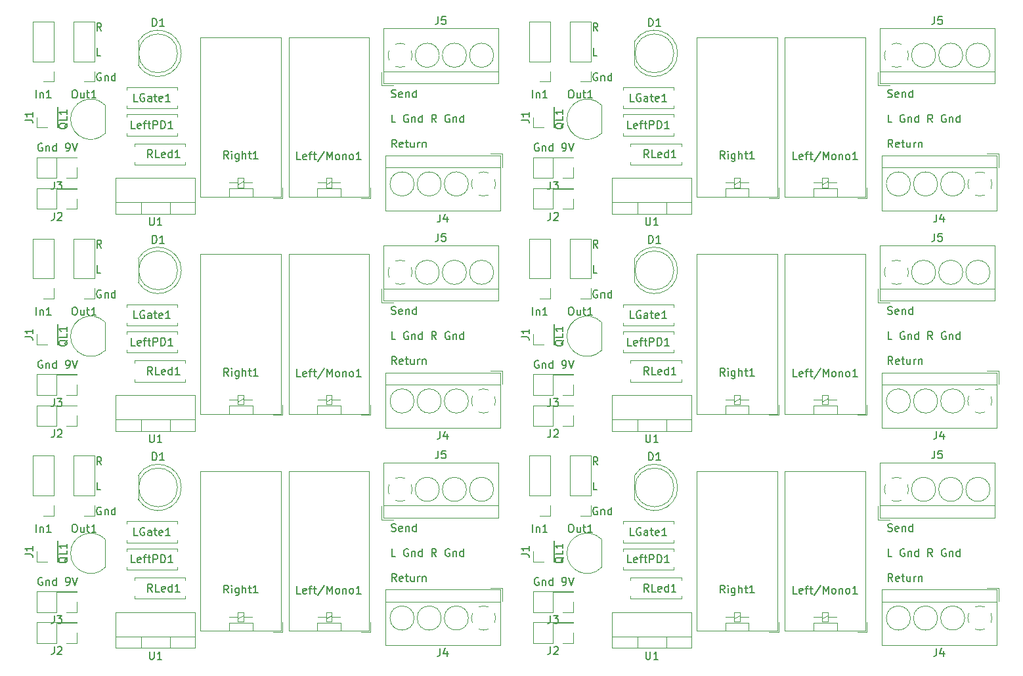
<source format=gbr>
%TF.GenerationSoftware,KiCad,Pcbnew,7.0.9*%
%TF.CreationDate,2024-06-08T21:24:25-04:00*%
%TF.ProjectId,Jackless-Panel,4a61636b-6c65-4737-932d-50616e656c2e,rev?*%
%TF.SameCoordinates,Original*%
%TF.FileFunction,Legend,Top*%
%TF.FilePolarity,Positive*%
%FSLAX46Y46*%
G04 Gerber Fmt 4.6, Leading zero omitted, Abs format (unit mm)*
G04 Created by KiCad (PCBNEW 7.0.9) date 2024-06-08 21:24:25*
%MOMM*%
%LPD*%
G01*
G04 APERTURE LIST*
%ADD10C,0.150000*%
%ADD11C,0.120000*%
G04 APERTURE END LIST*
D10*
X132389160Y-58382200D02*
X132532017Y-58429819D01*
X132532017Y-58429819D02*
X132770112Y-58429819D01*
X132770112Y-58429819D02*
X132865350Y-58382200D01*
X132865350Y-58382200D02*
X132912969Y-58334580D01*
X132912969Y-58334580D02*
X132960588Y-58239342D01*
X132960588Y-58239342D02*
X132960588Y-58144104D01*
X132960588Y-58144104D02*
X132912969Y-58048866D01*
X132912969Y-58048866D02*
X132865350Y-58001247D01*
X132865350Y-58001247D02*
X132770112Y-57953628D01*
X132770112Y-57953628D02*
X132579636Y-57906009D01*
X132579636Y-57906009D02*
X132484398Y-57858390D01*
X132484398Y-57858390D02*
X132436779Y-57810771D01*
X132436779Y-57810771D02*
X132389160Y-57715533D01*
X132389160Y-57715533D02*
X132389160Y-57620295D01*
X132389160Y-57620295D02*
X132436779Y-57525057D01*
X132436779Y-57525057D02*
X132484398Y-57477438D01*
X132484398Y-57477438D02*
X132579636Y-57429819D01*
X132579636Y-57429819D02*
X132817731Y-57429819D01*
X132817731Y-57429819D02*
X132960588Y-57477438D01*
X133770112Y-58382200D02*
X133674874Y-58429819D01*
X133674874Y-58429819D02*
X133484398Y-58429819D01*
X133484398Y-58429819D02*
X133389160Y-58382200D01*
X133389160Y-58382200D02*
X133341541Y-58286961D01*
X133341541Y-58286961D02*
X133341541Y-57906009D01*
X133341541Y-57906009D02*
X133389160Y-57810771D01*
X133389160Y-57810771D02*
X133484398Y-57763152D01*
X133484398Y-57763152D02*
X133674874Y-57763152D01*
X133674874Y-57763152D02*
X133770112Y-57810771D01*
X133770112Y-57810771D02*
X133817731Y-57906009D01*
X133817731Y-57906009D02*
X133817731Y-58001247D01*
X133817731Y-58001247D02*
X133341541Y-58096485D01*
X134246303Y-57763152D02*
X134246303Y-58429819D01*
X134246303Y-57858390D02*
X134293922Y-57810771D01*
X134293922Y-57810771D02*
X134389160Y-57763152D01*
X134389160Y-57763152D02*
X134532017Y-57763152D01*
X134532017Y-57763152D02*
X134627255Y-57810771D01*
X134627255Y-57810771D02*
X134674874Y-57906009D01*
X134674874Y-57906009D02*
X134674874Y-58429819D01*
X135579636Y-58429819D02*
X135579636Y-57429819D01*
X135579636Y-58382200D02*
X135484398Y-58429819D01*
X135484398Y-58429819D02*
X135293922Y-58429819D01*
X135293922Y-58429819D02*
X135198684Y-58382200D01*
X135198684Y-58382200D02*
X135151065Y-58334580D01*
X135151065Y-58334580D02*
X135103446Y-58239342D01*
X135103446Y-58239342D02*
X135103446Y-57953628D01*
X135103446Y-57953628D02*
X135151065Y-57858390D01*
X135151065Y-57858390D02*
X135198684Y-57810771D01*
X135198684Y-57810771D02*
X135293922Y-57763152D01*
X135293922Y-57763152D02*
X135484398Y-57763152D01*
X135484398Y-57763152D02*
X135579636Y-57810771D01*
X132912969Y-61649819D02*
X132436779Y-61649819D01*
X132436779Y-61649819D02*
X132436779Y-60649819D01*
X134532017Y-60697438D02*
X134436779Y-60649819D01*
X134436779Y-60649819D02*
X134293922Y-60649819D01*
X134293922Y-60649819D02*
X134151065Y-60697438D01*
X134151065Y-60697438D02*
X134055827Y-60792676D01*
X134055827Y-60792676D02*
X134008208Y-60887914D01*
X134008208Y-60887914D02*
X133960589Y-61078390D01*
X133960589Y-61078390D02*
X133960589Y-61221247D01*
X133960589Y-61221247D02*
X134008208Y-61411723D01*
X134008208Y-61411723D02*
X134055827Y-61506961D01*
X134055827Y-61506961D02*
X134151065Y-61602200D01*
X134151065Y-61602200D02*
X134293922Y-61649819D01*
X134293922Y-61649819D02*
X134389160Y-61649819D01*
X134389160Y-61649819D02*
X134532017Y-61602200D01*
X134532017Y-61602200D02*
X134579636Y-61554580D01*
X134579636Y-61554580D02*
X134579636Y-61221247D01*
X134579636Y-61221247D02*
X134389160Y-61221247D01*
X135008208Y-60983152D02*
X135008208Y-61649819D01*
X135008208Y-61078390D02*
X135055827Y-61030771D01*
X135055827Y-61030771D02*
X135151065Y-60983152D01*
X135151065Y-60983152D02*
X135293922Y-60983152D01*
X135293922Y-60983152D02*
X135389160Y-61030771D01*
X135389160Y-61030771D02*
X135436779Y-61126009D01*
X135436779Y-61126009D02*
X135436779Y-61649819D01*
X136341541Y-61649819D02*
X136341541Y-60649819D01*
X136341541Y-61602200D02*
X136246303Y-61649819D01*
X136246303Y-61649819D02*
X136055827Y-61649819D01*
X136055827Y-61649819D02*
X135960589Y-61602200D01*
X135960589Y-61602200D02*
X135912970Y-61554580D01*
X135912970Y-61554580D02*
X135865351Y-61459342D01*
X135865351Y-61459342D02*
X135865351Y-61173628D01*
X135865351Y-61173628D02*
X135912970Y-61078390D01*
X135912970Y-61078390D02*
X135960589Y-61030771D01*
X135960589Y-61030771D02*
X136055827Y-60983152D01*
X136055827Y-60983152D02*
X136246303Y-60983152D01*
X136246303Y-60983152D02*
X136341541Y-61030771D01*
X138151065Y-61649819D02*
X137817732Y-61173628D01*
X137579637Y-61649819D02*
X137579637Y-60649819D01*
X137579637Y-60649819D02*
X137960589Y-60649819D01*
X137960589Y-60649819D02*
X138055827Y-60697438D01*
X138055827Y-60697438D02*
X138103446Y-60745057D01*
X138103446Y-60745057D02*
X138151065Y-60840295D01*
X138151065Y-60840295D02*
X138151065Y-60983152D01*
X138151065Y-60983152D02*
X138103446Y-61078390D01*
X138103446Y-61078390D02*
X138055827Y-61126009D01*
X138055827Y-61126009D02*
X137960589Y-61173628D01*
X137960589Y-61173628D02*
X137579637Y-61173628D01*
X139865351Y-60697438D02*
X139770113Y-60649819D01*
X139770113Y-60649819D02*
X139627256Y-60649819D01*
X139627256Y-60649819D02*
X139484399Y-60697438D01*
X139484399Y-60697438D02*
X139389161Y-60792676D01*
X139389161Y-60792676D02*
X139341542Y-60887914D01*
X139341542Y-60887914D02*
X139293923Y-61078390D01*
X139293923Y-61078390D02*
X139293923Y-61221247D01*
X139293923Y-61221247D02*
X139341542Y-61411723D01*
X139341542Y-61411723D02*
X139389161Y-61506961D01*
X139389161Y-61506961D02*
X139484399Y-61602200D01*
X139484399Y-61602200D02*
X139627256Y-61649819D01*
X139627256Y-61649819D02*
X139722494Y-61649819D01*
X139722494Y-61649819D02*
X139865351Y-61602200D01*
X139865351Y-61602200D02*
X139912970Y-61554580D01*
X139912970Y-61554580D02*
X139912970Y-61221247D01*
X139912970Y-61221247D02*
X139722494Y-61221247D01*
X140341542Y-60983152D02*
X140341542Y-61649819D01*
X140341542Y-61078390D02*
X140389161Y-61030771D01*
X140389161Y-61030771D02*
X140484399Y-60983152D01*
X140484399Y-60983152D02*
X140627256Y-60983152D01*
X140627256Y-60983152D02*
X140722494Y-61030771D01*
X140722494Y-61030771D02*
X140770113Y-61126009D01*
X140770113Y-61126009D02*
X140770113Y-61649819D01*
X141674875Y-61649819D02*
X141674875Y-60649819D01*
X141674875Y-61602200D02*
X141579637Y-61649819D01*
X141579637Y-61649819D02*
X141389161Y-61649819D01*
X141389161Y-61649819D02*
X141293923Y-61602200D01*
X141293923Y-61602200D02*
X141246304Y-61554580D01*
X141246304Y-61554580D02*
X141198685Y-61459342D01*
X141198685Y-61459342D02*
X141198685Y-61173628D01*
X141198685Y-61173628D02*
X141246304Y-61078390D01*
X141246304Y-61078390D02*
X141293923Y-61030771D01*
X141293923Y-61030771D02*
X141389161Y-60983152D01*
X141389161Y-60983152D02*
X141579637Y-60983152D01*
X141579637Y-60983152D02*
X141674875Y-61030771D01*
X133008207Y-64869819D02*
X132674874Y-64393628D01*
X132436779Y-64869819D02*
X132436779Y-63869819D01*
X132436779Y-63869819D02*
X132817731Y-63869819D01*
X132817731Y-63869819D02*
X132912969Y-63917438D01*
X132912969Y-63917438D02*
X132960588Y-63965057D01*
X132960588Y-63965057D02*
X133008207Y-64060295D01*
X133008207Y-64060295D02*
X133008207Y-64203152D01*
X133008207Y-64203152D02*
X132960588Y-64298390D01*
X132960588Y-64298390D02*
X132912969Y-64346009D01*
X132912969Y-64346009D02*
X132817731Y-64393628D01*
X132817731Y-64393628D02*
X132436779Y-64393628D01*
X133817731Y-64822200D02*
X133722493Y-64869819D01*
X133722493Y-64869819D02*
X133532017Y-64869819D01*
X133532017Y-64869819D02*
X133436779Y-64822200D01*
X133436779Y-64822200D02*
X133389160Y-64726961D01*
X133389160Y-64726961D02*
X133389160Y-64346009D01*
X133389160Y-64346009D02*
X133436779Y-64250771D01*
X133436779Y-64250771D02*
X133532017Y-64203152D01*
X133532017Y-64203152D02*
X133722493Y-64203152D01*
X133722493Y-64203152D02*
X133817731Y-64250771D01*
X133817731Y-64250771D02*
X133865350Y-64346009D01*
X133865350Y-64346009D02*
X133865350Y-64441247D01*
X133865350Y-64441247D02*
X133389160Y-64536485D01*
X134151065Y-64203152D02*
X134532017Y-64203152D01*
X134293922Y-63869819D02*
X134293922Y-64726961D01*
X134293922Y-64726961D02*
X134341541Y-64822200D01*
X134341541Y-64822200D02*
X134436779Y-64869819D01*
X134436779Y-64869819D02*
X134532017Y-64869819D01*
X135293922Y-64203152D02*
X135293922Y-64869819D01*
X134865351Y-64203152D02*
X134865351Y-64726961D01*
X134865351Y-64726961D02*
X134912970Y-64822200D01*
X134912970Y-64822200D02*
X135008208Y-64869819D01*
X135008208Y-64869819D02*
X135151065Y-64869819D01*
X135151065Y-64869819D02*
X135246303Y-64822200D01*
X135246303Y-64822200D02*
X135293922Y-64774580D01*
X135770113Y-64869819D02*
X135770113Y-64203152D01*
X135770113Y-64393628D02*
X135817732Y-64298390D01*
X135817732Y-64298390D02*
X135865351Y-64250771D01*
X135865351Y-64250771D02*
X135960589Y-64203152D01*
X135960589Y-64203152D02*
X136055827Y-64203152D01*
X136389161Y-64203152D02*
X136389161Y-64869819D01*
X136389161Y-64298390D02*
X136436780Y-64250771D01*
X136436780Y-64250771D02*
X136532018Y-64203152D01*
X136532018Y-64203152D02*
X136674875Y-64203152D01*
X136674875Y-64203152D02*
X136770113Y-64250771D01*
X136770113Y-64250771D02*
X136817732Y-64346009D01*
X136817732Y-64346009D02*
X136817732Y-64869819D01*
X94988207Y-77839819D02*
X94654874Y-77363628D01*
X94416779Y-77839819D02*
X94416779Y-76839819D01*
X94416779Y-76839819D02*
X94797731Y-76839819D01*
X94797731Y-76839819D02*
X94892969Y-76887438D01*
X94892969Y-76887438D02*
X94940588Y-76935057D01*
X94940588Y-76935057D02*
X94988207Y-77030295D01*
X94988207Y-77030295D02*
X94988207Y-77173152D01*
X94988207Y-77173152D02*
X94940588Y-77268390D01*
X94940588Y-77268390D02*
X94892969Y-77316009D01*
X94892969Y-77316009D02*
X94797731Y-77363628D01*
X94797731Y-77363628D02*
X94416779Y-77363628D01*
X94892969Y-81059819D02*
X94416779Y-81059819D01*
X94416779Y-81059819D02*
X94416779Y-80059819D01*
X94940588Y-83327438D02*
X94845350Y-83279819D01*
X94845350Y-83279819D02*
X94702493Y-83279819D01*
X94702493Y-83279819D02*
X94559636Y-83327438D01*
X94559636Y-83327438D02*
X94464398Y-83422676D01*
X94464398Y-83422676D02*
X94416779Y-83517914D01*
X94416779Y-83517914D02*
X94369160Y-83708390D01*
X94369160Y-83708390D02*
X94369160Y-83851247D01*
X94369160Y-83851247D02*
X94416779Y-84041723D01*
X94416779Y-84041723D02*
X94464398Y-84136961D01*
X94464398Y-84136961D02*
X94559636Y-84232200D01*
X94559636Y-84232200D02*
X94702493Y-84279819D01*
X94702493Y-84279819D02*
X94797731Y-84279819D01*
X94797731Y-84279819D02*
X94940588Y-84232200D01*
X94940588Y-84232200D02*
X94988207Y-84184580D01*
X94988207Y-84184580D02*
X94988207Y-83851247D01*
X94988207Y-83851247D02*
X94797731Y-83851247D01*
X95416779Y-83613152D02*
X95416779Y-84279819D01*
X95416779Y-83708390D02*
X95464398Y-83660771D01*
X95464398Y-83660771D02*
X95559636Y-83613152D01*
X95559636Y-83613152D02*
X95702493Y-83613152D01*
X95702493Y-83613152D02*
X95797731Y-83660771D01*
X95797731Y-83660771D02*
X95845350Y-83756009D01*
X95845350Y-83756009D02*
X95845350Y-84279819D01*
X96750112Y-84279819D02*
X96750112Y-83279819D01*
X96750112Y-84232200D02*
X96654874Y-84279819D01*
X96654874Y-84279819D02*
X96464398Y-84279819D01*
X96464398Y-84279819D02*
X96369160Y-84232200D01*
X96369160Y-84232200D02*
X96321541Y-84184580D01*
X96321541Y-84184580D02*
X96273922Y-84089342D01*
X96273922Y-84089342D02*
X96273922Y-83803628D01*
X96273922Y-83803628D02*
X96321541Y-83708390D01*
X96321541Y-83708390D02*
X96369160Y-83660771D01*
X96369160Y-83660771D02*
X96464398Y-83613152D01*
X96464398Y-83613152D02*
X96654874Y-83613152D01*
X96654874Y-83613152D02*
X96750112Y-83660771D01*
X151360588Y-92417438D02*
X151265350Y-92369819D01*
X151265350Y-92369819D02*
X151122493Y-92369819D01*
X151122493Y-92369819D02*
X150979636Y-92417438D01*
X150979636Y-92417438D02*
X150884398Y-92512676D01*
X150884398Y-92512676D02*
X150836779Y-92607914D01*
X150836779Y-92607914D02*
X150789160Y-92798390D01*
X150789160Y-92798390D02*
X150789160Y-92941247D01*
X150789160Y-92941247D02*
X150836779Y-93131723D01*
X150836779Y-93131723D02*
X150884398Y-93226961D01*
X150884398Y-93226961D02*
X150979636Y-93322200D01*
X150979636Y-93322200D02*
X151122493Y-93369819D01*
X151122493Y-93369819D02*
X151217731Y-93369819D01*
X151217731Y-93369819D02*
X151360588Y-93322200D01*
X151360588Y-93322200D02*
X151408207Y-93274580D01*
X151408207Y-93274580D02*
X151408207Y-92941247D01*
X151408207Y-92941247D02*
X151217731Y-92941247D01*
X151836779Y-92703152D02*
X151836779Y-93369819D01*
X151836779Y-92798390D02*
X151884398Y-92750771D01*
X151884398Y-92750771D02*
X151979636Y-92703152D01*
X151979636Y-92703152D02*
X152122493Y-92703152D01*
X152122493Y-92703152D02*
X152217731Y-92750771D01*
X152217731Y-92750771D02*
X152265350Y-92846009D01*
X152265350Y-92846009D02*
X152265350Y-93369819D01*
X153170112Y-93369819D02*
X153170112Y-92369819D01*
X153170112Y-93322200D02*
X153074874Y-93369819D01*
X153074874Y-93369819D02*
X152884398Y-93369819D01*
X152884398Y-93369819D02*
X152789160Y-93322200D01*
X152789160Y-93322200D02*
X152741541Y-93274580D01*
X152741541Y-93274580D02*
X152693922Y-93179342D01*
X152693922Y-93179342D02*
X152693922Y-92893628D01*
X152693922Y-92893628D02*
X152741541Y-92798390D01*
X152741541Y-92798390D02*
X152789160Y-92750771D01*
X152789160Y-92750771D02*
X152884398Y-92703152D01*
X152884398Y-92703152D02*
X153074874Y-92703152D01*
X153074874Y-92703152D02*
X153170112Y-92750771D01*
X154455827Y-93369819D02*
X154646303Y-93369819D01*
X154646303Y-93369819D02*
X154741541Y-93322200D01*
X154741541Y-93322200D02*
X154789160Y-93274580D01*
X154789160Y-93274580D02*
X154884398Y-93131723D01*
X154884398Y-93131723D02*
X154932017Y-92941247D01*
X154932017Y-92941247D02*
X154932017Y-92560295D01*
X154932017Y-92560295D02*
X154884398Y-92465057D01*
X154884398Y-92465057D02*
X154836779Y-92417438D01*
X154836779Y-92417438D02*
X154741541Y-92369819D01*
X154741541Y-92369819D02*
X154551065Y-92369819D01*
X154551065Y-92369819D02*
X154455827Y-92417438D01*
X154455827Y-92417438D02*
X154408208Y-92465057D01*
X154408208Y-92465057D02*
X154360589Y-92560295D01*
X154360589Y-92560295D02*
X154360589Y-92798390D01*
X154360589Y-92798390D02*
X154408208Y-92893628D01*
X154408208Y-92893628D02*
X154455827Y-92941247D01*
X154455827Y-92941247D02*
X154551065Y-92988866D01*
X154551065Y-92988866D02*
X154741541Y-92988866D01*
X154741541Y-92988866D02*
X154836779Y-92941247D01*
X154836779Y-92941247D02*
X154884398Y-92893628D01*
X154884398Y-92893628D02*
X154932017Y-92798390D01*
X155217732Y-92369819D02*
X155551065Y-93369819D01*
X155551065Y-93369819D02*
X155884398Y-92369819D01*
X151360588Y-64417438D02*
X151265350Y-64369819D01*
X151265350Y-64369819D02*
X151122493Y-64369819D01*
X151122493Y-64369819D02*
X150979636Y-64417438D01*
X150979636Y-64417438D02*
X150884398Y-64512676D01*
X150884398Y-64512676D02*
X150836779Y-64607914D01*
X150836779Y-64607914D02*
X150789160Y-64798390D01*
X150789160Y-64798390D02*
X150789160Y-64941247D01*
X150789160Y-64941247D02*
X150836779Y-65131723D01*
X150836779Y-65131723D02*
X150884398Y-65226961D01*
X150884398Y-65226961D02*
X150979636Y-65322200D01*
X150979636Y-65322200D02*
X151122493Y-65369819D01*
X151122493Y-65369819D02*
X151217731Y-65369819D01*
X151217731Y-65369819D02*
X151360588Y-65322200D01*
X151360588Y-65322200D02*
X151408207Y-65274580D01*
X151408207Y-65274580D02*
X151408207Y-64941247D01*
X151408207Y-64941247D02*
X151217731Y-64941247D01*
X151836779Y-64703152D02*
X151836779Y-65369819D01*
X151836779Y-64798390D02*
X151884398Y-64750771D01*
X151884398Y-64750771D02*
X151979636Y-64703152D01*
X151979636Y-64703152D02*
X152122493Y-64703152D01*
X152122493Y-64703152D02*
X152217731Y-64750771D01*
X152217731Y-64750771D02*
X152265350Y-64846009D01*
X152265350Y-64846009D02*
X152265350Y-65369819D01*
X153170112Y-65369819D02*
X153170112Y-64369819D01*
X153170112Y-65322200D02*
X153074874Y-65369819D01*
X153074874Y-65369819D02*
X152884398Y-65369819D01*
X152884398Y-65369819D02*
X152789160Y-65322200D01*
X152789160Y-65322200D02*
X152741541Y-65274580D01*
X152741541Y-65274580D02*
X152693922Y-65179342D01*
X152693922Y-65179342D02*
X152693922Y-64893628D01*
X152693922Y-64893628D02*
X152741541Y-64798390D01*
X152741541Y-64798390D02*
X152789160Y-64750771D01*
X152789160Y-64750771D02*
X152884398Y-64703152D01*
X152884398Y-64703152D02*
X153074874Y-64703152D01*
X153074874Y-64703152D02*
X153170112Y-64750771D01*
X154455827Y-65369819D02*
X154646303Y-65369819D01*
X154646303Y-65369819D02*
X154741541Y-65322200D01*
X154741541Y-65322200D02*
X154789160Y-65274580D01*
X154789160Y-65274580D02*
X154884398Y-65131723D01*
X154884398Y-65131723D02*
X154932017Y-64941247D01*
X154932017Y-64941247D02*
X154932017Y-64560295D01*
X154932017Y-64560295D02*
X154884398Y-64465057D01*
X154884398Y-64465057D02*
X154836779Y-64417438D01*
X154836779Y-64417438D02*
X154741541Y-64369819D01*
X154741541Y-64369819D02*
X154551065Y-64369819D01*
X154551065Y-64369819D02*
X154455827Y-64417438D01*
X154455827Y-64417438D02*
X154408208Y-64465057D01*
X154408208Y-64465057D02*
X154360589Y-64560295D01*
X154360589Y-64560295D02*
X154360589Y-64798390D01*
X154360589Y-64798390D02*
X154408208Y-64893628D01*
X154408208Y-64893628D02*
X154455827Y-64941247D01*
X154455827Y-64941247D02*
X154551065Y-64988866D01*
X154551065Y-64988866D02*
X154741541Y-64988866D01*
X154741541Y-64988866D02*
X154836779Y-64941247D01*
X154836779Y-64941247D02*
X154884398Y-64893628D01*
X154884398Y-64893628D02*
X154932017Y-64798390D01*
X155217732Y-64369819D02*
X155551065Y-65369819D01*
X155551065Y-65369819D02*
X155884398Y-64369819D01*
X94988207Y-49839819D02*
X94654874Y-49363628D01*
X94416779Y-49839819D02*
X94416779Y-48839819D01*
X94416779Y-48839819D02*
X94797731Y-48839819D01*
X94797731Y-48839819D02*
X94892969Y-48887438D01*
X94892969Y-48887438D02*
X94940588Y-48935057D01*
X94940588Y-48935057D02*
X94988207Y-49030295D01*
X94988207Y-49030295D02*
X94988207Y-49173152D01*
X94988207Y-49173152D02*
X94940588Y-49268390D01*
X94940588Y-49268390D02*
X94892969Y-49316009D01*
X94892969Y-49316009D02*
X94797731Y-49363628D01*
X94797731Y-49363628D02*
X94416779Y-49363628D01*
X94892969Y-53059819D02*
X94416779Y-53059819D01*
X94416779Y-53059819D02*
X94416779Y-52059819D01*
X94940588Y-55327438D02*
X94845350Y-55279819D01*
X94845350Y-55279819D02*
X94702493Y-55279819D01*
X94702493Y-55279819D02*
X94559636Y-55327438D01*
X94559636Y-55327438D02*
X94464398Y-55422676D01*
X94464398Y-55422676D02*
X94416779Y-55517914D01*
X94416779Y-55517914D02*
X94369160Y-55708390D01*
X94369160Y-55708390D02*
X94369160Y-55851247D01*
X94369160Y-55851247D02*
X94416779Y-56041723D01*
X94416779Y-56041723D02*
X94464398Y-56136961D01*
X94464398Y-56136961D02*
X94559636Y-56232200D01*
X94559636Y-56232200D02*
X94702493Y-56279819D01*
X94702493Y-56279819D02*
X94797731Y-56279819D01*
X94797731Y-56279819D02*
X94940588Y-56232200D01*
X94940588Y-56232200D02*
X94988207Y-56184580D01*
X94988207Y-56184580D02*
X94988207Y-55851247D01*
X94988207Y-55851247D02*
X94797731Y-55851247D01*
X95416779Y-55613152D02*
X95416779Y-56279819D01*
X95416779Y-55708390D02*
X95464398Y-55660771D01*
X95464398Y-55660771D02*
X95559636Y-55613152D01*
X95559636Y-55613152D02*
X95702493Y-55613152D01*
X95702493Y-55613152D02*
X95797731Y-55660771D01*
X95797731Y-55660771D02*
X95845350Y-55756009D01*
X95845350Y-55756009D02*
X95845350Y-56279819D01*
X96750112Y-56279819D02*
X96750112Y-55279819D01*
X96750112Y-56232200D02*
X96654874Y-56279819D01*
X96654874Y-56279819D02*
X96464398Y-56279819D01*
X96464398Y-56279819D02*
X96369160Y-56232200D01*
X96369160Y-56232200D02*
X96321541Y-56184580D01*
X96321541Y-56184580D02*
X96273922Y-56089342D01*
X96273922Y-56089342D02*
X96273922Y-55803628D01*
X96273922Y-55803628D02*
X96321541Y-55708390D01*
X96321541Y-55708390D02*
X96369160Y-55660771D01*
X96369160Y-55660771D02*
X96464398Y-55613152D01*
X96464398Y-55613152D02*
X96654874Y-55613152D01*
X96654874Y-55613152D02*
X96750112Y-55660771D01*
X132389160Y-30382200D02*
X132532017Y-30429819D01*
X132532017Y-30429819D02*
X132770112Y-30429819D01*
X132770112Y-30429819D02*
X132865350Y-30382200D01*
X132865350Y-30382200D02*
X132912969Y-30334580D01*
X132912969Y-30334580D02*
X132960588Y-30239342D01*
X132960588Y-30239342D02*
X132960588Y-30144104D01*
X132960588Y-30144104D02*
X132912969Y-30048866D01*
X132912969Y-30048866D02*
X132865350Y-30001247D01*
X132865350Y-30001247D02*
X132770112Y-29953628D01*
X132770112Y-29953628D02*
X132579636Y-29906009D01*
X132579636Y-29906009D02*
X132484398Y-29858390D01*
X132484398Y-29858390D02*
X132436779Y-29810771D01*
X132436779Y-29810771D02*
X132389160Y-29715533D01*
X132389160Y-29715533D02*
X132389160Y-29620295D01*
X132389160Y-29620295D02*
X132436779Y-29525057D01*
X132436779Y-29525057D02*
X132484398Y-29477438D01*
X132484398Y-29477438D02*
X132579636Y-29429819D01*
X132579636Y-29429819D02*
X132817731Y-29429819D01*
X132817731Y-29429819D02*
X132960588Y-29477438D01*
X133770112Y-30382200D02*
X133674874Y-30429819D01*
X133674874Y-30429819D02*
X133484398Y-30429819D01*
X133484398Y-30429819D02*
X133389160Y-30382200D01*
X133389160Y-30382200D02*
X133341541Y-30286961D01*
X133341541Y-30286961D02*
X133341541Y-29906009D01*
X133341541Y-29906009D02*
X133389160Y-29810771D01*
X133389160Y-29810771D02*
X133484398Y-29763152D01*
X133484398Y-29763152D02*
X133674874Y-29763152D01*
X133674874Y-29763152D02*
X133770112Y-29810771D01*
X133770112Y-29810771D02*
X133817731Y-29906009D01*
X133817731Y-29906009D02*
X133817731Y-30001247D01*
X133817731Y-30001247D02*
X133341541Y-30096485D01*
X134246303Y-29763152D02*
X134246303Y-30429819D01*
X134246303Y-29858390D02*
X134293922Y-29810771D01*
X134293922Y-29810771D02*
X134389160Y-29763152D01*
X134389160Y-29763152D02*
X134532017Y-29763152D01*
X134532017Y-29763152D02*
X134627255Y-29810771D01*
X134627255Y-29810771D02*
X134674874Y-29906009D01*
X134674874Y-29906009D02*
X134674874Y-30429819D01*
X135579636Y-30429819D02*
X135579636Y-29429819D01*
X135579636Y-30382200D02*
X135484398Y-30429819D01*
X135484398Y-30429819D02*
X135293922Y-30429819D01*
X135293922Y-30429819D02*
X135198684Y-30382200D01*
X135198684Y-30382200D02*
X135151065Y-30334580D01*
X135151065Y-30334580D02*
X135103446Y-30239342D01*
X135103446Y-30239342D02*
X135103446Y-29953628D01*
X135103446Y-29953628D02*
X135151065Y-29858390D01*
X135151065Y-29858390D02*
X135198684Y-29810771D01*
X135198684Y-29810771D02*
X135293922Y-29763152D01*
X135293922Y-29763152D02*
X135484398Y-29763152D01*
X135484398Y-29763152D02*
X135579636Y-29810771D01*
X132912969Y-33649819D02*
X132436779Y-33649819D01*
X132436779Y-33649819D02*
X132436779Y-32649819D01*
X134532017Y-32697438D02*
X134436779Y-32649819D01*
X134436779Y-32649819D02*
X134293922Y-32649819D01*
X134293922Y-32649819D02*
X134151065Y-32697438D01*
X134151065Y-32697438D02*
X134055827Y-32792676D01*
X134055827Y-32792676D02*
X134008208Y-32887914D01*
X134008208Y-32887914D02*
X133960589Y-33078390D01*
X133960589Y-33078390D02*
X133960589Y-33221247D01*
X133960589Y-33221247D02*
X134008208Y-33411723D01*
X134008208Y-33411723D02*
X134055827Y-33506961D01*
X134055827Y-33506961D02*
X134151065Y-33602200D01*
X134151065Y-33602200D02*
X134293922Y-33649819D01*
X134293922Y-33649819D02*
X134389160Y-33649819D01*
X134389160Y-33649819D02*
X134532017Y-33602200D01*
X134532017Y-33602200D02*
X134579636Y-33554580D01*
X134579636Y-33554580D02*
X134579636Y-33221247D01*
X134579636Y-33221247D02*
X134389160Y-33221247D01*
X135008208Y-32983152D02*
X135008208Y-33649819D01*
X135008208Y-33078390D02*
X135055827Y-33030771D01*
X135055827Y-33030771D02*
X135151065Y-32983152D01*
X135151065Y-32983152D02*
X135293922Y-32983152D01*
X135293922Y-32983152D02*
X135389160Y-33030771D01*
X135389160Y-33030771D02*
X135436779Y-33126009D01*
X135436779Y-33126009D02*
X135436779Y-33649819D01*
X136341541Y-33649819D02*
X136341541Y-32649819D01*
X136341541Y-33602200D02*
X136246303Y-33649819D01*
X136246303Y-33649819D02*
X136055827Y-33649819D01*
X136055827Y-33649819D02*
X135960589Y-33602200D01*
X135960589Y-33602200D02*
X135912970Y-33554580D01*
X135912970Y-33554580D02*
X135865351Y-33459342D01*
X135865351Y-33459342D02*
X135865351Y-33173628D01*
X135865351Y-33173628D02*
X135912970Y-33078390D01*
X135912970Y-33078390D02*
X135960589Y-33030771D01*
X135960589Y-33030771D02*
X136055827Y-32983152D01*
X136055827Y-32983152D02*
X136246303Y-32983152D01*
X136246303Y-32983152D02*
X136341541Y-33030771D01*
X138151065Y-33649819D02*
X137817732Y-33173628D01*
X137579637Y-33649819D02*
X137579637Y-32649819D01*
X137579637Y-32649819D02*
X137960589Y-32649819D01*
X137960589Y-32649819D02*
X138055827Y-32697438D01*
X138055827Y-32697438D02*
X138103446Y-32745057D01*
X138103446Y-32745057D02*
X138151065Y-32840295D01*
X138151065Y-32840295D02*
X138151065Y-32983152D01*
X138151065Y-32983152D02*
X138103446Y-33078390D01*
X138103446Y-33078390D02*
X138055827Y-33126009D01*
X138055827Y-33126009D02*
X137960589Y-33173628D01*
X137960589Y-33173628D02*
X137579637Y-33173628D01*
X139865351Y-32697438D02*
X139770113Y-32649819D01*
X139770113Y-32649819D02*
X139627256Y-32649819D01*
X139627256Y-32649819D02*
X139484399Y-32697438D01*
X139484399Y-32697438D02*
X139389161Y-32792676D01*
X139389161Y-32792676D02*
X139341542Y-32887914D01*
X139341542Y-32887914D02*
X139293923Y-33078390D01*
X139293923Y-33078390D02*
X139293923Y-33221247D01*
X139293923Y-33221247D02*
X139341542Y-33411723D01*
X139341542Y-33411723D02*
X139389161Y-33506961D01*
X139389161Y-33506961D02*
X139484399Y-33602200D01*
X139484399Y-33602200D02*
X139627256Y-33649819D01*
X139627256Y-33649819D02*
X139722494Y-33649819D01*
X139722494Y-33649819D02*
X139865351Y-33602200D01*
X139865351Y-33602200D02*
X139912970Y-33554580D01*
X139912970Y-33554580D02*
X139912970Y-33221247D01*
X139912970Y-33221247D02*
X139722494Y-33221247D01*
X140341542Y-32983152D02*
X140341542Y-33649819D01*
X140341542Y-33078390D02*
X140389161Y-33030771D01*
X140389161Y-33030771D02*
X140484399Y-32983152D01*
X140484399Y-32983152D02*
X140627256Y-32983152D01*
X140627256Y-32983152D02*
X140722494Y-33030771D01*
X140722494Y-33030771D02*
X140770113Y-33126009D01*
X140770113Y-33126009D02*
X140770113Y-33649819D01*
X141674875Y-33649819D02*
X141674875Y-32649819D01*
X141674875Y-33602200D02*
X141579637Y-33649819D01*
X141579637Y-33649819D02*
X141389161Y-33649819D01*
X141389161Y-33649819D02*
X141293923Y-33602200D01*
X141293923Y-33602200D02*
X141246304Y-33554580D01*
X141246304Y-33554580D02*
X141198685Y-33459342D01*
X141198685Y-33459342D02*
X141198685Y-33173628D01*
X141198685Y-33173628D02*
X141246304Y-33078390D01*
X141246304Y-33078390D02*
X141293923Y-33030771D01*
X141293923Y-33030771D02*
X141389161Y-32983152D01*
X141389161Y-32983152D02*
X141579637Y-32983152D01*
X141579637Y-32983152D02*
X141674875Y-33030771D01*
X133008207Y-36869819D02*
X132674874Y-36393628D01*
X132436779Y-36869819D02*
X132436779Y-35869819D01*
X132436779Y-35869819D02*
X132817731Y-35869819D01*
X132817731Y-35869819D02*
X132912969Y-35917438D01*
X132912969Y-35917438D02*
X132960588Y-35965057D01*
X132960588Y-35965057D02*
X133008207Y-36060295D01*
X133008207Y-36060295D02*
X133008207Y-36203152D01*
X133008207Y-36203152D02*
X132960588Y-36298390D01*
X132960588Y-36298390D02*
X132912969Y-36346009D01*
X132912969Y-36346009D02*
X132817731Y-36393628D01*
X132817731Y-36393628D02*
X132436779Y-36393628D01*
X133817731Y-36822200D02*
X133722493Y-36869819D01*
X133722493Y-36869819D02*
X133532017Y-36869819D01*
X133532017Y-36869819D02*
X133436779Y-36822200D01*
X133436779Y-36822200D02*
X133389160Y-36726961D01*
X133389160Y-36726961D02*
X133389160Y-36346009D01*
X133389160Y-36346009D02*
X133436779Y-36250771D01*
X133436779Y-36250771D02*
X133532017Y-36203152D01*
X133532017Y-36203152D02*
X133722493Y-36203152D01*
X133722493Y-36203152D02*
X133817731Y-36250771D01*
X133817731Y-36250771D02*
X133865350Y-36346009D01*
X133865350Y-36346009D02*
X133865350Y-36441247D01*
X133865350Y-36441247D02*
X133389160Y-36536485D01*
X134151065Y-36203152D02*
X134532017Y-36203152D01*
X134293922Y-35869819D02*
X134293922Y-36726961D01*
X134293922Y-36726961D02*
X134341541Y-36822200D01*
X134341541Y-36822200D02*
X134436779Y-36869819D01*
X134436779Y-36869819D02*
X134532017Y-36869819D01*
X135293922Y-36203152D02*
X135293922Y-36869819D01*
X134865351Y-36203152D02*
X134865351Y-36726961D01*
X134865351Y-36726961D02*
X134912970Y-36822200D01*
X134912970Y-36822200D02*
X135008208Y-36869819D01*
X135008208Y-36869819D02*
X135151065Y-36869819D01*
X135151065Y-36869819D02*
X135246303Y-36822200D01*
X135246303Y-36822200D02*
X135293922Y-36774580D01*
X135770113Y-36869819D02*
X135770113Y-36203152D01*
X135770113Y-36393628D02*
X135817732Y-36298390D01*
X135817732Y-36298390D02*
X135865351Y-36250771D01*
X135865351Y-36250771D02*
X135960589Y-36203152D01*
X135960589Y-36203152D02*
X136055827Y-36203152D01*
X136389161Y-36203152D02*
X136389161Y-36869819D01*
X136389161Y-36298390D02*
X136436780Y-36250771D01*
X136436780Y-36250771D02*
X136532018Y-36203152D01*
X136532018Y-36203152D02*
X136674875Y-36203152D01*
X136674875Y-36203152D02*
X136770113Y-36250771D01*
X136770113Y-36250771D02*
X136817732Y-36346009D01*
X136817732Y-36346009D02*
X136817732Y-36869819D01*
X87360588Y-64417438D02*
X87265350Y-64369819D01*
X87265350Y-64369819D02*
X87122493Y-64369819D01*
X87122493Y-64369819D02*
X86979636Y-64417438D01*
X86979636Y-64417438D02*
X86884398Y-64512676D01*
X86884398Y-64512676D02*
X86836779Y-64607914D01*
X86836779Y-64607914D02*
X86789160Y-64798390D01*
X86789160Y-64798390D02*
X86789160Y-64941247D01*
X86789160Y-64941247D02*
X86836779Y-65131723D01*
X86836779Y-65131723D02*
X86884398Y-65226961D01*
X86884398Y-65226961D02*
X86979636Y-65322200D01*
X86979636Y-65322200D02*
X87122493Y-65369819D01*
X87122493Y-65369819D02*
X87217731Y-65369819D01*
X87217731Y-65369819D02*
X87360588Y-65322200D01*
X87360588Y-65322200D02*
X87408207Y-65274580D01*
X87408207Y-65274580D02*
X87408207Y-64941247D01*
X87408207Y-64941247D02*
X87217731Y-64941247D01*
X87836779Y-64703152D02*
X87836779Y-65369819D01*
X87836779Y-64798390D02*
X87884398Y-64750771D01*
X87884398Y-64750771D02*
X87979636Y-64703152D01*
X87979636Y-64703152D02*
X88122493Y-64703152D01*
X88122493Y-64703152D02*
X88217731Y-64750771D01*
X88217731Y-64750771D02*
X88265350Y-64846009D01*
X88265350Y-64846009D02*
X88265350Y-65369819D01*
X89170112Y-65369819D02*
X89170112Y-64369819D01*
X89170112Y-65322200D02*
X89074874Y-65369819D01*
X89074874Y-65369819D02*
X88884398Y-65369819D01*
X88884398Y-65369819D02*
X88789160Y-65322200D01*
X88789160Y-65322200D02*
X88741541Y-65274580D01*
X88741541Y-65274580D02*
X88693922Y-65179342D01*
X88693922Y-65179342D02*
X88693922Y-64893628D01*
X88693922Y-64893628D02*
X88741541Y-64798390D01*
X88741541Y-64798390D02*
X88789160Y-64750771D01*
X88789160Y-64750771D02*
X88884398Y-64703152D01*
X88884398Y-64703152D02*
X89074874Y-64703152D01*
X89074874Y-64703152D02*
X89170112Y-64750771D01*
X90455827Y-65369819D02*
X90646303Y-65369819D01*
X90646303Y-65369819D02*
X90741541Y-65322200D01*
X90741541Y-65322200D02*
X90789160Y-65274580D01*
X90789160Y-65274580D02*
X90884398Y-65131723D01*
X90884398Y-65131723D02*
X90932017Y-64941247D01*
X90932017Y-64941247D02*
X90932017Y-64560295D01*
X90932017Y-64560295D02*
X90884398Y-64465057D01*
X90884398Y-64465057D02*
X90836779Y-64417438D01*
X90836779Y-64417438D02*
X90741541Y-64369819D01*
X90741541Y-64369819D02*
X90551065Y-64369819D01*
X90551065Y-64369819D02*
X90455827Y-64417438D01*
X90455827Y-64417438D02*
X90408208Y-64465057D01*
X90408208Y-64465057D02*
X90360589Y-64560295D01*
X90360589Y-64560295D02*
X90360589Y-64798390D01*
X90360589Y-64798390D02*
X90408208Y-64893628D01*
X90408208Y-64893628D02*
X90455827Y-64941247D01*
X90455827Y-64941247D02*
X90551065Y-64988866D01*
X90551065Y-64988866D02*
X90741541Y-64988866D01*
X90741541Y-64988866D02*
X90836779Y-64941247D01*
X90836779Y-64941247D02*
X90884398Y-64893628D01*
X90884398Y-64893628D02*
X90932017Y-64798390D01*
X91217732Y-64369819D02*
X91551065Y-65369819D01*
X91551065Y-65369819D02*
X91884398Y-64369819D01*
X94988207Y-21839819D02*
X94654874Y-21363628D01*
X94416779Y-21839819D02*
X94416779Y-20839819D01*
X94416779Y-20839819D02*
X94797731Y-20839819D01*
X94797731Y-20839819D02*
X94892969Y-20887438D01*
X94892969Y-20887438D02*
X94940588Y-20935057D01*
X94940588Y-20935057D02*
X94988207Y-21030295D01*
X94988207Y-21030295D02*
X94988207Y-21173152D01*
X94988207Y-21173152D02*
X94940588Y-21268390D01*
X94940588Y-21268390D02*
X94892969Y-21316009D01*
X94892969Y-21316009D02*
X94797731Y-21363628D01*
X94797731Y-21363628D02*
X94416779Y-21363628D01*
X94892969Y-25059819D02*
X94416779Y-25059819D01*
X94416779Y-25059819D02*
X94416779Y-24059819D01*
X94940588Y-27327438D02*
X94845350Y-27279819D01*
X94845350Y-27279819D02*
X94702493Y-27279819D01*
X94702493Y-27279819D02*
X94559636Y-27327438D01*
X94559636Y-27327438D02*
X94464398Y-27422676D01*
X94464398Y-27422676D02*
X94416779Y-27517914D01*
X94416779Y-27517914D02*
X94369160Y-27708390D01*
X94369160Y-27708390D02*
X94369160Y-27851247D01*
X94369160Y-27851247D02*
X94416779Y-28041723D01*
X94416779Y-28041723D02*
X94464398Y-28136961D01*
X94464398Y-28136961D02*
X94559636Y-28232200D01*
X94559636Y-28232200D02*
X94702493Y-28279819D01*
X94702493Y-28279819D02*
X94797731Y-28279819D01*
X94797731Y-28279819D02*
X94940588Y-28232200D01*
X94940588Y-28232200D02*
X94988207Y-28184580D01*
X94988207Y-28184580D02*
X94988207Y-27851247D01*
X94988207Y-27851247D02*
X94797731Y-27851247D01*
X95416779Y-27613152D02*
X95416779Y-28279819D01*
X95416779Y-27708390D02*
X95464398Y-27660771D01*
X95464398Y-27660771D02*
X95559636Y-27613152D01*
X95559636Y-27613152D02*
X95702493Y-27613152D01*
X95702493Y-27613152D02*
X95797731Y-27660771D01*
X95797731Y-27660771D02*
X95845350Y-27756009D01*
X95845350Y-27756009D02*
X95845350Y-28279819D01*
X96750112Y-28279819D02*
X96750112Y-27279819D01*
X96750112Y-28232200D02*
X96654874Y-28279819D01*
X96654874Y-28279819D02*
X96464398Y-28279819D01*
X96464398Y-28279819D02*
X96369160Y-28232200D01*
X96369160Y-28232200D02*
X96321541Y-28184580D01*
X96321541Y-28184580D02*
X96273922Y-28089342D01*
X96273922Y-28089342D02*
X96273922Y-27803628D01*
X96273922Y-27803628D02*
X96321541Y-27708390D01*
X96321541Y-27708390D02*
X96369160Y-27660771D01*
X96369160Y-27660771D02*
X96464398Y-27613152D01*
X96464398Y-27613152D02*
X96654874Y-27613152D01*
X96654874Y-27613152D02*
X96750112Y-27660771D01*
X196389160Y-30382200D02*
X196532017Y-30429819D01*
X196532017Y-30429819D02*
X196770112Y-30429819D01*
X196770112Y-30429819D02*
X196865350Y-30382200D01*
X196865350Y-30382200D02*
X196912969Y-30334580D01*
X196912969Y-30334580D02*
X196960588Y-30239342D01*
X196960588Y-30239342D02*
X196960588Y-30144104D01*
X196960588Y-30144104D02*
X196912969Y-30048866D01*
X196912969Y-30048866D02*
X196865350Y-30001247D01*
X196865350Y-30001247D02*
X196770112Y-29953628D01*
X196770112Y-29953628D02*
X196579636Y-29906009D01*
X196579636Y-29906009D02*
X196484398Y-29858390D01*
X196484398Y-29858390D02*
X196436779Y-29810771D01*
X196436779Y-29810771D02*
X196389160Y-29715533D01*
X196389160Y-29715533D02*
X196389160Y-29620295D01*
X196389160Y-29620295D02*
X196436779Y-29525057D01*
X196436779Y-29525057D02*
X196484398Y-29477438D01*
X196484398Y-29477438D02*
X196579636Y-29429819D01*
X196579636Y-29429819D02*
X196817731Y-29429819D01*
X196817731Y-29429819D02*
X196960588Y-29477438D01*
X197770112Y-30382200D02*
X197674874Y-30429819D01*
X197674874Y-30429819D02*
X197484398Y-30429819D01*
X197484398Y-30429819D02*
X197389160Y-30382200D01*
X197389160Y-30382200D02*
X197341541Y-30286961D01*
X197341541Y-30286961D02*
X197341541Y-29906009D01*
X197341541Y-29906009D02*
X197389160Y-29810771D01*
X197389160Y-29810771D02*
X197484398Y-29763152D01*
X197484398Y-29763152D02*
X197674874Y-29763152D01*
X197674874Y-29763152D02*
X197770112Y-29810771D01*
X197770112Y-29810771D02*
X197817731Y-29906009D01*
X197817731Y-29906009D02*
X197817731Y-30001247D01*
X197817731Y-30001247D02*
X197341541Y-30096485D01*
X198246303Y-29763152D02*
X198246303Y-30429819D01*
X198246303Y-29858390D02*
X198293922Y-29810771D01*
X198293922Y-29810771D02*
X198389160Y-29763152D01*
X198389160Y-29763152D02*
X198532017Y-29763152D01*
X198532017Y-29763152D02*
X198627255Y-29810771D01*
X198627255Y-29810771D02*
X198674874Y-29906009D01*
X198674874Y-29906009D02*
X198674874Y-30429819D01*
X199579636Y-30429819D02*
X199579636Y-29429819D01*
X199579636Y-30382200D02*
X199484398Y-30429819D01*
X199484398Y-30429819D02*
X199293922Y-30429819D01*
X199293922Y-30429819D02*
X199198684Y-30382200D01*
X199198684Y-30382200D02*
X199151065Y-30334580D01*
X199151065Y-30334580D02*
X199103446Y-30239342D01*
X199103446Y-30239342D02*
X199103446Y-29953628D01*
X199103446Y-29953628D02*
X199151065Y-29858390D01*
X199151065Y-29858390D02*
X199198684Y-29810771D01*
X199198684Y-29810771D02*
X199293922Y-29763152D01*
X199293922Y-29763152D02*
X199484398Y-29763152D01*
X199484398Y-29763152D02*
X199579636Y-29810771D01*
X196912969Y-33649819D02*
X196436779Y-33649819D01*
X196436779Y-33649819D02*
X196436779Y-32649819D01*
X198532017Y-32697438D02*
X198436779Y-32649819D01*
X198436779Y-32649819D02*
X198293922Y-32649819D01*
X198293922Y-32649819D02*
X198151065Y-32697438D01*
X198151065Y-32697438D02*
X198055827Y-32792676D01*
X198055827Y-32792676D02*
X198008208Y-32887914D01*
X198008208Y-32887914D02*
X197960589Y-33078390D01*
X197960589Y-33078390D02*
X197960589Y-33221247D01*
X197960589Y-33221247D02*
X198008208Y-33411723D01*
X198008208Y-33411723D02*
X198055827Y-33506961D01*
X198055827Y-33506961D02*
X198151065Y-33602200D01*
X198151065Y-33602200D02*
X198293922Y-33649819D01*
X198293922Y-33649819D02*
X198389160Y-33649819D01*
X198389160Y-33649819D02*
X198532017Y-33602200D01*
X198532017Y-33602200D02*
X198579636Y-33554580D01*
X198579636Y-33554580D02*
X198579636Y-33221247D01*
X198579636Y-33221247D02*
X198389160Y-33221247D01*
X199008208Y-32983152D02*
X199008208Y-33649819D01*
X199008208Y-33078390D02*
X199055827Y-33030771D01*
X199055827Y-33030771D02*
X199151065Y-32983152D01*
X199151065Y-32983152D02*
X199293922Y-32983152D01*
X199293922Y-32983152D02*
X199389160Y-33030771D01*
X199389160Y-33030771D02*
X199436779Y-33126009D01*
X199436779Y-33126009D02*
X199436779Y-33649819D01*
X200341541Y-33649819D02*
X200341541Y-32649819D01*
X200341541Y-33602200D02*
X200246303Y-33649819D01*
X200246303Y-33649819D02*
X200055827Y-33649819D01*
X200055827Y-33649819D02*
X199960589Y-33602200D01*
X199960589Y-33602200D02*
X199912970Y-33554580D01*
X199912970Y-33554580D02*
X199865351Y-33459342D01*
X199865351Y-33459342D02*
X199865351Y-33173628D01*
X199865351Y-33173628D02*
X199912970Y-33078390D01*
X199912970Y-33078390D02*
X199960589Y-33030771D01*
X199960589Y-33030771D02*
X200055827Y-32983152D01*
X200055827Y-32983152D02*
X200246303Y-32983152D01*
X200246303Y-32983152D02*
X200341541Y-33030771D01*
X202151065Y-33649819D02*
X201817732Y-33173628D01*
X201579637Y-33649819D02*
X201579637Y-32649819D01*
X201579637Y-32649819D02*
X201960589Y-32649819D01*
X201960589Y-32649819D02*
X202055827Y-32697438D01*
X202055827Y-32697438D02*
X202103446Y-32745057D01*
X202103446Y-32745057D02*
X202151065Y-32840295D01*
X202151065Y-32840295D02*
X202151065Y-32983152D01*
X202151065Y-32983152D02*
X202103446Y-33078390D01*
X202103446Y-33078390D02*
X202055827Y-33126009D01*
X202055827Y-33126009D02*
X201960589Y-33173628D01*
X201960589Y-33173628D02*
X201579637Y-33173628D01*
X203865351Y-32697438D02*
X203770113Y-32649819D01*
X203770113Y-32649819D02*
X203627256Y-32649819D01*
X203627256Y-32649819D02*
X203484399Y-32697438D01*
X203484399Y-32697438D02*
X203389161Y-32792676D01*
X203389161Y-32792676D02*
X203341542Y-32887914D01*
X203341542Y-32887914D02*
X203293923Y-33078390D01*
X203293923Y-33078390D02*
X203293923Y-33221247D01*
X203293923Y-33221247D02*
X203341542Y-33411723D01*
X203341542Y-33411723D02*
X203389161Y-33506961D01*
X203389161Y-33506961D02*
X203484399Y-33602200D01*
X203484399Y-33602200D02*
X203627256Y-33649819D01*
X203627256Y-33649819D02*
X203722494Y-33649819D01*
X203722494Y-33649819D02*
X203865351Y-33602200D01*
X203865351Y-33602200D02*
X203912970Y-33554580D01*
X203912970Y-33554580D02*
X203912970Y-33221247D01*
X203912970Y-33221247D02*
X203722494Y-33221247D01*
X204341542Y-32983152D02*
X204341542Y-33649819D01*
X204341542Y-33078390D02*
X204389161Y-33030771D01*
X204389161Y-33030771D02*
X204484399Y-32983152D01*
X204484399Y-32983152D02*
X204627256Y-32983152D01*
X204627256Y-32983152D02*
X204722494Y-33030771D01*
X204722494Y-33030771D02*
X204770113Y-33126009D01*
X204770113Y-33126009D02*
X204770113Y-33649819D01*
X205674875Y-33649819D02*
X205674875Y-32649819D01*
X205674875Y-33602200D02*
X205579637Y-33649819D01*
X205579637Y-33649819D02*
X205389161Y-33649819D01*
X205389161Y-33649819D02*
X205293923Y-33602200D01*
X205293923Y-33602200D02*
X205246304Y-33554580D01*
X205246304Y-33554580D02*
X205198685Y-33459342D01*
X205198685Y-33459342D02*
X205198685Y-33173628D01*
X205198685Y-33173628D02*
X205246304Y-33078390D01*
X205246304Y-33078390D02*
X205293923Y-33030771D01*
X205293923Y-33030771D02*
X205389161Y-32983152D01*
X205389161Y-32983152D02*
X205579637Y-32983152D01*
X205579637Y-32983152D02*
X205674875Y-33030771D01*
X197008207Y-36869819D02*
X196674874Y-36393628D01*
X196436779Y-36869819D02*
X196436779Y-35869819D01*
X196436779Y-35869819D02*
X196817731Y-35869819D01*
X196817731Y-35869819D02*
X196912969Y-35917438D01*
X196912969Y-35917438D02*
X196960588Y-35965057D01*
X196960588Y-35965057D02*
X197008207Y-36060295D01*
X197008207Y-36060295D02*
X197008207Y-36203152D01*
X197008207Y-36203152D02*
X196960588Y-36298390D01*
X196960588Y-36298390D02*
X196912969Y-36346009D01*
X196912969Y-36346009D02*
X196817731Y-36393628D01*
X196817731Y-36393628D02*
X196436779Y-36393628D01*
X197817731Y-36822200D02*
X197722493Y-36869819D01*
X197722493Y-36869819D02*
X197532017Y-36869819D01*
X197532017Y-36869819D02*
X197436779Y-36822200D01*
X197436779Y-36822200D02*
X197389160Y-36726961D01*
X197389160Y-36726961D02*
X197389160Y-36346009D01*
X197389160Y-36346009D02*
X197436779Y-36250771D01*
X197436779Y-36250771D02*
X197532017Y-36203152D01*
X197532017Y-36203152D02*
X197722493Y-36203152D01*
X197722493Y-36203152D02*
X197817731Y-36250771D01*
X197817731Y-36250771D02*
X197865350Y-36346009D01*
X197865350Y-36346009D02*
X197865350Y-36441247D01*
X197865350Y-36441247D02*
X197389160Y-36536485D01*
X198151065Y-36203152D02*
X198532017Y-36203152D01*
X198293922Y-35869819D02*
X198293922Y-36726961D01*
X198293922Y-36726961D02*
X198341541Y-36822200D01*
X198341541Y-36822200D02*
X198436779Y-36869819D01*
X198436779Y-36869819D02*
X198532017Y-36869819D01*
X199293922Y-36203152D02*
X199293922Y-36869819D01*
X198865351Y-36203152D02*
X198865351Y-36726961D01*
X198865351Y-36726961D02*
X198912970Y-36822200D01*
X198912970Y-36822200D02*
X199008208Y-36869819D01*
X199008208Y-36869819D02*
X199151065Y-36869819D01*
X199151065Y-36869819D02*
X199246303Y-36822200D01*
X199246303Y-36822200D02*
X199293922Y-36774580D01*
X199770113Y-36869819D02*
X199770113Y-36203152D01*
X199770113Y-36393628D02*
X199817732Y-36298390D01*
X199817732Y-36298390D02*
X199865351Y-36250771D01*
X199865351Y-36250771D02*
X199960589Y-36203152D01*
X199960589Y-36203152D02*
X200055827Y-36203152D01*
X200389161Y-36203152D02*
X200389161Y-36869819D01*
X200389161Y-36298390D02*
X200436780Y-36250771D01*
X200436780Y-36250771D02*
X200532018Y-36203152D01*
X200532018Y-36203152D02*
X200674875Y-36203152D01*
X200674875Y-36203152D02*
X200770113Y-36250771D01*
X200770113Y-36250771D02*
X200817732Y-36346009D01*
X200817732Y-36346009D02*
X200817732Y-36869819D01*
X196389160Y-58382200D02*
X196532017Y-58429819D01*
X196532017Y-58429819D02*
X196770112Y-58429819D01*
X196770112Y-58429819D02*
X196865350Y-58382200D01*
X196865350Y-58382200D02*
X196912969Y-58334580D01*
X196912969Y-58334580D02*
X196960588Y-58239342D01*
X196960588Y-58239342D02*
X196960588Y-58144104D01*
X196960588Y-58144104D02*
X196912969Y-58048866D01*
X196912969Y-58048866D02*
X196865350Y-58001247D01*
X196865350Y-58001247D02*
X196770112Y-57953628D01*
X196770112Y-57953628D02*
X196579636Y-57906009D01*
X196579636Y-57906009D02*
X196484398Y-57858390D01*
X196484398Y-57858390D02*
X196436779Y-57810771D01*
X196436779Y-57810771D02*
X196389160Y-57715533D01*
X196389160Y-57715533D02*
X196389160Y-57620295D01*
X196389160Y-57620295D02*
X196436779Y-57525057D01*
X196436779Y-57525057D02*
X196484398Y-57477438D01*
X196484398Y-57477438D02*
X196579636Y-57429819D01*
X196579636Y-57429819D02*
X196817731Y-57429819D01*
X196817731Y-57429819D02*
X196960588Y-57477438D01*
X197770112Y-58382200D02*
X197674874Y-58429819D01*
X197674874Y-58429819D02*
X197484398Y-58429819D01*
X197484398Y-58429819D02*
X197389160Y-58382200D01*
X197389160Y-58382200D02*
X197341541Y-58286961D01*
X197341541Y-58286961D02*
X197341541Y-57906009D01*
X197341541Y-57906009D02*
X197389160Y-57810771D01*
X197389160Y-57810771D02*
X197484398Y-57763152D01*
X197484398Y-57763152D02*
X197674874Y-57763152D01*
X197674874Y-57763152D02*
X197770112Y-57810771D01*
X197770112Y-57810771D02*
X197817731Y-57906009D01*
X197817731Y-57906009D02*
X197817731Y-58001247D01*
X197817731Y-58001247D02*
X197341541Y-58096485D01*
X198246303Y-57763152D02*
X198246303Y-58429819D01*
X198246303Y-57858390D02*
X198293922Y-57810771D01*
X198293922Y-57810771D02*
X198389160Y-57763152D01*
X198389160Y-57763152D02*
X198532017Y-57763152D01*
X198532017Y-57763152D02*
X198627255Y-57810771D01*
X198627255Y-57810771D02*
X198674874Y-57906009D01*
X198674874Y-57906009D02*
X198674874Y-58429819D01*
X199579636Y-58429819D02*
X199579636Y-57429819D01*
X199579636Y-58382200D02*
X199484398Y-58429819D01*
X199484398Y-58429819D02*
X199293922Y-58429819D01*
X199293922Y-58429819D02*
X199198684Y-58382200D01*
X199198684Y-58382200D02*
X199151065Y-58334580D01*
X199151065Y-58334580D02*
X199103446Y-58239342D01*
X199103446Y-58239342D02*
X199103446Y-57953628D01*
X199103446Y-57953628D02*
X199151065Y-57858390D01*
X199151065Y-57858390D02*
X199198684Y-57810771D01*
X199198684Y-57810771D02*
X199293922Y-57763152D01*
X199293922Y-57763152D02*
X199484398Y-57763152D01*
X199484398Y-57763152D02*
X199579636Y-57810771D01*
X196912969Y-61649819D02*
X196436779Y-61649819D01*
X196436779Y-61649819D02*
X196436779Y-60649819D01*
X198532017Y-60697438D02*
X198436779Y-60649819D01*
X198436779Y-60649819D02*
X198293922Y-60649819D01*
X198293922Y-60649819D02*
X198151065Y-60697438D01*
X198151065Y-60697438D02*
X198055827Y-60792676D01*
X198055827Y-60792676D02*
X198008208Y-60887914D01*
X198008208Y-60887914D02*
X197960589Y-61078390D01*
X197960589Y-61078390D02*
X197960589Y-61221247D01*
X197960589Y-61221247D02*
X198008208Y-61411723D01*
X198008208Y-61411723D02*
X198055827Y-61506961D01*
X198055827Y-61506961D02*
X198151065Y-61602200D01*
X198151065Y-61602200D02*
X198293922Y-61649819D01*
X198293922Y-61649819D02*
X198389160Y-61649819D01*
X198389160Y-61649819D02*
X198532017Y-61602200D01*
X198532017Y-61602200D02*
X198579636Y-61554580D01*
X198579636Y-61554580D02*
X198579636Y-61221247D01*
X198579636Y-61221247D02*
X198389160Y-61221247D01*
X199008208Y-60983152D02*
X199008208Y-61649819D01*
X199008208Y-61078390D02*
X199055827Y-61030771D01*
X199055827Y-61030771D02*
X199151065Y-60983152D01*
X199151065Y-60983152D02*
X199293922Y-60983152D01*
X199293922Y-60983152D02*
X199389160Y-61030771D01*
X199389160Y-61030771D02*
X199436779Y-61126009D01*
X199436779Y-61126009D02*
X199436779Y-61649819D01*
X200341541Y-61649819D02*
X200341541Y-60649819D01*
X200341541Y-61602200D02*
X200246303Y-61649819D01*
X200246303Y-61649819D02*
X200055827Y-61649819D01*
X200055827Y-61649819D02*
X199960589Y-61602200D01*
X199960589Y-61602200D02*
X199912970Y-61554580D01*
X199912970Y-61554580D02*
X199865351Y-61459342D01*
X199865351Y-61459342D02*
X199865351Y-61173628D01*
X199865351Y-61173628D02*
X199912970Y-61078390D01*
X199912970Y-61078390D02*
X199960589Y-61030771D01*
X199960589Y-61030771D02*
X200055827Y-60983152D01*
X200055827Y-60983152D02*
X200246303Y-60983152D01*
X200246303Y-60983152D02*
X200341541Y-61030771D01*
X202151065Y-61649819D02*
X201817732Y-61173628D01*
X201579637Y-61649819D02*
X201579637Y-60649819D01*
X201579637Y-60649819D02*
X201960589Y-60649819D01*
X201960589Y-60649819D02*
X202055827Y-60697438D01*
X202055827Y-60697438D02*
X202103446Y-60745057D01*
X202103446Y-60745057D02*
X202151065Y-60840295D01*
X202151065Y-60840295D02*
X202151065Y-60983152D01*
X202151065Y-60983152D02*
X202103446Y-61078390D01*
X202103446Y-61078390D02*
X202055827Y-61126009D01*
X202055827Y-61126009D02*
X201960589Y-61173628D01*
X201960589Y-61173628D02*
X201579637Y-61173628D01*
X203865351Y-60697438D02*
X203770113Y-60649819D01*
X203770113Y-60649819D02*
X203627256Y-60649819D01*
X203627256Y-60649819D02*
X203484399Y-60697438D01*
X203484399Y-60697438D02*
X203389161Y-60792676D01*
X203389161Y-60792676D02*
X203341542Y-60887914D01*
X203341542Y-60887914D02*
X203293923Y-61078390D01*
X203293923Y-61078390D02*
X203293923Y-61221247D01*
X203293923Y-61221247D02*
X203341542Y-61411723D01*
X203341542Y-61411723D02*
X203389161Y-61506961D01*
X203389161Y-61506961D02*
X203484399Y-61602200D01*
X203484399Y-61602200D02*
X203627256Y-61649819D01*
X203627256Y-61649819D02*
X203722494Y-61649819D01*
X203722494Y-61649819D02*
X203865351Y-61602200D01*
X203865351Y-61602200D02*
X203912970Y-61554580D01*
X203912970Y-61554580D02*
X203912970Y-61221247D01*
X203912970Y-61221247D02*
X203722494Y-61221247D01*
X204341542Y-60983152D02*
X204341542Y-61649819D01*
X204341542Y-61078390D02*
X204389161Y-61030771D01*
X204389161Y-61030771D02*
X204484399Y-60983152D01*
X204484399Y-60983152D02*
X204627256Y-60983152D01*
X204627256Y-60983152D02*
X204722494Y-61030771D01*
X204722494Y-61030771D02*
X204770113Y-61126009D01*
X204770113Y-61126009D02*
X204770113Y-61649819D01*
X205674875Y-61649819D02*
X205674875Y-60649819D01*
X205674875Y-61602200D02*
X205579637Y-61649819D01*
X205579637Y-61649819D02*
X205389161Y-61649819D01*
X205389161Y-61649819D02*
X205293923Y-61602200D01*
X205293923Y-61602200D02*
X205246304Y-61554580D01*
X205246304Y-61554580D02*
X205198685Y-61459342D01*
X205198685Y-61459342D02*
X205198685Y-61173628D01*
X205198685Y-61173628D02*
X205246304Y-61078390D01*
X205246304Y-61078390D02*
X205293923Y-61030771D01*
X205293923Y-61030771D02*
X205389161Y-60983152D01*
X205389161Y-60983152D02*
X205579637Y-60983152D01*
X205579637Y-60983152D02*
X205674875Y-61030771D01*
X197008207Y-64869819D02*
X196674874Y-64393628D01*
X196436779Y-64869819D02*
X196436779Y-63869819D01*
X196436779Y-63869819D02*
X196817731Y-63869819D01*
X196817731Y-63869819D02*
X196912969Y-63917438D01*
X196912969Y-63917438D02*
X196960588Y-63965057D01*
X196960588Y-63965057D02*
X197008207Y-64060295D01*
X197008207Y-64060295D02*
X197008207Y-64203152D01*
X197008207Y-64203152D02*
X196960588Y-64298390D01*
X196960588Y-64298390D02*
X196912969Y-64346009D01*
X196912969Y-64346009D02*
X196817731Y-64393628D01*
X196817731Y-64393628D02*
X196436779Y-64393628D01*
X197817731Y-64822200D02*
X197722493Y-64869819D01*
X197722493Y-64869819D02*
X197532017Y-64869819D01*
X197532017Y-64869819D02*
X197436779Y-64822200D01*
X197436779Y-64822200D02*
X197389160Y-64726961D01*
X197389160Y-64726961D02*
X197389160Y-64346009D01*
X197389160Y-64346009D02*
X197436779Y-64250771D01*
X197436779Y-64250771D02*
X197532017Y-64203152D01*
X197532017Y-64203152D02*
X197722493Y-64203152D01*
X197722493Y-64203152D02*
X197817731Y-64250771D01*
X197817731Y-64250771D02*
X197865350Y-64346009D01*
X197865350Y-64346009D02*
X197865350Y-64441247D01*
X197865350Y-64441247D02*
X197389160Y-64536485D01*
X198151065Y-64203152D02*
X198532017Y-64203152D01*
X198293922Y-63869819D02*
X198293922Y-64726961D01*
X198293922Y-64726961D02*
X198341541Y-64822200D01*
X198341541Y-64822200D02*
X198436779Y-64869819D01*
X198436779Y-64869819D02*
X198532017Y-64869819D01*
X199293922Y-64203152D02*
X199293922Y-64869819D01*
X198865351Y-64203152D02*
X198865351Y-64726961D01*
X198865351Y-64726961D02*
X198912970Y-64822200D01*
X198912970Y-64822200D02*
X199008208Y-64869819D01*
X199008208Y-64869819D02*
X199151065Y-64869819D01*
X199151065Y-64869819D02*
X199246303Y-64822200D01*
X199246303Y-64822200D02*
X199293922Y-64774580D01*
X199770113Y-64869819D02*
X199770113Y-64203152D01*
X199770113Y-64393628D02*
X199817732Y-64298390D01*
X199817732Y-64298390D02*
X199865351Y-64250771D01*
X199865351Y-64250771D02*
X199960589Y-64203152D01*
X199960589Y-64203152D02*
X200055827Y-64203152D01*
X200389161Y-64203152D02*
X200389161Y-64869819D01*
X200389161Y-64298390D02*
X200436780Y-64250771D01*
X200436780Y-64250771D02*
X200532018Y-64203152D01*
X200532018Y-64203152D02*
X200674875Y-64203152D01*
X200674875Y-64203152D02*
X200770113Y-64250771D01*
X200770113Y-64250771D02*
X200817732Y-64346009D01*
X200817732Y-64346009D02*
X200817732Y-64869819D01*
X87360588Y-92417438D02*
X87265350Y-92369819D01*
X87265350Y-92369819D02*
X87122493Y-92369819D01*
X87122493Y-92369819D02*
X86979636Y-92417438D01*
X86979636Y-92417438D02*
X86884398Y-92512676D01*
X86884398Y-92512676D02*
X86836779Y-92607914D01*
X86836779Y-92607914D02*
X86789160Y-92798390D01*
X86789160Y-92798390D02*
X86789160Y-92941247D01*
X86789160Y-92941247D02*
X86836779Y-93131723D01*
X86836779Y-93131723D02*
X86884398Y-93226961D01*
X86884398Y-93226961D02*
X86979636Y-93322200D01*
X86979636Y-93322200D02*
X87122493Y-93369819D01*
X87122493Y-93369819D02*
X87217731Y-93369819D01*
X87217731Y-93369819D02*
X87360588Y-93322200D01*
X87360588Y-93322200D02*
X87408207Y-93274580D01*
X87408207Y-93274580D02*
X87408207Y-92941247D01*
X87408207Y-92941247D02*
X87217731Y-92941247D01*
X87836779Y-92703152D02*
X87836779Y-93369819D01*
X87836779Y-92798390D02*
X87884398Y-92750771D01*
X87884398Y-92750771D02*
X87979636Y-92703152D01*
X87979636Y-92703152D02*
X88122493Y-92703152D01*
X88122493Y-92703152D02*
X88217731Y-92750771D01*
X88217731Y-92750771D02*
X88265350Y-92846009D01*
X88265350Y-92846009D02*
X88265350Y-93369819D01*
X89170112Y-93369819D02*
X89170112Y-92369819D01*
X89170112Y-93322200D02*
X89074874Y-93369819D01*
X89074874Y-93369819D02*
X88884398Y-93369819D01*
X88884398Y-93369819D02*
X88789160Y-93322200D01*
X88789160Y-93322200D02*
X88741541Y-93274580D01*
X88741541Y-93274580D02*
X88693922Y-93179342D01*
X88693922Y-93179342D02*
X88693922Y-92893628D01*
X88693922Y-92893628D02*
X88741541Y-92798390D01*
X88741541Y-92798390D02*
X88789160Y-92750771D01*
X88789160Y-92750771D02*
X88884398Y-92703152D01*
X88884398Y-92703152D02*
X89074874Y-92703152D01*
X89074874Y-92703152D02*
X89170112Y-92750771D01*
X90455827Y-93369819D02*
X90646303Y-93369819D01*
X90646303Y-93369819D02*
X90741541Y-93322200D01*
X90741541Y-93322200D02*
X90789160Y-93274580D01*
X90789160Y-93274580D02*
X90884398Y-93131723D01*
X90884398Y-93131723D02*
X90932017Y-92941247D01*
X90932017Y-92941247D02*
X90932017Y-92560295D01*
X90932017Y-92560295D02*
X90884398Y-92465057D01*
X90884398Y-92465057D02*
X90836779Y-92417438D01*
X90836779Y-92417438D02*
X90741541Y-92369819D01*
X90741541Y-92369819D02*
X90551065Y-92369819D01*
X90551065Y-92369819D02*
X90455827Y-92417438D01*
X90455827Y-92417438D02*
X90408208Y-92465057D01*
X90408208Y-92465057D02*
X90360589Y-92560295D01*
X90360589Y-92560295D02*
X90360589Y-92798390D01*
X90360589Y-92798390D02*
X90408208Y-92893628D01*
X90408208Y-92893628D02*
X90455827Y-92941247D01*
X90455827Y-92941247D02*
X90551065Y-92988866D01*
X90551065Y-92988866D02*
X90741541Y-92988866D01*
X90741541Y-92988866D02*
X90836779Y-92941247D01*
X90836779Y-92941247D02*
X90884398Y-92893628D01*
X90884398Y-92893628D02*
X90932017Y-92798390D01*
X91217732Y-92369819D02*
X91551065Y-93369819D01*
X91551065Y-93369819D02*
X91884398Y-92369819D01*
X158988207Y-77839819D02*
X158654874Y-77363628D01*
X158416779Y-77839819D02*
X158416779Y-76839819D01*
X158416779Y-76839819D02*
X158797731Y-76839819D01*
X158797731Y-76839819D02*
X158892969Y-76887438D01*
X158892969Y-76887438D02*
X158940588Y-76935057D01*
X158940588Y-76935057D02*
X158988207Y-77030295D01*
X158988207Y-77030295D02*
X158988207Y-77173152D01*
X158988207Y-77173152D02*
X158940588Y-77268390D01*
X158940588Y-77268390D02*
X158892969Y-77316009D01*
X158892969Y-77316009D02*
X158797731Y-77363628D01*
X158797731Y-77363628D02*
X158416779Y-77363628D01*
X158892969Y-81059819D02*
X158416779Y-81059819D01*
X158416779Y-81059819D02*
X158416779Y-80059819D01*
X158940588Y-83327438D02*
X158845350Y-83279819D01*
X158845350Y-83279819D02*
X158702493Y-83279819D01*
X158702493Y-83279819D02*
X158559636Y-83327438D01*
X158559636Y-83327438D02*
X158464398Y-83422676D01*
X158464398Y-83422676D02*
X158416779Y-83517914D01*
X158416779Y-83517914D02*
X158369160Y-83708390D01*
X158369160Y-83708390D02*
X158369160Y-83851247D01*
X158369160Y-83851247D02*
X158416779Y-84041723D01*
X158416779Y-84041723D02*
X158464398Y-84136961D01*
X158464398Y-84136961D02*
X158559636Y-84232200D01*
X158559636Y-84232200D02*
X158702493Y-84279819D01*
X158702493Y-84279819D02*
X158797731Y-84279819D01*
X158797731Y-84279819D02*
X158940588Y-84232200D01*
X158940588Y-84232200D02*
X158988207Y-84184580D01*
X158988207Y-84184580D02*
X158988207Y-83851247D01*
X158988207Y-83851247D02*
X158797731Y-83851247D01*
X159416779Y-83613152D02*
X159416779Y-84279819D01*
X159416779Y-83708390D02*
X159464398Y-83660771D01*
X159464398Y-83660771D02*
X159559636Y-83613152D01*
X159559636Y-83613152D02*
X159702493Y-83613152D01*
X159702493Y-83613152D02*
X159797731Y-83660771D01*
X159797731Y-83660771D02*
X159845350Y-83756009D01*
X159845350Y-83756009D02*
X159845350Y-84279819D01*
X160750112Y-84279819D02*
X160750112Y-83279819D01*
X160750112Y-84232200D02*
X160654874Y-84279819D01*
X160654874Y-84279819D02*
X160464398Y-84279819D01*
X160464398Y-84279819D02*
X160369160Y-84232200D01*
X160369160Y-84232200D02*
X160321541Y-84184580D01*
X160321541Y-84184580D02*
X160273922Y-84089342D01*
X160273922Y-84089342D02*
X160273922Y-83803628D01*
X160273922Y-83803628D02*
X160321541Y-83708390D01*
X160321541Y-83708390D02*
X160369160Y-83660771D01*
X160369160Y-83660771D02*
X160464398Y-83613152D01*
X160464398Y-83613152D02*
X160654874Y-83613152D01*
X160654874Y-83613152D02*
X160750112Y-83660771D01*
X151360588Y-36417438D02*
X151265350Y-36369819D01*
X151265350Y-36369819D02*
X151122493Y-36369819D01*
X151122493Y-36369819D02*
X150979636Y-36417438D01*
X150979636Y-36417438D02*
X150884398Y-36512676D01*
X150884398Y-36512676D02*
X150836779Y-36607914D01*
X150836779Y-36607914D02*
X150789160Y-36798390D01*
X150789160Y-36798390D02*
X150789160Y-36941247D01*
X150789160Y-36941247D02*
X150836779Y-37131723D01*
X150836779Y-37131723D02*
X150884398Y-37226961D01*
X150884398Y-37226961D02*
X150979636Y-37322200D01*
X150979636Y-37322200D02*
X151122493Y-37369819D01*
X151122493Y-37369819D02*
X151217731Y-37369819D01*
X151217731Y-37369819D02*
X151360588Y-37322200D01*
X151360588Y-37322200D02*
X151408207Y-37274580D01*
X151408207Y-37274580D02*
X151408207Y-36941247D01*
X151408207Y-36941247D02*
X151217731Y-36941247D01*
X151836779Y-36703152D02*
X151836779Y-37369819D01*
X151836779Y-36798390D02*
X151884398Y-36750771D01*
X151884398Y-36750771D02*
X151979636Y-36703152D01*
X151979636Y-36703152D02*
X152122493Y-36703152D01*
X152122493Y-36703152D02*
X152217731Y-36750771D01*
X152217731Y-36750771D02*
X152265350Y-36846009D01*
X152265350Y-36846009D02*
X152265350Y-37369819D01*
X153170112Y-37369819D02*
X153170112Y-36369819D01*
X153170112Y-37322200D02*
X153074874Y-37369819D01*
X153074874Y-37369819D02*
X152884398Y-37369819D01*
X152884398Y-37369819D02*
X152789160Y-37322200D01*
X152789160Y-37322200D02*
X152741541Y-37274580D01*
X152741541Y-37274580D02*
X152693922Y-37179342D01*
X152693922Y-37179342D02*
X152693922Y-36893628D01*
X152693922Y-36893628D02*
X152741541Y-36798390D01*
X152741541Y-36798390D02*
X152789160Y-36750771D01*
X152789160Y-36750771D02*
X152884398Y-36703152D01*
X152884398Y-36703152D02*
X153074874Y-36703152D01*
X153074874Y-36703152D02*
X153170112Y-36750771D01*
X154455827Y-37369819D02*
X154646303Y-37369819D01*
X154646303Y-37369819D02*
X154741541Y-37322200D01*
X154741541Y-37322200D02*
X154789160Y-37274580D01*
X154789160Y-37274580D02*
X154884398Y-37131723D01*
X154884398Y-37131723D02*
X154932017Y-36941247D01*
X154932017Y-36941247D02*
X154932017Y-36560295D01*
X154932017Y-36560295D02*
X154884398Y-36465057D01*
X154884398Y-36465057D02*
X154836779Y-36417438D01*
X154836779Y-36417438D02*
X154741541Y-36369819D01*
X154741541Y-36369819D02*
X154551065Y-36369819D01*
X154551065Y-36369819D02*
X154455827Y-36417438D01*
X154455827Y-36417438D02*
X154408208Y-36465057D01*
X154408208Y-36465057D02*
X154360589Y-36560295D01*
X154360589Y-36560295D02*
X154360589Y-36798390D01*
X154360589Y-36798390D02*
X154408208Y-36893628D01*
X154408208Y-36893628D02*
X154455827Y-36941247D01*
X154455827Y-36941247D02*
X154551065Y-36988866D01*
X154551065Y-36988866D02*
X154741541Y-36988866D01*
X154741541Y-36988866D02*
X154836779Y-36941247D01*
X154836779Y-36941247D02*
X154884398Y-36893628D01*
X154884398Y-36893628D02*
X154932017Y-36798390D01*
X155217732Y-36369819D02*
X155551065Y-37369819D01*
X155551065Y-37369819D02*
X155884398Y-36369819D01*
X158988207Y-49839819D02*
X158654874Y-49363628D01*
X158416779Y-49839819D02*
X158416779Y-48839819D01*
X158416779Y-48839819D02*
X158797731Y-48839819D01*
X158797731Y-48839819D02*
X158892969Y-48887438D01*
X158892969Y-48887438D02*
X158940588Y-48935057D01*
X158940588Y-48935057D02*
X158988207Y-49030295D01*
X158988207Y-49030295D02*
X158988207Y-49173152D01*
X158988207Y-49173152D02*
X158940588Y-49268390D01*
X158940588Y-49268390D02*
X158892969Y-49316009D01*
X158892969Y-49316009D02*
X158797731Y-49363628D01*
X158797731Y-49363628D02*
X158416779Y-49363628D01*
X158892969Y-53059819D02*
X158416779Y-53059819D01*
X158416779Y-53059819D02*
X158416779Y-52059819D01*
X158940588Y-55327438D02*
X158845350Y-55279819D01*
X158845350Y-55279819D02*
X158702493Y-55279819D01*
X158702493Y-55279819D02*
X158559636Y-55327438D01*
X158559636Y-55327438D02*
X158464398Y-55422676D01*
X158464398Y-55422676D02*
X158416779Y-55517914D01*
X158416779Y-55517914D02*
X158369160Y-55708390D01*
X158369160Y-55708390D02*
X158369160Y-55851247D01*
X158369160Y-55851247D02*
X158416779Y-56041723D01*
X158416779Y-56041723D02*
X158464398Y-56136961D01*
X158464398Y-56136961D02*
X158559636Y-56232200D01*
X158559636Y-56232200D02*
X158702493Y-56279819D01*
X158702493Y-56279819D02*
X158797731Y-56279819D01*
X158797731Y-56279819D02*
X158940588Y-56232200D01*
X158940588Y-56232200D02*
X158988207Y-56184580D01*
X158988207Y-56184580D02*
X158988207Y-55851247D01*
X158988207Y-55851247D02*
X158797731Y-55851247D01*
X159416779Y-55613152D02*
X159416779Y-56279819D01*
X159416779Y-55708390D02*
X159464398Y-55660771D01*
X159464398Y-55660771D02*
X159559636Y-55613152D01*
X159559636Y-55613152D02*
X159702493Y-55613152D01*
X159702493Y-55613152D02*
X159797731Y-55660771D01*
X159797731Y-55660771D02*
X159845350Y-55756009D01*
X159845350Y-55756009D02*
X159845350Y-56279819D01*
X160750112Y-56279819D02*
X160750112Y-55279819D01*
X160750112Y-56232200D02*
X160654874Y-56279819D01*
X160654874Y-56279819D02*
X160464398Y-56279819D01*
X160464398Y-56279819D02*
X160369160Y-56232200D01*
X160369160Y-56232200D02*
X160321541Y-56184580D01*
X160321541Y-56184580D02*
X160273922Y-56089342D01*
X160273922Y-56089342D02*
X160273922Y-55803628D01*
X160273922Y-55803628D02*
X160321541Y-55708390D01*
X160321541Y-55708390D02*
X160369160Y-55660771D01*
X160369160Y-55660771D02*
X160464398Y-55613152D01*
X160464398Y-55613152D02*
X160654874Y-55613152D01*
X160654874Y-55613152D02*
X160750112Y-55660771D01*
X158988207Y-21839819D02*
X158654874Y-21363628D01*
X158416779Y-21839819D02*
X158416779Y-20839819D01*
X158416779Y-20839819D02*
X158797731Y-20839819D01*
X158797731Y-20839819D02*
X158892969Y-20887438D01*
X158892969Y-20887438D02*
X158940588Y-20935057D01*
X158940588Y-20935057D02*
X158988207Y-21030295D01*
X158988207Y-21030295D02*
X158988207Y-21173152D01*
X158988207Y-21173152D02*
X158940588Y-21268390D01*
X158940588Y-21268390D02*
X158892969Y-21316009D01*
X158892969Y-21316009D02*
X158797731Y-21363628D01*
X158797731Y-21363628D02*
X158416779Y-21363628D01*
X158892969Y-25059819D02*
X158416779Y-25059819D01*
X158416779Y-25059819D02*
X158416779Y-24059819D01*
X158940588Y-27327438D02*
X158845350Y-27279819D01*
X158845350Y-27279819D02*
X158702493Y-27279819D01*
X158702493Y-27279819D02*
X158559636Y-27327438D01*
X158559636Y-27327438D02*
X158464398Y-27422676D01*
X158464398Y-27422676D02*
X158416779Y-27517914D01*
X158416779Y-27517914D02*
X158369160Y-27708390D01*
X158369160Y-27708390D02*
X158369160Y-27851247D01*
X158369160Y-27851247D02*
X158416779Y-28041723D01*
X158416779Y-28041723D02*
X158464398Y-28136961D01*
X158464398Y-28136961D02*
X158559636Y-28232200D01*
X158559636Y-28232200D02*
X158702493Y-28279819D01*
X158702493Y-28279819D02*
X158797731Y-28279819D01*
X158797731Y-28279819D02*
X158940588Y-28232200D01*
X158940588Y-28232200D02*
X158988207Y-28184580D01*
X158988207Y-28184580D02*
X158988207Y-27851247D01*
X158988207Y-27851247D02*
X158797731Y-27851247D01*
X159416779Y-27613152D02*
X159416779Y-28279819D01*
X159416779Y-27708390D02*
X159464398Y-27660771D01*
X159464398Y-27660771D02*
X159559636Y-27613152D01*
X159559636Y-27613152D02*
X159702493Y-27613152D01*
X159702493Y-27613152D02*
X159797731Y-27660771D01*
X159797731Y-27660771D02*
X159845350Y-27756009D01*
X159845350Y-27756009D02*
X159845350Y-28279819D01*
X160750112Y-28279819D02*
X160750112Y-27279819D01*
X160750112Y-28232200D02*
X160654874Y-28279819D01*
X160654874Y-28279819D02*
X160464398Y-28279819D01*
X160464398Y-28279819D02*
X160369160Y-28232200D01*
X160369160Y-28232200D02*
X160321541Y-28184580D01*
X160321541Y-28184580D02*
X160273922Y-28089342D01*
X160273922Y-28089342D02*
X160273922Y-27803628D01*
X160273922Y-27803628D02*
X160321541Y-27708390D01*
X160321541Y-27708390D02*
X160369160Y-27660771D01*
X160369160Y-27660771D02*
X160464398Y-27613152D01*
X160464398Y-27613152D02*
X160654874Y-27613152D01*
X160654874Y-27613152D02*
X160750112Y-27660771D01*
X87360588Y-36417438D02*
X87265350Y-36369819D01*
X87265350Y-36369819D02*
X87122493Y-36369819D01*
X87122493Y-36369819D02*
X86979636Y-36417438D01*
X86979636Y-36417438D02*
X86884398Y-36512676D01*
X86884398Y-36512676D02*
X86836779Y-36607914D01*
X86836779Y-36607914D02*
X86789160Y-36798390D01*
X86789160Y-36798390D02*
X86789160Y-36941247D01*
X86789160Y-36941247D02*
X86836779Y-37131723D01*
X86836779Y-37131723D02*
X86884398Y-37226961D01*
X86884398Y-37226961D02*
X86979636Y-37322200D01*
X86979636Y-37322200D02*
X87122493Y-37369819D01*
X87122493Y-37369819D02*
X87217731Y-37369819D01*
X87217731Y-37369819D02*
X87360588Y-37322200D01*
X87360588Y-37322200D02*
X87408207Y-37274580D01*
X87408207Y-37274580D02*
X87408207Y-36941247D01*
X87408207Y-36941247D02*
X87217731Y-36941247D01*
X87836779Y-36703152D02*
X87836779Y-37369819D01*
X87836779Y-36798390D02*
X87884398Y-36750771D01*
X87884398Y-36750771D02*
X87979636Y-36703152D01*
X87979636Y-36703152D02*
X88122493Y-36703152D01*
X88122493Y-36703152D02*
X88217731Y-36750771D01*
X88217731Y-36750771D02*
X88265350Y-36846009D01*
X88265350Y-36846009D02*
X88265350Y-37369819D01*
X89170112Y-37369819D02*
X89170112Y-36369819D01*
X89170112Y-37322200D02*
X89074874Y-37369819D01*
X89074874Y-37369819D02*
X88884398Y-37369819D01*
X88884398Y-37369819D02*
X88789160Y-37322200D01*
X88789160Y-37322200D02*
X88741541Y-37274580D01*
X88741541Y-37274580D02*
X88693922Y-37179342D01*
X88693922Y-37179342D02*
X88693922Y-36893628D01*
X88693922Y-36893628D02*
X88741541Y-36798390D01*
X88741541Y-36798390D02*
X88789160Y-36750771D01*
X88789160Y-36750771D02*
X88884398Y-36703152D01*
X88884398Y-36703152D02*
X89074874Y-36703152D01*
X89074874Y-36703152D02*
X89170112Y-36750771D01*
X90455827Y-37369819D02*
X90646303Y-37369819D01*
X90646303Y-37369819D02*
X90741541Y-37322200D01*
X90741541Y-37322200D02*
X90789160Y-37274580D01*
X90789160Y-37274580D02*
X90884398Y-37131723D01*
X90884398Y-37131723D02*
X90932017Y-36941247D01*
X90932017Y-36941247D02*
X90932017Y-36560295D01*
X90932017Y-36560295D02*
X90884398Y-36465057D01*
X90884398Y-36465057D02*
X90836779Y-36417438D01*
X90836779Y-36417438D02*
X90741541Y-36369819D01*
X90741541Y-36369819D02*
X90551065Y-36369819D01*
X90551065Y-36369819D02*
X90455827Y-36417438D01*
X90455827Y-36417438D02*
X90408208Y-36465057D01*
X90408208Y-36465057D02*
X90360589Y-36560295D01*
X90360589Y-36560295D02*
X90360589Y-36798390D01*
X90360589Y-36798390D02*
X90408208Y-36893628D01*
X90408208Y-36893628D02*
X90455827Y-36941247D01*
X90455827Y-36941247D02*
X90551065Y-36988866D01*
X90551065Y-36988866D02*
X90741541Y-36988866D01*
X90741541Y-36988866D02*
X90836779Y-36941247D01*
X90836779Y-36941247D02*
X90884398Y-36893628D01*
X90884398Y-36893628D02*
X90932017Y-36798390D01*
X91217732Y-36369819D02*
X91551065Y-37369819D01*
X91551065Y-37369819D02*
X91884398Y-36369819D01*
X196389160Y-86382200D02*
X196532017Y-86429819D01*
X196532017Y-86429819D02*
X196770112Y-86429819D01*
X196770112Y-86429819D02*
X196865350Y-86382200D01*
X196865350Y-86382200D02*
X196912969Y-86334580D01*
X196912969Y-86334580D02*
X196960588Y-86239342D01*
X196960588Y-86239342D02*
X196960588Y-86144104D01*
X196960588Y-86144104D02*
X196912969Y-86048866D01*
X196912969Y-86048866D02*
X196865350Y-86001247D01*
X196865350Y-86001247D02*
X196770112Y-85953628D01*
X196770112Y-85953628D02*
X196579636Y-85906009D01*
X196579636Y-85906009D02*
X196484398Y-85858390D01*
X196484398Y-85858390D02*
X196436779Y-85810771D01*
X196436779Y-85810771D02*
X196389160Y-85715533D01*
X196389160Y-85715533D02*
X196389160Y-85620295D01*
X196389160Y-85620295D02*
X196436779Y-85525057D01*
X196436779Y-85525057D02*
X196484398Y-85477438D01*
X196484398Y-85477438D02*
X196579636Y-85429819D01*
X196579636Y-85429819D02*
X196817731Y-85429819D01*
X196817731Y-85429819D02*
X196960588Y-85477438D01*
X197770112Y-86382200D02*
X197674874Y-86429819D01*
X197674874Y-86429819D02*
X197484398Y-86429819D01*
X197484398Y-86429819D02*
X197389160Y-86382200D01*
X197389160Y-86382200D02*
X197341541Y-86286961D01*
X197341541Y-86286961D02*
X197341541Y-85906009D01*
X197341541Y-85906009D02*
X197389160Y-85810771D01*
X197389160Y-85810771D02*
X197484398Y-85763152D01*
X197484398Y-85763152D02*
X197674874Y-85763152D01*
X197674874Y-85763152D02*
X197770112Y-85810771D01*
X197770112Y-85810771D02*
X197817731Y-85906009D01*
X197817731Y-85906009D02*
X197817731Y-86001247D01*
X197817731Y-86001247D02*
X197341541Y-86096485D01*
X198246303Y-85763152D02*
X198246303Y-86429819D01*
X198246303Y-85858390D02*
X198293922Y-85810771D01*
X198293922Y-85810771D02*
X198389160Y-85763152D01*
X198389160Y-85763152D02*
X198532017Y-85763152D01*
X198532017Y-85763152D02*
X198627255Y-85810771D01*
X198627255Y-85810771D02*
X198674874Y-85906009D01*
X198674874Y-85906009D02*
X198674874Y-86429819D01*
X199579636Y-86429819D02*
X199579636Y-85429819D01*
X199579636Y-86382200D02*
X199484398Y-86429819D01*
X199484398Y-86429819D02*
X199293922Y-86429819D01*
X199293922Y-86429819D02*
X199198684Y-86382200D01*
X199198684Y-86382200D02*
X199151065Y-86334580D01*
X199151065Y-86334580D02*
X199103446Y-86239342D01*
X199103446Y-86239342D02*
X199103446Y-85953628D01*
X199103446Y-85953628D02*
X199151065Y-85858390D01*
X199151065Y-85858390D02*
X199198684Y-85810771D01*
X199198684Y-85810771D02*
X199293922Y-85763152D01*
X199293922Y-85763152D02*
X199484398Y-85763152D01*
X199484398Y-85763152D02*
X199579636Y-85810771D01*
X196912969Y-89649819D02*
X196436779Y-89649819D01*
X196436779Y-89649819D02*
X196436779Y-88649819D01*
X198532017Y-88697438D02*
X198436779Y-88649819D01*
X198436779Y-88649819D02*
X198293922Y-88649819D01*
X198293922Y-88649819D02*
X198151065Y-88697438D01*
X198151065Y-88697438D02*
X198055827Y-88792676D01*
X198055827Y-88792676D02*
X198008208Y-88887914D01*
X198008208Y-88887914D02*
X197960589Y-89078390D01*
X197960589Y-89078390D02*
X197960589Y-89221247D01*
X197960589Y-89221247D02*
X198008208Y-89411723D01*
X198008208Y-89411723D02*
X198055827Y-89506961D01*
X198055827Y-89506961D02*
X198151065Y-89602200D01*
X198151065Y-89602200D02*
X198293922Y-89649819D01*
X198293922Y-89649819D02*
X198389160Y-89649819D01*
X198389160Y-89649819D02*
X198532017Y-89602200D01*
X198532017Y-89602200D02*
X198579636Y-89554580D01*
X198579636Y-89554580D02*
X198579636Y-89221247D01*
X198579636Y-89221247D02*
X198389160Y-89221247D01*
X199008208Y-88983152D02*
X199008208Y-89649819D01*
X199008208Y-89078390D02*
X199055827Y-89030771D01*
X199055827Y-89030771D02*
X199151065Y-88983152D01*
X199151065Y-88983152D02*
X199293922Y-88983152D01*
X199293922Y-88983152D02*
X199389160Y-89030771D01*
X199389160Y-89030771D02*
X199436779Y-89126009D01*
X199436779Y-89126009D02*
X199436779Y-89649819D01*
X200341541Y-89649819D02*
X200341541Y-88649819D01*
X200341541Y-89602200D02*
X200246303Y-89649819D01*
X200246303Y-89649819D02*
X200055827Y-89649819D01*
X200055827Y-89649819D02*
X199960589Y-89602200D01*
X199960589Y-89602200D02*
X199912970Y-89554580D01*
X199912970Y-89554580D02*
X199865351Y-89459342D01*
X199865351Y-89459342D02*
X199865351Y-89173628D01*
X199865351Y-89173628D02*
X199912970Y-89078390D01*
X199912970Y-89078390D02*
X199960589Y-89030771D01*
X199960589Y-89030771D02*
X200055827Y-88983152D01*
X200055827Y-88983152D02*
X200246303Y-88983152D01*
X200246303Y-88983152D02*
X200341541Y-89030771D01*
X202151065Y-89649819D02*
X201817732Y-89173628D01*
X201579637Y-89649819D02*
X201579637Y-88649819D01*
X201579637Y-88649819D02*
X201960589Y-88649819D01*
X201960589Y-88649819D02*
X202055827Y-88697438D01*
X202055827Y-88697438D02*
X202103446Y-88745057D01*
X202103446Y-88745057D02*
X202151065Y-88840295D01*
X202151065Y-88840295D02*
X202151065Y-88983152D01*
X202151065Y-88983152D02*
X202103446Y-89078390D01*
X202103446Y-89078390D02*
X202055827Y-89126009D01*
X202055827Y-89126009D02*
X201960589Y-89173628D01*
X201960589Y-89173628D02*
X201579637Y-89173628D01*
X203865351Y-88697438D02*
X203770113Y-88649819D01*
X203770113Y-88649819D02*
X203627256Y-88649819D01*
X203627256Y-88649819D02*
X203484399Y-88697438D01*
X203484399Y-88697438D02*
X203389161Y-88792676D01*
X203389161Y-88792676D02*
X203341542Y-88887914D01*
X203341542Y-88887914D02*
X203293923Y-89078390D01*
X203293923Y-89078390D02*
X203293923Y-89221247D01*
X203293923Y-89221247D02*
X203341542Y-89411723D01*
X203341542Y-89411723D02*
X203389161Y-89506961D01*
X203389161Y-89506961D02*
X203484399Y-89602200D01*
X203484399Y-89602200D02*
X203627256Y-89649819D01*
X203627256Y-89649819D02*
X203722494Y-89649819D01*
X203722494Y-89649819D02*
X203865351Y-89602200D01*
X203865351Y-89602200D02*
X203912970Y-89554580D01*
X203912970Y-89554580D02*
X203912970Y-89221247D01*
X203912970Y-89221247D02*
X203722494Y-89221247D01*
X204341542Y-88983152D02*
X204341542Y-89649819D01*
X204341542Y-89078390D02*
X204389161Y-89030771D01*
X204389161Y-89030771D02*
X204484399Y-88983152D01*
X204484399Y-88983152D02*
X204627256Y-88983152D01*
X204627256Y-88983152D02*
X204722494Y-89030771D01*
X204722494Y-89030771D02*
X204770113Y-89126009D01*
X204770113Y-89126009D02*
X204770113Y-89649819D01*
X205674875Y-89649819D02*
X205674875Y-88649819D01*
X205674875Y-89602200D02*
X205579637Y-89649819D01*
X205579637Y-89649819D02*
X205389161Y-89649819D01*
X205389161Y-89649819D02*
X205293923Y-89602200D01*
X205293923Y-89602200D02*
X205246304Y-89554580D01*
X205246304Y-89554580D02*
X205198685Y-89459342D01*
X205198685Y-89459342D02*
X205198685Y-89173628D01*
X205198685Y-89173628D02*
X205246304Y-89078390D01*
X205246304Y-89078390D02*
X205293923Y-89030771D01*
X205293923Y-89030771D02*
X205389161Y-88983152D01*
X205389161Y-88983152D02*
X205579637Y-88983152D01*
X205579637Y-88983152D02*
X205674875Y-89030771D01*
X197008207Y-92869819D02*
X196674874Y-92393628D01*
X196436779Y-92869819D02*
X196436779Y-91869819D01*
X196436779Y-91869819D02*
X196817731Y-91869819D01*
X196817731Y-91869819D02*
X196912969Y-91917438D01*
X196912969Y-91917438D02*
X196960588Y-91965057D01*
X196960588Y-91965057D02*
X197008207Y-92060295D01*
X197008207Y-92060295D02*
X197008207Y-92203152D01*
X197008207Y-92203152D02*
X196960588Y-92298390D01*
X196960588Y-92298390D02*
X196912969Y-92346009D01*
X196912969Y-92346009D02*
X196817731Y-92393628D01*
X196817731Y-92393628D02*
X196436779Y-92393628D01*
X197817731Y-92822200D02*
X197722493Y-92869819D01*
X197722493Y-92869819D02*
X197532017Y-92869819D01*
X197532017Y-92869819D02*
X197436779Y-92822200D01*
X197436779Y-92822200D02*
X197389160Y-92726961D01*
X197389160Y-92726961D02*
X197389160Y-92346009D01*
X197389160Y-92346009D02*
X197436779Y-92250771D01*
X197436779Y-92250771D02*
X197532017Y-92203152D01*
X197532017Y-92203152D02*
X197722493Y-92203152D01*
X197722493Y-92203152D02*
X197817731Y-92250771D01*
X197817731Y-92250771D02*
X197865350Y-92346009D01*
X197865350Y-92346009D02*
X197865350Y-92441247D01*
X197865350Y-92441247D02*
X197389160Y-92536485D01*
X198151065Y-92203152D02*
X198532017Y-92203152D01*
X198293922Y-91869819D02*
X198293922Y-92726961D01*
X198293922Y-92726961D02*
X198341541Y-92822200D01*
X198341541Y-92822200D02*
X198436779Y-92869819D01*
X198436779Y-92869819D02*
X198532017Y-92869819D01*
X199293922Y-92203152D02*
X199293922Y-92869819D01*
X198865351Y-92203152D02*
X198865351Y-92726961D01*
X198865351Y-92726961D02*
X198912970Y-92822200D01*
X198912970Y-92822200D02*
X199008208Y-92869819D01*
X199008208Y-92869819D02*
X199151065Y-92869819D01*
X199151065Y-92869819D02*
X199246303Y-92822200D01*
X199246303Y-92822200D02*
X199293922Y-92774580D01*
X199770113Y-92869819D02*
X199770113Y-92203152D01*
X199770113Y-92393628D02*
X199817732Y-92298390D01*
X199817732Y-92298390D02*
X199865351Y-92250771D01*
X199865351Y-92250771D02*
X199960589Y-92203152D01*
X199960589Y-92203152D02*
X200055827Y-92203152D01*
X200389161Y-92203152D02*
X200389161Y-92869819D01*
X200389161Y-92298390D02*
X200436780Y-92250771D01*
X200436780Y-92250771D02*
X200532018Y-92203152D01*
X200532018Y-92203152D02*
X200674875Y-92203152D01*
X200674875Y-92203152D02*
X200770113Y-92250771D01*
X200770113Y-92250771D02*
X200817732Y-92346009D01*
X200817732Y-92346009D02*
X200817732Y-92869819D01*
X132389160Y-86382200D02*
X132532017Y-86429819D01*
X132532017Y-86429819D02*
X132770112Y-86429819D01*
X132770112Y-86429819D02*
X132865350Y-86382200D01*
X132865350Y-86382200D02*
X132912969Y-86334580D01*
X132912969Y-86334580D02*
X132960588Y-86239342D01*
X132960588Y-86239342D02*
X132960588Y-86144104D01*
X132960588Y-86144104D02*
X132912969Y-86048866D01*
X132912969Y-86048866D02*
X132865350Y-86001247D01*
X132865350Y-86001247D02*
X132770112Y-85953628D01*
X132770112Y-85953628D02*
X132579636Y-85906009D01*
X132579636Y-85906009D02*
X132484398Y-85858390D01*
X132484398Y-85858390D02*
X132436779Y-85810771D01*
X132436779Y-85810771D02*
X132389160Y-85715533D01*
X132389160Y-85715533D02*
X132389160Y-85620295D01*
X132389160Y-85620295D02*
X132436779Y-85525057D01*
X132436779Y-85525057D02*
X132484398Y-85477438D01*
X132484398Y-85477438D02*
X132579636Y-85429819D01*
X132579636Y-85429819D02*
X132817731Y-85429819D01*
X132817731Y-85429819D02*
X132960588Y-85477438D01*
X133770112Y-86382200D02*
X133674874Y-86429819D01*
X133674874Y-86429819D02*
X133484398Y-86429819D01*
X133484398Y-86429819D02*
X133389160Y-86382200D01*
X133389160Y-86382200D02*
X133341541Y-86286961D01*
X133341541Y-86286961D02*
X133341541Y-85906009D01*
X133341541Y-85906009D02*
X133389160Y-85810771D01*
X133389160Y-85810771D02*
X133484398Y-85763152D01*
X133484398Y-85763152D02*
X133674874Y-85763152D01*
X133674874Y-85763152D02*
X133770112Y-85810771D01*
X133770112Y-85810771D02*
X133817731Y-85906009D01*
X133817731Y-85906009D02*
X133817731Y-86001247D01*
X133817731Y-86001247D02*
X133341541Y-86096485D01*
X134246303Y-85763152D02*
X134246303Y-86429819D01*
X134246303Y-85858390D02*
X134293922Y-85810771D01*
X134293922Y-85810771D02*
X134389160Y-85763152D01*
X134389160Y-85763152D02*
X134532017Y-85763152D01*
X134532017Y-85763152D02*
X134627255Y-85810771D01*
X134627255Y-85810771D02*
X134674874Y-85906009D01*
X134674874Y-85906009D02*
X134674874Y-86429819D01*
X135579636Y-86429819D02*
X135579636Y-85429819D01*
X135579636Y-86382200D02*
X135484398Y-86429819D01*
X135484398Y-86429819D02*
X135293922Y-86429819D01*
X135293922Y-86429819D02*
X135198684Y-86382200D01*
X135198684Y-86382200D02*
X135151065Y-86334580D01*
X135151065Y-86334580D02*
X135103446Y-86239342D01*
X135103446Y-86239342D02*
X135103446Y-85953628D01*
X135103446Y-85953628D02*
X135151065Y-85858390D01*
X135151065Y-85858390D02*
X135198684Y-85810771D01*
X135198684Y-85810771D02*
X135293922Y-85763152D01*
X135293922Y-85763152D02*
X135484398Y-85763152D01*
X135484398Y-85763152D02*
X135579636Y-85810771D01*
X132912969Y-89649819D02*
X132436779Y-89649819D01*
X132436779Y-89649819D02*
X132436779Y-88649819D01*
X134532017Y-88697438D02*
X134436779Y-88649819D01*
X134436779Y-88649819D02*
X134293922Y-88649819D01*
X134293922Y-88649819D02*
X134151065Y-88697438D01*
X134151065Y-88697438D02*
X134055827Y-88792676D01*
X134055827Y-88792676D02*
X134008208Y-88887914D01*
X134008208Y-88887914D02*
X133960589Y-89078390D01*
X133960589Y-89078390D02*
X133960589Y-89221247D01*
X133960589Y-89221247D02*
X134008208Y-89411723D01*
X134008208Y-89411723D02*
X134055827Y-89506961D01*
X134055827Y-89506961D02*
X134151065Y-89602200D01*
X134151065Y-89602200D02*
X134293922Y-89649819D01*
X134293922Y-89649819D02*
X134389160Y-89649819D01*
X134389160Y-89649819D02*
X134532017Y-89602200D01*
X134532017Y-89602200D02*
X134579636Y-89554580D01*
X134579636Y-89554580D02*
X134579636Y-89221247D01*
X134579636Y-89221247D02*
X134389160Y-89221247D01*
X135008208Y-88983152D02*
X135008208Y-89649819D01*
X135008208Y-89078390D02*
X135055827Y-89030771D01*
X135055827Y-89030771D02*
X135151065Y-88983152D01*
X135151065Y-88983152D02*
X135293922Y-88983152D01*
X135293922Y-88983152D02*
X135389160Y-89030771D01*
X135389160Y-89030771D02*
X135436779Y-89126009D01*
X135436779Y-89126009D02*
X135436779Y-89649819D01*
X136341541Y-89649819D02*
X136341541Y-88649819D01*
X136341541Y-89602200D02*
X136246303Y-89649819D01*
X136246303Y-89649819D02*
X136055827Y-89649819D01*
X136055827Y-89649819D02*
X135960589Y-89602200D01*
X135960589Y-89602200D02*
X135912970Y-89554580D01*
X135912970Y-89554580D02*
X135865351Y-89459342D01*
X135865351Y-89459342D02*
X135865351Y-89173628D01*
X135865351Y-89173628D02*
X135912970Y-89078390D01*
X135912970Y-89078390D02*
X135960589Y-89030771D01*
X135960589Y-89030771D02*
X136055827Y-88983152D01*
X136055827Y-88983152D02*
X136246303Y-88983152D01*
X136246303Y-88983152D02*
X136341541Y-89030771D01*
X138151065Y-89649819D02*
X137817732Y-89173628D01*
X137579637Y-89649819D02*
X137579637Y-88649819D01*
X137579637Y-88649819D02*
X137960589Y-88649819D01*
X137960589Y-88649819D02*
X138055827Y-88697438D01*
X138055827Y-88697438D02*
X138103446Y-88745057D01*
X138103446Y-88745057D02*
X138151065Y-88840295D01*
X138151065Y-88840295D02*
X138151065Y-88983152D01*
X138151065Y-88983152D02*
X138103446Y-89078390D01*
X138103446Y-89078390D02*
X138055827Y-89126009D01*
X138055827Y-89126009D02*
X137960589Y-89173628D01*
X137960589Y-89173628D02*
X137579637Y-89173628D01*
X139865351Y-88697438D02*
X139770113Y-88649819D01*
X139770113Y-88649819D02*
X139627256Y-88649819D01*
X139627256Y-88649819D02*
X139484399Y-88697438D01*
X139484399Y-88697438D02*
X139389161Y-88792676D01*
X139389161Y-88792676D02*
X139341542Y-88887914D01*
X139341542Y-88887914D02*
X139293923Y-89078390D01*
X139293923Y-89078390D02*
X139293923Y-89221247D01*
X139293923Y-89221247D02*
X139341542Y-89411723D01*
X139341542Y-89411723D02*
X139389161Y-89506961D01*
X139389161Y-89506961D02*
X139484399Y-89602200D01*
X139484399Y-89602200D02*
X139627256Y-89649819D01*
X139627256Y-89649819D02*
X139722494Y-89649819D01*
X139722494Y-89649819D02*
X139865351Y-89602200D01*
X139865351Y-89602200D02*
X139912970Y-89554580D01*
X139912970Y-89554580D02*
X139912970Y-89221247D01*
X139912970Y-89221247D02*
X139722494Y-89221247D01*
X140341542Y-88983152D02*
X140341542Y-89649819D01*
X140341542Y-89078390D02*
X140389161Y-89030771D01*
X140389161Y-89030771D02*
X140484399Y-88983152D01*
X140484399Y-88983152D02*
X140627256Y-88983152D01*
X140627256Y-88983152D02*
X140722494Y-89030771D01*
X140722494Y-89030771D02*
X140770113Y-89126009D01*
X140770113Y-89126009D02*
X140770113Y-89649819D01*
X141674875Y-89649819D02*
X141674875Y-88649819D01*
X141674875Y-89602200D02*
X141579637Y-89649819D01*
X141579637Y-89649819D02*
X141389161Y-89649819D01*
X141389161Y-89649819D02*
X141293923Y-89602200D01*
X141293923Y-89602200D02*
X141246304Y-89554580D01*
X141246304Y-89554580D02*
X141198685Y-89459342D01*
X141198685Y-89459342D02*
X141198685Y-89173628D01*
X141198685Y-89173628D02*
X141246304Y-89078390D01*
X141246304Y-89078390D02*
X141293923Y-89030771D01*
X141293923Y-89030771D02*
X141389161Y-88983152D01*
X141389161Y-88983152D02*
X141579637Y-88983152D01*
X141579637Y-88983152D02*
X141674875Y-89030771D01*
X133008207Y-92869819D02*
X132674874Y-92393628D01*
X132436779Y-92869819D02*
X132436779Y-91869819D01*
X132436779Y-91869819D02*
X132817731Y-91869819D01*
X132817731Y-91869819D02*
X132912969Y-91917438D01*
X132912969Y-91917438D02*
X132960588Y-91965057D01*
X132960588Y-91965057D02*
X133008207Y-92060295D01*
X133008207Y-92060295D02*
X133008207Y-92203152D01*
X133008207Y-92203152D02*
X132960588Y-92298390D01*
X132960588Y-92298390D02*
X132912969Y-92346009D01*
X132912969Y-92346009D02*
X132817731Y-92393628D01*
X132817731Y-92393628D02*
X132436779Y-92393628D01*
X133817731Y-92822200D02*
X133722493Y-92869819D01*
X133722493Y-92869819D02*
X133532017Y-92869819D01*
X133532017Y-92869819D02*
X133436779Y-92822200D01*
X133436779Y-92822200D02*
X133389160Y-92726961D01*
X133389160Y-92726961D02*
X133389160Y-92346009D01*
X133389160Y-92346009D02*
X133436779Y-92250771D01*
X133436779Y-92250771D02*
X133532017Y-92203152D01*
X133532017Y-92203152D02*
X133722493Y-92203152D01*
X133722493Y-92203152D02*
X133817731Y-92250771D01*
X133817731Y-92250771D02*
X133865350Y-92346009D01*
X133865350Y-92346009D02*
X133865350Y-92441247D01*
X133865350Y-92441247D02*
X133389160Y-92536485D01*
X134151065Y-92203152D02*
X134532017Y-92203152D01*
X134293922Y-91869819D02*
X134293922Y-92726961D01*
X134293922Y-92726961D02*
X134341541Y-92822200D01*
X134341541Y-92822200D02*
X134436779Y-92869819D01*
X134436779Y-92869819D02*
X134532017Y-92869819D01*
X135293922Y-92203152D02*
X135293922Y-92869819D01*
X134865351Y-92203152D02*
X134865351Y-92726961D01*
X134865351Y-92726961D02*
X134912970Y-92822200D01*
X134912970Y-92822200D02*
X135008208Y-92869819D01*
X135008208Y-92869819D02*
X135151065Y-92869819D01*
X135151065Y-92869819D02*
X135246303Y-92822200D01*
X135246303Y-92822200D02*
X135293922Y-92774580D01*
X135770113Y-92869819D02*
X135770113Y-92203152D01*
X135770113Y-92393628D02*
X135817732Y-92298390D01*
X135817732Y-92298390D02*
X135865351Y-92250771D01*
X135865351Y-92250771D02*
X135960589Y-92203152D01*
X135960589Y-92203152D02*
X136055827Y-92203152D01*
X136389161Y-92203152D02*
X136389161Y-92869819D01*
X136389161Y-92298390D02*
X136436780Y-92250771D01*
X136436780Y-92250771D02*
X136532018Y-92203152D01*
X136532018Y-92203152D02*
X136674875Y-92203152D01*
X136674875Y-92203152D02*
X136770113Y-92250771D01*
X136770113Y-92250771D02*
X136817732Y-92346009D01*
X136817732Y-92346009D02*
X136817732Y-92869819D01*
X101556905Y-49244819D02*
X101556905Y-48244819D01*
X101556905Y-48244819D02*
X101795000Y-48244819D01*
X101795000Y-48244819D02*
X101937857Y-48292438D01*
X101937857Y-48292438D02*
X102033095Y-48387676D01*
X102033095Y-48387676D02*
X102080714Y-48482914D01*
X102080714Y-48482914D02*
X102128333Y-48673390D01*
X102128333Y-48673390D02*
X102128333Y-48816247D01*
X102128333Y-48816247D02*
X102080714Y-49006723D01*
X102080714Y-49006723D02*
X102033095Y-49101961D01*
X102033095Y-49101961D02*
X101937857Y-49197200D01*
X101937857Y-49197200D02*
X101795000Y-49244819D01*
X101795000Y-49244819D02*
X101556905Y-49244819D01*
X103080714Y-49244819D02*
X102509286Y-49244819D01*
X102795000Y-49244819D02*
X102795000Y-48244819D01*
X102795000Y-48244819D02*
X102699762Y-48387676D01*
X102699762Y-48387676D02*
X102604524Y-48482914D01*
X102604524Y-48482914D02*
X102509286Y-48530533D01*
X155440476Y-85509819D02*
X155630952Y-85509819D01*
X155630952Y-85509819D02*
X155726190Y-85557438D01*
X155726190Y-85557438D02*
X155821428Y-85652676D01*
X155821428Y-85652676D02*
X155869047Y-85843152D01*
X155869047Y-85843152D02*
X155869047Y-86176485D01*
X155869047Y-86176485D02*
X155821428Y-86366961D01*
X155821428Y-86366961D02*
X155726190Y-86462200D01*
X155726190Y-86462200D02*
X155630952Y-86509819D01*
X155630952Y-86509819D02*
X155440476Y-86509819D01*
X155440476Y-86509819D02*
X155345238Y-86462200D01*
X155345238Y-86462200D02*
X155250000Y-86366961D01*
X155250000Y-86366961D02*
X155202381Y-86176485D01*
X155202381Y-86176485D02*
X155202381Y-85843152D01*
X155202381Y-85843152D02*
X155250000Y-85652676D01*
X155250000Y-85652676D02*
X155345238Y-85557438D01*
X155345238Y-85557438D02*
X155440476Y-85509819D01*
X156726190Y-85843152D02*
X156726190Y-86509819D01*
X156297619Y-85843152D02*
X156297619Y-86366961D01*
X156297619Y-86366961D02*
X156345238Y-86462200D01*
X156345238Y-86462200D02*
X156440476Y-86509819D01*
X156440476Y-86509819D02*
X156583333Y-86509819D01*
X156583333Y-86509819D02*
X156678571Y-86462200D01*
X156678571Y-86462200D02*
X156726190Y-86414580D01*
X157059524Y-85843152D02*
X157440476Y-85843152D01*
X157202381Y-85509819D02*
X157202381Y-86366961D01*
X157202381Y-86366961D02*
X157250000Y-86462200D01*
X157250000Y-86462200D02*
X157345238Y-86509819D01*
X157345238Y-86509819D02*
X157440476Y-86509819D01*
X158297619Y-86509819D02*
X157726191Y-86509819D01*
X158011905Y-86509819D02*
X158011905Y-85509819D01*
X158011905Y-85509819D02*
X157916667Y-85652676D01*
X157916667Y-85652676D02*
X157821429Y-85747914D01*
X157821429Y-85747914D02*
X157726191Y-85795533D01*
X154600057Y-61750000D02*
X154552438Y-61845238D01*
X154552438Y-61845238D02*
X154457200Y-61940476D01*
X154457200Y-61940476D02*
X154314342Y-62083333D01*
X154314342Y-62083333D02*
X154266723Y-62178571D01*
X154266723Y-62178571D02*
X154266723Y-62273809D01*
X154504819Y-62226190D02*
X154457200Y-62321428D01*
X154457200Y-62321428D02*
X154361961Y-62416666D01*
X154361961Y-62416666D02*
X154171485Y-62464285D01*
X154171485Y-62464285D02*
X153838152Y-62464285D01*
X153838152Y-62464285D02*
X153647676Y-62416666D01*
X153647676Y-62416666D02*
X153552438Y-62321428D01*
X153552438Y-62321428D02*
X153504819Y-62226190D01*
X153504819Y-62226190D02*
X153504819Y-62035714D01*
X153504819Y-62035714D02*
X153552438Y-61940476D01*
X153552438Y-61940476D02*
X153647676Y-61845238D01*
X153647676Y-61845238D02*
X153838152Y-61797619D01*
X153838152Y-61797619D02*
X154171485Y-61797619D01*
X154171485Y-61797619D02*
X154361961Y-61845238D01*
X154361961Y-61845238D02*
X154457200Y-61940476D01*
X154457200Y-61940476D02*
X154504819Y-62035714D01*
X154504819Y-62035714D02*
X154504819Y-62226190D01*
X154504819Y-60892857D02*
X154504819Y-61369047D01*
X154504819Y-61369047D02*
X153504819Y-61369047D01*
X154504819Y-60035714D02*
X154504819Y-60607142D01*
X154504819Y-60321428D02*
X153504819Y-60321428D01*
X153504819Y-60321428D02*
X153647676Y-60416666D01*
X153647676Y-60416666D02*
X153742914Y-60511904D01*
X153742914Y-60511904D02*
X153790533Y-60607142D01*
X85124819Y-33333333D02*
X85839104Y-33333333D01*
X85839104Y-33333333D02*
X85981961Y-33380952D01*
X85981961Y-33380952D02*
X86077200Y-33476190D01*
X86077200Y-33476190D02*
X86124819Y-33619047D01*
X86124819Y-33619047D02*
X86124819Y-33714285D01*
X86124819Y-32333333D02*
X86124819Y-32904761D01*
X86124819Y-32619047D02*
X85124819Y-32619047D01*
X85124819Y-32619047D02*
X85267676Y-32714285D01*
X85267676Y-32714285D02*
X85362914Y-32809523D01*
X85362914Y-32809523D02*
X85410533Y-32904761D01*
X88896666Y-41284819D02*
X88896666Y-41999104D01*
X88896666Y-41999104D02*
X88849047Y-42141961D01*
X88849047Y-42141961D02*
X88753809Y-42237200D01*
X88753809Y-42237200D02*
X88610952Y-42284819D01*
X88610952Y-42284819D02*
X88515714Y-42284819D01*
X89277619Y-41284819D02*
X89896666Y-41284819D01*
X89896666Y-41284819D02*
X89563333Y-41665771D01*
X89563333Y-41665771D02*
X89706190Y-41665771D01*
X89706190Y-41665771D02*
X89801428Y-41713390D01*
X89801428Y-41713390D02*
X89849047Y-41761009D01*
X89849047Y-41761009D02*
X89896666Y-41856247D01*
X89896666Y-41856247D02*
X89896666Y-42094342D01*
X89896666Y-42094342D02*
X89849047Y-42189580D01*
X89849047Y-42189580D02*
X89801428Y-42237200D01*
X89801428Y-42237200D02*
X89706190Y-42284819D01*
X89706190Y-42284819D02*
X89420476Y-42284819D01*
X89420476Y-42284819D02*
X89325238Y-42237200D01*
X89325238Y-42237200D02*
X89277619Y-42189580D01*
X184690951Y-38454819D02*
X184214761Y-38454819D01*
X184214761Y-38454819D02*
X184214761Y-37454819D01*
X185405237Y-38407200D02*
X185309999Y-38454819D01*
X185309999Y-38454819D02*
X185119523Y-38454819D01*
X185119523Y-38454819D02*
X185024285Y-38407200D01*
X185024285Y-38407200D02*
X184976666Y-38311961D01*
X184976666Y-38311961D02*
X184976666Y-37931009D01*
X184976666Y-37931009D02*
X185024285Y-37835771D01*
X185024285Y-37835771D02*
X185119523Y-37788152D01*
X185119523Y-37788152D02*
X185309999Y-37788152D01*
X185309999Y-37788152D02*
X185405237Y-37835771D01*
X185405237Y-37835771D02*
X185452856Y-37931009D01*
X185452856Y-37931009D02*
X185452856Y-38026247D01*
X185452856Y-38026247D02*
X184976666Y-38121485D01*
X185738571Y-37788152D02*
X186119523Y-37788152D01*
X185881428Y-38454819D02*
X185881428Y-37597676D01*
X185881428Y-37597676D02*
X185929047Y-37502438D01*
X185929047Y-37502438D02*
X186024285Y-37454819D01*
X186024285Y-37454819D02*
X186119523Y-37454819D01*
X186310000Y-37788152D02*
X186690952Y-37788152D01*
X186452857Y-37454819D02*
X186452857Y-38311961D01*
X186452857Y-38311961D02*
X186500476Y-38407200D01*
X186500476Y-38407200D02*
X186595714Y-38454819D01*
X186595714Y-38454819D02*
X186690952Y-38454819D01*
X187738571Y-37407200D02*
X186881429Y-38692914D01*
X188071905Y-38454819D02*
X188071905Y-37454819D01*
X188071905Y-37454819D02*
X188405238Y-38169104D01*
X188405238Y-38169104D02*
X188738571Y-37454819D01*
X188738571Y-37454819D02*
X188738571Y-38454819D01*
X189357619Y-38454819D02*
X189262381Y-38407200D01*
X189262381Y-38407200D02*
X189214762Y-38359580D01*
X189214762Y-38359580D02*
X189167143Y-38264342D01*
X189167143Y-38264342D02*
X189167143Y-37978628D01*
X189167143Y-37978628D02*
X189214762Y-37883390D01*
X189214762Y-37883390D02*
X189262381Y-37835771D01*
X189262381Y-37835771D02*
X189357619Y-37788152D01*
X189357619Y-37788152D02*
X189500476Y-37788152D01*
X189500476Y-37788152D02*
X189595714Y-37835771D01*
X189595714Y-37835771D02*
X189643333Y-37883390D01*
X189643333Y-37883390D02*
X189690952Y-37978628D01*
X189690952Y-37978628D02*
X189690952Y-38264342D01*
X189690952Y-38264342D02*
X189643333Y-38359580D01*
X189643333Y-38359580D02*
X189595714Y-38407200D01*
X189595714Y-38407200D02*
X189500476Y-38454819D01*
X189500476Y-38454819D02*
X189357619Y-38454819D01*
X190119524Y-37788152D02*
X190119524Y-38454819D01*
X190119524Y-37883390D02*
X190167143Y-37835771D01*
X190167143Y-37835771D02*
X190262381Y-37788152D01*
X190262381Y-37788152D02*
X190405238Y-37788152D01*
X190405238Y-37788152D02*
X190500476Y-37835771D01*
X190500476Y-37835771D02*
X190548095Y-37931009D01*
X190548095Y-37931009D02*
X190548095Y-38454819D01*
X191167143Y-38454819D02*
X191071905Y-38407200D01*
X191071905Y-38407200D02*
X191024286Y-38359580D01*
X191024286Y-38359580D02*
X190976667Y-38264342D01*
X190976667Y-38264342D02*
X190976667Y-37978628D01*
X190976667Y-37978628D02*
X191024286Y-37883390D01*
X191024286Y-37883390D02*
X191071905Y-37835771D01*
X191071905Y-37835771D02*
X191167143Y-37788152D01*
X191167143Y-37788152D02*
X191310000Y-37788152D01*
X191310000Y-37788152D02*
X191405238Y-37835771D01*
X191405238Y-37835771D02*
X191452857Y-37883390D01*
X191452857Y-37883390D02*
X191500476Y-37978628D01*
X191500476Y-37978628D02*
X191500476Y-38264342D01*
X191500476Y-38264342D02*
X191452857Y-38359580D01*
X191452857Y-38359580D02*
X191405238Y-38407200D01*
X191405238Y-38407200D02*
X191310000Y-38454819D01*
X191310000Y-38454819D02*
X191167143Y-38454819D01*
X192452857Y-38454819D02*
X191881429Y-38454819D01*
X192167143Y-38454819D02*
X192167143Y-37454819D01*
X192167143Y-37454819D02*
X192071905Y-37597676D01*
X192071905Y-37597676D02*
X191976667Y-37692914D01*
X191976667Y-37692914D02*
X191881429Y-37740533D01*
X101556905Y-77244819D02*
X101556905Y-76244819D01*
X101556905Y-76244819D02*
X101795000Y-76244819D01*
X101795000Y-76244819D02*
X101937857Y-76292438D01*
X101937857Y-76292438D02*
X102033095Y-76387676D01*
X102033095Y-76387676D02*
X102080714Y-76482914D01*
X102080714Y-76482914D02*
X102128333Y-76673390D01*
X102128333Y-76673390D02*
X102128333Y-76816247D01*
X102128333Y-76816247D02*
X102080714Y-77006723D01*
X102080714Y-77006723D02*
X102033095Y-77101961D01*
X102033095Y-77101961D02*
X101937857Y-77197200D01*
X101937857Y-77197200D02*
X101795000Y-77244819D01*
X101795000Y-77244819D02*
X101556905Y-77244819D01*
X103080714Y-77244819D02*
X102509286Y-77244819D01*
X102795000Y-77244819D02*
X102795000Y-76244819D01*
X102795000Y-76244819D02*
X102699762Y-76387676D01*
X102699762Y-76387676D02*
X102604524Y-76482914D01*
X102604524Y-76482914D02*
X102509286Y-76530533D01*
X99666666Y-30954819D02*
X99190476Y-30954819D01*
X99190476Y-30954819D02*
X99190476Y-29954819D01*
X100523809Y-30002438D02*
X100428571Y-29954819D01*
X100428571Y-29954819D02*
X100285714Y-29954819D01*
X100285714Y-29954819D02*
X100142857Y-30002438D01*
X100142857Y-30002438D02*
X100047619Y-30097676D01*
X100047619Y-30097676D02*
X100000000Y-30192914D01*
X100000000Y-30192914D02*
X99952381Y-30383390D01*
X99952381Y-30383390D02*
X99952381Y-30526247D01*
X99952381Y-30526247D02*
X100000000Y-30716723D01*
X100000000Y-30716723D02*
X100047619Y-30811961D01*
X100047619Y-30811961D02*
X100142857Y-30907200D01*
X100142857Y-30907200D02*
X100285714Y-30954819D01*
X100285714Y-30954819D02*
X100380952Y-30954819D01*
X100380952Y-30954819D02*
X100523809Y-30907200D01*
X100523809Y-30907200D02*
X100571428Y-30859580D01*
X100571428Y-30859580D02*
X100571428Y-30526247D01*
X100571428Y-30526247D02*
X100380952Y-30526247D01*
X101428571Y-30954819D02*
X101428571Y-30431009D01*
X101428571Y-30431009D02*
X101380952Y-30335771D01*
X101380952Y-30335771D02*
X101285714Y-30288152D01*
X101285714Y-30288152D02*
X101095238Y-30288152D01*
X101095238Y-30288152D02*
X101000000Y-30335771D01*
X101428571Y-30907200D02*
X101333333Y-30954819D01*
X101333333Y-30954819D02*
X101095238Y-30954819D01*
X101095238Y-30954819D02*
X101000000Y-30907200D01*
X101000000Y-30907200D02*
X100952381Y-30811961D01*
X100952381Y-30811961D02*
X100952381Y-30716723D01*
X100952381Y-30716723D02*
X101000000Y-30621485D01*
X101000000Y-30621485D02*
X101095238Y-30573866D01*
X101095238Y-30573866D02*
X101333333Y-30573866D01*
X101333333Y-30573866D02*
X101428571Y-30526247D01*
X101761905Y-30288152D02*
X102142857Y-30288152D01*
X101904762Y-29954819D02*
X101904762Y-30811961D01*
X101904762Y-30811961D02*
X101952381Y-30907200D01*
X101952381Y-30907200D02*
X102047619Y-30954819D01*
X102047619Y-30954819D02*
X102142857Y-30954819D01*
X102857143Y-30907200D02*
X102761905Y-30954819D01*
X102761905Y-30954819D02*
X102571429Y-30954819D01*
X102571429Y-30954819D02*
X102476191Y-30907200D01*
X102476191Y-30907200D02*
X102428572Y-30811961D01*
X102428572Y-30811961D02*
X102428572Y-30431009D01*
X102428572Y-30431009D02*
X102476191Y-30335771D01*
X102476191Y-30335771D02*
X102571429Y-30288152D01*
X102571429Y-30288152D02*
X102761905Y-30288152D01*
X102761905Y-30288152D02*
X102857143Y-30335771D01*
X102857143Y-30335771D02*
X102904762Y-30431009D01*
X102904762Y-30431009D02*
X102904762Y-30526247D01*
X102904762Y-30526247D02*
X102428572Y-30621485D01*
X103857143Y-30954819D02*
X103285715Y-30954819D01*
X103571429Y-30954819D02*
X103571429Y-29954819D01*
X103571429Y-29954819D02*
X103476191Y-30097676D01*
X103476191Y-30097676D02*
X103380953Y-30192914D01*
X103380953Y-30192914D02*
X103285715Y-30240533D01*
X120690951Y-94454819D02*
X120214761Y-94454819D01*
X120214761Y-94454819D02*
X120214761Y-93454819D01*
X121405237Y-94407200D02*
X121309999Y-94454819D01*
X121309999Y-94454819D02*
X121119523Y-94454819D01*
X121119523Y-94454819D02*
X121024285Y-94407200D01*
X121024285Y-94407200D02*
X120976666Y-94311961D01*
X120976666Y-94311961D02*
X120976666Y-93931009D01*
X120976666Y-93931009D02*
X121024285Y-93835771D01*
X121024285Y-93835771D02*
X121119523Y-93788152D01*
X121119523Y-93788152D02*
X121309999Y-93788152D01*
X121309999Y-93788152D02*
X121405237Y-93835771D01*
X121405237Y-93835771D02*
X121452856Y-93931009D01*
X121452856Y-93931009D02*
X121452856Y-94026247D01*
X121452856Y-94026247D02*
X120976666Y-94121485D01*
X121738571Y-93788152D02*
X122119523Y-93788152D01*
X121881428Y-94454819D02*
X121881428Y-93597676D01*
X121881428Y-93597676D02*
X121929047Y-93502438D01*
X121929047Y-93502438D02*
X122024285Y-93454819D01*
X122024285Y-93454819D02*
X122119523Y-93454819D01*
X122310000Y-93788152D02*
X122690952Y-93788152D01*
X122452857Y-93454819D02*
X122452857Y-94311961D01*
X122452857Y-94311961D02*
X122500476Y-94407200D01*
X122500476Y-94407200D02*
X122595714Y-94454819D01*
X122595714Y-94454819D02*
X122690952Y-94454819D01*
X123738571Y-93407200D02*
X122881429Y-94692914D01*
X124071905Y-94454819D02*
X124071905Y-93454819D01*
X124071905Y-93454819D02*
X124405238Y-94169104D01*
X124405238Y-94169104D02*
X124738571Y-93454819D01*
X124738571Y-93454819D02*
X124738571Y-94454819D01*
X125357619Y-94454819D02*
X125262381Y-94407200D01*
X125262381Y-94407200D02*
X125214762Y-94359580D01*
X125214762Y-94359580D02*
X125167143Y-94264342D01*
X125167143Y-94264342D02*
X125167143Y-93978628D01*
X125167143Y-93978628D02*
X125214762Y-93883390D01*
X125214762Y-93883390D02*
X125262381Y-93835771D01*
X125262381Y-93835771D02*
X125357619Y-93788152D01*
X125357619Y-93788152D02*
X125500476Y-93788152D01*
X125500476Y-93788152D02*
X125595714Y-93835771D01*
X125595714Y-93835771D02*
X125643333Y-93883390D01*
X125643333Y-93883390D02*
X125690952Y-93978628D01*
X125690952Y-93978628D02*
X125690952Y-94264342D01*
X125690952Y-94264342D02*
X125643333Y-94359580D01*
X125643333Y-94359580D02*
X125595714Y-94407200D01*
X125595714Y-94407200D02*
X125500476Y-94454819D01*
X125500476Y-94454819D02*
X125357619Y-94454819D01*
X126119524Y-93788152D02*
X126119524Y-94454819D01*
X126119524Y-93883390D02*
X126167143Y-93835771D01*
X126167143Y-93835771D02*
X126262381Y-93788152D01*
X126262381Y-93788152D02*
X126405238Y-93788152D01*
X126405238Y-93788152D02*
X126500476Y-93835771D01*
X126500476Y-93835771D02*
X126548095Y-93931009D01*
X126548095Y-93931009D02*
X126548095Y-94454819D01*
X127167143Y-94454819D02*
X127071905Y-94407200D01*
X127071905Y-94407200D02*
X127024286Y-94359580D01*
X127024286Y-94359580D02*
X126976667Y-94264342D01*
X126976667Y-94264342D02*
X126976667Y-93978628D01*
X126976667Y-93978628D02*
X127024286Y-93883390D01*
X127024286Y-93883390D02*
X127071905Y-93835771D01*
X127071905Y-93835771D02*
X127167143Y-93788152D01*
X127167143Y-93788152D02*
X127310000Y-93788152D01*
X127310000Y-93788152D02*
X127405238Y-93835771D01*
X127405238Y-93835771D02*
X127452857Y-93883390D01*
X127452857Y-93883390D02*
X127500476Y-93978628D01*
X127500476Y-93978628D02*
X127500476Y-94264342D01*
X127500476Y-94264342D02*
X127452857Y-94359580D01*
X127452857Y-94359580D02*
X127405238Y-94407200D01*
X127405238Y-94407200D02*
X127310000Y-94454819D01*
X127310000Y-94454819D02*
X127167143Y-94454819D01*
X128452857Y-94454819D02*
X127881429Y-94454819D01*
X128167143Y-94454819D02*
X128167143Y-93454819D01*
X128167143Y-93454819D02*
X128071905Y-93597676D01*
X128071905Y-93597676D02*
X127976667Y-93692914D01*
X127976667Y-93692914D02*
X127881429Y-93740533D01*
X163333332Y-90454819D02*
X162857142Y-90454819D01*
X162857142Y-90454819D02*
X162857142Y-89454819D01*
X164047618Y-90407200D02*
X163952380Y-90454819D01*
X163952380Y-90454819D02*
X163761904Y-90454819D01*
X163761904Y-90454819D02*
X163666666Y-90407200D01*
X163666666Y-90407200D02*
X163619047Y-90311961D01*
X163619047Y-90311961D02*
X163619047Y-89931009D01*
X163619047Y-89931009D02*
X163666666Y-89835771D01*
X163666666Y-89835771D02*
X163761904Y-89788152D01*
X163761904Y-89788152D02*
X163952380Y-89788152D01*
X163952380Y-89788152D02*
X164047618Y-89835771D01*
X164047618Y-89835771D02*
X164095237Y-89931009D01*
X164095237Y-89931009D02*
X164095237Y-90026247D01*
X164095237Y-90026247D02*
X163619047Y-90121485D01*
X164380952Y-89788152D02*
X164761904Y-89788152D01*
X164523809Y-90454819D02*
X164523809Y-89597676D01*
X164523809Y-89597676D02*
X164571428Y-89502438D01*
X164571428Y-89502438D02*
X164666666Y-89454819D01*
X164666666Y-89454819D02*
X164761904Y-89454819D01*
X164952381Y-89788152D02*
X165333333Y-89788152D01*
X165095238Y-89454819D02*
X165095238Y-90311961D01*
X165095238Y-90311961D02*
X165142857Y-90407200D01*
X165142857Y-90407200D02*
X165238095Y-90454819D01*
X165238095Y-90454819D02*
X165333333Y-90454819D01*
X165666667Y-90454819D02*
X165666667Y-89454819D01*
X165666667Y-89454819D02*
X166047619Y-89454819D01*
X166047619Y-89454819D02*
X166142857Y-89502438D01*
X166142857Y-89502438D02*
X166190476Y-89550057D01*
X166190476Y-89550057D02*
X166238095Y-89645295D01*
X166238095Y-89645295D02*
X166238095Y-89788152D01*
X166238095Y-89788152D02*
X166190476Y-89883390D01*
X166190476Y-89883390D02*
X166142857Y-89931009D01*
X166142857Y-89931009D02*
X166047619Y-89978628D01*
X166047619Y-89978628D02*
X165666667Y-89978628D01*
X166666667Y-90454819D02*
X166666667Y-89454819D01*
X166666667Y-89454819D02*
X166904762Y-89454819D01*
X166904762Y-89454819D02*
X167047619Y-89502438D01*
X167047619Y-89502438D02*
X167142857Y-89597676D01*
X167142857Y-89597676D02*
X167190476Y-89692914D01*
X167190476Y-89692914D02*
X167238095Y-89883390D01*
X167238095Y-89883390D02*
X167238095Y-90026247D01*
X167238095Y-90026247D02*
X167190476Y-90216723D01*
X167190476Y-90216723D02*
X167142857Y-90311961D01*
X167142857Y-90311961D02*
X167047619Y-90407200D01*
X167047619Y-90407200D02*
X166904762Y-90454819D01*
X166904762Y-90454819D02*
X166666667Y-90454819D01*
X168190476Y-90454819D02*
X167619048Y-90454819D01*
X167904762Y-90454819D02*
X167904762Y-89454819D01*
X167904762Y-89454819D02*
X167809524Y-89597676D01*
X167809524Y-89597676D02*
X167714286Y-89692914D01*
X167714286Y-89692914D02*
X167619048Y-89740533D01*
X120690951Y-66454819D02*
X120214761Y-66454819D01*
X120214761Y-66454819D02*
X120214761Y-65454819D01*
X121405237Y-66407200D02*
X121309999Y-66454819D01*
X121309999Y-66454819D02*
X121119523Y-66454819D01*
X121119523Y-66454819D02*
X121024285Y-66407200D01*
X121024285Y-66407200D02*
X120976666Y-66311961D01*
X120976666Y-66311961D02*
X120976666Y-65931009D01*
X120976666Y-65931009D02*
X121024285Y-65835771D01*
X121024285Y-65835771D02*
X121119523Y-65788152D01*
X121119523Y-65788152D02*
X121309999Y-65788152D01*
X121309999Y-65788152D02*
X121405237Y-65835771D01*
X121405237Y-65835771D02*
X121452856Y-65931009D01*
X121452856Y-65931009D02*
X121452856Y-66026247D01*
X121452856Y-66026247D02*
X120976666Y-66121485D01*
X121738571Y-65788152D02*
X122119523Y-65788152D01*
X121881428Y-66454819D02*
X121881428Y-65597676D01*
X121881428Y-65597676D02*
X121929047Y-65502438D01*
X121929047Y-65502438D02*
X122024285Y-65454819D01*
X122024285Y-65454819D02*
X122119523Y-65454819D01*
X122310000Y-65788152D02*
X122690952Y-65788152D01*
X122452857Y-65454819D02*
X122452857Y-66311961D01*
X122452857Y-66311961D02*
X122500476Y-66407200D01*
X122500476Y-66407200D02*
X122595714Y-66454819D01*
X122595714Y-66454819D02*
X122690952Y-66454819D01*
X123738571Y-65407200D02*
X122881429Y-66692914D01*
X124071905Y-66454819D02*
X124071905Y-65454819D01*
X124071905Y-65454819D02*
X124405238Y-66169104D01*
X124405238Y-66169104D02*
X124738571Y-65454819D01*
X124738571Y-65454819D02*
X124738571Y-66454819D01*
X125357619Y-66454819D02*
X125262381Y-66407200D01*
X125262381Y-66407200D02*
X125214762Y-66359580D01*
X125214762Y-66359580D02*
X125167143Y-66264342D01*
X125167143Y-66264342D02*
X125167143Y-65978628D01*
X125167143Y-65978628D02*
X125214762Y-65883390D01*
X125214762Y-65883390D02*
X125262381Y-65835771D01*
X125262381Y-65835771D02*
X125357619Y-65788152D01*
X125357619Y-65788152D02*
X125500476Y-65788152D01*
X125500476Y-65788152D02*
X125595714Y-65835771D01*
X125595714Y-65835771D02*
X125643333Y-65883390D01*
X125643333Y-65883390D02*
X125690952Y-65978628D01*
X125690952Y-65978628D02*
X125690952Y-66264342D01*
X125690952Y-66264342D02*
X125643333Y-66359580D01*
X125643333Y-66359580D02*
X125595714Y-66407200D01*
X125595714Y-66407200D02*
X125500476Y-66454819D01*
X125500476Y-66454819D02*
X125357619Y-66454819D01*
X126119524Y-65788152D02*
X126119524Y-66454819D01*
X126119524Y-65883390D02*
X126167143Y-65835771D01*
X126167143Y-65835771D02*
X126262381Y-65788152D01*
X126262381Y-65788152D02*
X126405238Y-65788152D01*
X126405238Y-65788152D02*
X126500476Y-65835771D01*
X126500476Y-65835771D02*
X126548095Y-65931009D01*
X126548095Y-65931009D02*
X126548095Y-66454819D01*
X127167143Y-66454819D02*
X127071905Y-66407200D01*
X127071905Y-66407200D02*
X127024286Y-66359580D01*
X127024286Y-66359580D02*
X126976667Y-66264342D01*
X126976667Y-66264342D02*
X126976667Y-65978628D01*
X126976667Y-65978628D02*
X127024286Y-65883390D01*
X127024286Y-65883390D02*
X127071905Y-65835771D01*
X127071905Y-65835771D02*
X127167143Y-65788152D01*
X127167143Y-65788152D02*
X127310000Y-65788152D01*
X127310000Y-65788152D02*
X127405238Y-65835771D01*
X127405238Y-65835771D02*
X127452857Y-65883390D01*
X127452857Y-65883390D02*
X127500476Y-65978628D01*
X127500476Y-65978628D02*
X127500476Y-66264342D01*
X127500476Y-66264342D02*
X127452857Y-66359580D01*
X127452857Y-66359580D02*
X127405238Y-66407200D01*
X127405238Y-66407200D02*
X127310000Y-66454819D01*
X127310000Y-66454819D02*
X127167143Y-66454819D01*
X128452857Y-66454819D02*
X127881429Y-66454819D01*
X128167143Y-66454819D02*
X128167143Y-65454819D01*
X128167143Y-65454819D02*
X128071905Y-65597676D01*
X128071905Y-65597676D02*
X127976667Y-65692914D01*
X127976667Y-65692914D02*
X127881429Y-65740533D01*
X165556905Y-77244819D02*
X165556905Y-76244819D01*
X165556905Y-76244819D02*
X165795000Y-76244819D01*
X165795000Y-76244819D02*
X165937857Y-76292438D01*
X165937857Y-76292438D02*
X166033095Y-76387676D01*
X166033095Y-76387676D02*
X166080714Y-76482914D01*
X166080714Y-76482914D02*
X166128333Y-76673390D01*
X166128333Y-76673390D02*
X166128333Y-76816247D01*
X166128333Y-76816247D02*
X166080714Y-77006723D01*
X166080714Y-77006723D02*
X166033095Y-77101961D01*
X166033095Y-77101961D02*
X165937857Y-77197200D01*
X165937857Y-77197200D02*
X165795000Y-77244819D01*
X165795000Y-77244819D02*
X165556905Y-77244819D01*
X167080714Y-77244819D02*
X166509286Y-77244819D01*
X166795000Y-77244819D02*
X166795000Y-76244819D01*
X166795000Y-76244819D02*
X166699762Y-76387676D01*
X166699762Y-76387676D02*
X166604524Y-76482914D01*
X166604524Y-76482914D02*
X166509286Y-76530533D01*
X163666666Y-30954819D02*
X163190476Y-30954819D01*
X163190476Y-30954819D02*
X163190476Y-29954819D01*
X164523809Y-30002438D02*
X164428571Y-29954819D01*
X164428571Y-29954819D02*
X164285714Y-29954819D01*
X164285714Y-29954819D02*
X164142857Y-30002438D01*
X164142857Y-30002438D02*
X164047619Y-30097676D01*
X164047619Y-30097676D02*
X164000000Y-30192914D01*
X164000000Y-30192914D02*
X163952381Y-30383390D01*
X163952381Y-30383390D02*
X163952381Y-30526247D01*
X163952381Y-30526247D02*
X164000000Y-30716723D01*
X164000000Y-30716723D02*
X164047619Y-30811961D01*
X164047619Y-30811961D02*
X164142857Y-30907200D01*
X164142857Y-30907200D02*
X164285714Y-30954819D01*
X164285714Y-30954819D02*
X164380952Y-30954819D01*
X164380952Y-30954819D02*
X164523809Y-30907200D01*
X164523809Y-30907200D02*
X164571428Y-30859580D01*
X164571428Y-30859580D02*
X164571428Y-30526247D01*
X164571428Y-30526247D02*
X164380952Y-30526247D01*
X165428571Y-30954819D02*
X165428571Y-30431009D01*
X165428571Y-30431009D02*
X165380952Y-30335771D01*
X165380952Y-30335771D02*
X165285714Y-30288152D01*
X165285714Y-30288152D02*
X165095238Y-30288152D01*
X165095238Y-30288152D02*
X165000000Y-30335771D01*
X165428571Y-30907200D02*
X165333333Y-30954819D01*
X165333333Y-30954819D02*
X165095238Y-30954819D01*
X165095238Y-30954819D02*
X165000000Y-30907200D01*
X165000000Y-30907200D02*
X164952381Y-30811961D01*
X164952381Y-30811961D02*
X164952381Y-30716723D01*
X164952381Y-30716723D02*
X165000000Y-30621485D01*
X165000000Y-30621485D02*
X165095238Y-30573866D01*
X165095238Y-30573866D02*
X165333333Y-30573866D01*
X165333333Y-30573866D02*
X165428571Y-30526247D01*
X165761905Y-30288152D02*
X166142857Y-30288152D01*
X165904762Y-29954819D02*
X165904762Y-30811961D01*
X165904762Y-30811961D02*
X165952381Y-30907200D01*
X165952381Y-30907200D02*
X166047619Y-30954819D01*
X166047619Y-30954819D02*
X166142857Y-30954819D01*
X166857143Y-30907200D02*
X166761905Y-30954819D01*
X166761905Y-30954819D02*
X166571429Y-30954819D01*
X166571429Y-30954819D02*
X166476191Y-30907200D01*
X166476191Y-30907200D02*
X166428572Y-30811961D01*
X166428572Y-30811961D02*
X166428572Y-30431009D01*
X166428572Y-30431009D02*
X166476191Y-30335771D01*
X166476191Y-30335771D02*
X166571429Y-30288152D01*
X166571429Y-30288152D02*
X166761905Y-30288152D01*
X166761905Y-30288152D02*
X166857143Y-30335771D01*
X166857143Y-30335771D02*
X166904762Y-30431009D01*
X166904762Y-30431009D02*
X166904762Y-30526247D01*
X166904762Y-30526247D02*
X166428572Y-30621485D01*
X167857143Y-30954819D02*
X167285715Y-30954819D01*
X167571429Y-30954819D02*
X167571429Y-29954819D01*
X167571429Y-29954819D02*
X167476191Y-30097676D01*
X167476191Y-30097676D02*
X167380953Y-30192914D01*
X167380953Y-30192914D02*
X167285715Y-30240533D01*
X138416666Y-19994819D02*
X138416666Y-20709104D01*
X138416666Y-20709104D02*
X138369047Y-20851961D01*
X138369047Y-20851961D02*
X138273809Y-20947200D01*
X138273809Y-20947200D02*
X138130952Y-20994819D01*
X138130952Y-20994819D02*
X138035714Y-20994819D01*
X139369047Y-19994819D02*
X138892857Y-19994819D01*
X138892857Y-19994819D02*
X138845238Y-20471009D01*
X138845238Y-20471009D02*
X138892857Y-20423390D01*
X138892857Y-20423390D02*
X138988095Y-20375771D01*
X138988095Y-20375771D02*
X139226190Y-20375771D01*
X139226190Y-20375771D02*
X139321428Y-20423390D01*
X139321428Y-20423390D02*
X139369047Y-20471009D01*
X139369047Y-20471009D02*
X139416666Y-20566247D01*
X139416666Y-20566247D02*
X139416666Y-20804342D01*
X139416666Y-20804342D02*
X139369047Y-20899580D01*
X139369047Y-20899580D02*
X139321428Y-20947200D01*
X139321428Y-20947200D02*
X139226190Y-20994819D01*
X139226190Y-20994819D02*
X138988095Y-20994819D01*
X138988095Y-20994819D02*
X138892857Y-20947200D01*
X138892857Y-20947200D02*
X138845238Y-20899580D01*
X99333332Y-62454819D02*
X98857142Y-62454819D01*
X98857142Y-62454819D02*
X98857142Y-61454819D01*
X100047618Y-62407200D02*
X99952380Y-62454819D01*
X99952380Y-62454819D02*
X99761904Y-62454819D01*
X99761904Y-62454819D02*
X99666666Y-62407200D01*
X99666666Y-62407200D02*
X99619047Y-62311961D01*
X99619047Y-62311961D02*
X99619047Y-61931009D01*
X99619047Y-61931009D02*
X99666666Y-61835771D01*
X99666666Y-61835771D02*
X99761904Y-61788152D01*
X99761904Y-61788152D02*
X99952380Y-61788152D01*
X99952380Y-61788152D02*
X100047618Y-61835771D01*
X100047618Y-61835771D02*
X100095237Y-61931009D01*
X100095237Y-61931009D02*
X100095237Y-62026247D01*
X100095237Y-62026247D02*
X99619047Y-62121485D01*
X100380952Y-61788152D02*
X100761904Y-61788152D01*
X100523809Y-62454819D02*
X100523809Y-61597676D01*
X100523809Y-61597676D02*
X100571428Y-61502438D01*
X100571428Y-61502438D02*
X100666666Y-61454819D01*
X100666666Y-61454819D02*
X100761904Y-61454819D01*
X100952381Y-61788152D02*
X101333333Y-61788152D01*
X101095238Y-61454819D02*
X101095238Y-62311961D01*
X101095238Y-62311961D02*
X101142857Y-62407200D01*
X101142857Y-62407200D02*
X101238095Y-62454819D01*
X101238095Y-62454819D02*
X101333333Y-62454819D01*
X101666667Y-62454819D02*
X101666667Y-61454819D01*
X101666667Y-61454819D02*
X102047619Y-61454819D01*
X102047619Y-61454819D02*
X102142857Y-61502438D01*
X102142857Y-61502438D02*
X102190476Y-61550057D01*
X102190476Y-61550057D02*
X102238095Y-61645295D01*
X102238095Y-61645295D02*
X102238095Y-61788152D01*
X102238095Y-61788152D02*
X102190476Y-61883390D01*
X102190476Y-61883390D02*
X102142857Y-61931009D01*
X102142857Y-61931009D02*
X102047619Y-61978628D01*
X102047619Y-61978628D02*
X101666667Y-61978628D01*
X102666667Y-62454819D02*
X102666667Y-61454819D01*
X102666667Y-61454819D02*
X102904762Y-61454819D01*
X102904762Y-61454819D02*
X103047619Y-61502438D01*
X103047619Y-61502438D02*
X103142857Y-61597676D01*
X103142857Y-61597676D02*
X103190476Y-61692914D01*
X103190476Y-61692914D02*
X103238095Y-61883390D01*
X103238095Y-61883390D02*
X103238095Y-62026247D01*
X103238095Y-62026247D02*
X103190476Y-62216723D01*
X103190476Y-62216723D02*
X103142857Y-62311961D01*
X103142857Y-62311961D02*
X103047619Y-62407200D01*
X103047619Y-62407200D02*
X102904762Y-62454819D01*
X102904762Y-62454819D02*
X102666667Y-62454819D01*
X104190476Y-62454819D02*
X103619048Y-62454819D01*
X103904762Y-62454819D02*
X103904762Y-61454819D01*
X103904762Y-61454819D02*
X103809524Y-61597676D01*
X103809524Y-61597676D02*
X103714286Y-61692914D01*
X103714286Y-61692914D02*
X103619048Y-61740533D01*
X101547618Y-94204819D02*
X101214285Y-93728628D01*
X100976190Y-94204819D02*
X100976190Y-93204819D01*
X100976190Y-93204819D02*
X101357142Y-93204819D01*
X101357142Y-93204819D02*
X101452380Y-93252438D01*
X101452380Y-93252438D02*
X101499999Y-93300057D01*
X101499999Y-93300057D02*
X101547618Y-93395295D01*
X101547618Y-93395295D02*
X101547618Y-93538152D01*
X101547618Y-93538152D02*
X101499999Y-93633390D01*
X101499999Y-93633390D02*
X101452380Y-93681009D01*
X101452380Y-93681009D02*
X101357142Y-93728628D01*
X101357142Y-93728628D02*
X100976190Y-93728628D01*
X102452380Y-94204819D02*
X101976190Y-94204819D01*
X101976190Y-94204819D02*
X101976190Y-93204819D01*
X103166666Y-94157200D02*
X103071428Y-94204819D01*
X103071428Y-94204819D02*
X102880952Y-94204819D01*
X102880952Y-94204819D02*
X102785714Y-94157200D01*
X102785714Y-94157200D02*
X102738095Y-94061961D01*
X102738095Y-94061961D02*
X102738095Y-93681009D01*
X102738095Y-93681009D02*
X102785714Y-93585771D01*
X102785714Y-93585771D02*
X102880952Y-93538152D01*
X102880952Y-93538152D02*
X103071428Y-93538152D01*
X103071428Y-93538152D02*
X103166666Y-93585771D01*
X103166666Y-93585771D02*
X103214285Y-93681009D01*
X103214285Y-93681009D02*
X103214285Y-93776247D01*
X103214285Y-93776247D02*
X102738095Y-93871485D01*
X104071428Y-94204819D02*
X104071428Y-93204819D01*
X104071428Y-94157200D02*
X103976190Y-94204819D01*
X103976190Y-94204819D02*
X103785714Y-94204819D01*
X103785714Y-94204819D02*
X103690476Y-94157200D01*
X103690476Y-94157200D02*
X103642857Y-94109580D01*
X103642857Y-94109580D02*
X103595238Y-94014342D01*
X103595238Y-94014342D02*
X103595238Y-93728628D01*
X103595238Y-93728628D02*
X103642857Y-93633390D01*
X103642857Y-93633390D02*
X103690476Y-93585771D01*
X103690476Y-93585771D02*
X103785714Y-93538152D01*
X103785714Y-93538152D02*
X103976190Y-93538152D01*
X103976190Y-93538152D02*
X104071428Y-93585771D01*
X105071428Y-94204819D02*
X104500000Y-94204819D01*
X104785714Y-94204819D02*
X104785714Y-93204819D01*
X104785714Y-93204819D02*
X104690476Y-93347676D01*
X104690476Y-93347676D02*
X104595238Y-93442914D01*
X104595238Y-93442914D02*
X104500000Y-93490533D01*
X99333332Y-34454819D02*
X98857142Y-34454819D01*
X98857142Y-34454819D02*
X98857142Y-33454819D01*
X100047618Y-34407200D02*
X99952380Y-34454819D01*
X99952380Y-34454819D02*
X99761904Y-34454819D01*
X99761904Y-34454819D02*
X99666666Y-34407200D01*
X99666666Y-34407200D02*
X99619047Y-34311961D01*
X99619047Y-34311961D02*
X99619047Y-33931009D01*
X99619047Y-33931009D02*
X99666666Y-33835771D01*
X99666666Y-33835771D02*
X99761904Y-33788152D01*
X99761904Y-33788152D02*
X99952380Y-33788152D01*
X99952380Y-33788152D02*
X100047618Y-33835771D01*
X100047618Y-33835771D02*
X100095237Y-33931009D01*
X100095237Y-33931009D02*
X100095237Y-34026247D01*
X100095237Y-34026247D02*
X99619047Y-34121485D01*
X100380952Y-33788152D02*
X100761904Y-33788152D01*
X100523809Y-34454819D02*
X100523809Y-33597676D01*
X100523809Y-33597676D02*
X100571428Y-33502438D01*
X100571428Y-33502438D02*
X100666666Y-33454819D01*
X100666666Y-33454819D02*
X100761904Y-33454819D01*
X100952381Y-33788152D02*
X101333333Y-33788152D01*
X101095238Y-33454819D02*
X101095238Y-34311961D01*
X101095238Y-34311961D02*
X101142857Y-34407200D01*
X101142857Y-34407200D02*
X101238095Y-34454819D01*
X101238095Y-34454819D02*
X101333333Y-34454819D01*
X101666667Y-34454819D02*
X101666667Y-33454819D01*
X101666667Y-33454819D02*
X102047619Y-33454819D01*
X102047619Y-33454819D02*
X102142857Y-33502438D01*
X102142857Y-33502438D02*
X102190476Y-33550057D01*
X102190476Y-33550057D02*
X102238095Y-33645295D01*
X102238095Y-33645295D02*
X102238095Y-33788152D01*
X102238095Y-33788152D02*
X102190476Y-33883390D01*
X102190476Y-33883390D02*
X102142857Y-33931009D01*
X102142857Y-33931009D02*
X102047619Y-33978628D01*
X102047619Y-33978628D02*
X101666667Y-33978628D01*
X102666667Y-34454819D02*
X102666667Y-33454819D01*
X102666667Y-33454819D02*
X102904762Y-33454819D01*
X102904762Y-33454819D02*
X103047619Y-33502438D01*
X103047619Y-33502438D02*
X103142857Y-33597676D01*
X103142857Y-33597676D02*
X103190476Y-33692914D01*
X103190476Y-33692914D02*
X103238095Y-33883390D01*
X103238095Y-33883390D02*
X103238095Y-34026247D01*
X103238095Y-34026247D02*
X103190476Y-34216723D01*
X103190476Y-34216723D02*
X103142857Y-34311961D01*
X103142857Y-34311961D02*
X103047619Y-34407200D01*
X103047619Y-34407200D02*
X102904762Y-34454819D01*
X102904762Y-34454819D02*
X102666667Y-34454819D01*
X104190476Y-34454819D02*
X103619048Y-34454819D01*
X103904762Y-34454819D02*
X103904762Y-33454819D01*
X103904762Y-33454819D02*
X103809524Y-33597676D01*
X103809524Y-33597676D02*
X103714286Y-33692914D01*
X103714286Y-33692914D02*
X103619048Y-33740533D01*
X175357261Y-38362319D02*
X175023928Y-37886128D01*
X174785833Y-38362319D02*
X174785833Y-37362319D01*
X174785833Y-37362319D02*
X175166785Y-37362319D01*
X175166785Y-37362319D02*
X175262023Y-37409938D01*
X175262023Y-37409938D02*
X175309642Y-37457557D01*
X175309642Y-37457557D02*
X175357261Y-37552795D01*
X175357261Y-37552795D02*
X175357261Y-37695652D01*
X175357261Y-37695652D02*
X175309642Y-37790890D01*
X175309642Y-37790890D02*
X175262023Y-37838509D01*
X175262023Y-37838509D02*
X175166785Y-37886128D01*
X175166785Y-37886128D02*
X174785833Y-37886128D01*
X175785833Y-38362319D02*
X175785833Y-37695652D01*
X175785833Y-37362319D02*
X175738214Y-37409938D01*
X175738214Y-37409938D02*
X175785833Y-37457557D01*
X175785833Y-37457557D02*
X175833452Y-37409938D01*
X175833452Y-37409938D02*
X175785833Y-37362319D01*
X175785833Y-37362319D02*
X175785833Y-37457557D01*
X176690594Y-37695652D02*
X176690594Y-38505176D01*
X176690594Y-38505176D02*
X176642975Y-38600414D01*
X176642975Y-38600414D02*
X176595356Y-38648033D01*
X176595356Y-38648033D02*
X176500118Y-38695652D01*
X176500118Y-38695652D02*
X176357261Y-38695652D01*
X176357261Y-38695652D02*
X176262023Y-38648033D01*
X176690594Y-38314700D02*
X176595356Y-38362319D01*
X176595356Y-38362319D02*
X176404880Y-38362319D01*
X176404880Y-38362319D02*
X176309642Y-38314700D01*
X176309642Y-38314700D02*
X176262023Y-38267080D01*
X176262023Y-38267080D02*
X176214404Y-38171842D01*
X176214404Y-38171842D02*
X176214404Y-37886128D01*
X176214404Y-37886128D02*
X176262023Y-37790890D01*
X176262023Y-37790890D02*
X176309642Y-37743271D01*
X176309642Y-37743271D02*
X176404880Y-37695652D01*
X176404880Y-37695652D02*
X176595356Y-37695652D01*
X176595356Y-37695652D02*
X176690594Y-37743271D01*
X177166785Y-38362319D02*
X177166785Y-37362319D01*
X177595356Y-38362319D02*
X177595356Y-37838509D01*
X177595356Y-37838509D02*
X177547737Y-37743271D01*
X177547737Y-37743271D02*
X177452499Y-37695652D01*
X177452499Y-37695652D02*
X177309642Y-37695652D01*
X177309642Y-37695652D02*
X177214404Y-37743271D01*
X177214404Y-37743271D02*
X177166785Y-37790890D01*
X177928690Y-37695652D02*
X178309642Y-37695652D01*
X178071547Y-37362319D02*
X178071547Y-38219461D01*
X178071547Y-38219461D02*
X178119166Y-38314700D01*
X178119166Y-38314700D02*
X178214404Y-38362319D01*
X178214404Y-38362319D02*
X178309642Y-38362319D01*
X179166785Y-38362319D02*
X178595357Y-38362319D01*
X178881071Y-38362319D02*
X178881071Y-37362319D01*
X178881071Y-37362319D02*
X178785833Y-37505176D01*
X178785833Y-37505176D02*
X178690595Y-37600414D01*
X178690595Y-37600414D02*
X178595357Y-37648033D01*
X101547618Y-66204819D02*
X101214285Y-65728628D01*
X100976190Y-66204819D02*
X100976190Y-65204819D01*
X100976190Y-65204819D02*
X101357142Y-65204819D01*
X101357142Y-65204819D02*
X101452380Y-65252438D01*
X101452380Y-65252438D02*
X101499999Y-65300057D01*
X101499999Y-65300057D02*
X101547618Y-65395295D01*
X101547618Y-65395295D02*
X101547618Y-65538152D01*
X101547618Y-65538152D02*
X101499999Y-65633390D01*
X101499999Y-65633390D02*
X101452380Y-65681009D01*
X101452380Y-65681009D02*
X101357142Y-65728628D01*
X101357142Y-65728628D02*
X100976190Y-65728628D01*
X102452380Y-66204819D02*
X101976190Y-66204819D01*
X101976190Y-66204819D02*
X101976190Y-65204819D01*
X103166666Y-66157200D02*
X103071428Y-66204819D01*
X103071428Y-66204819D02*
X102880952Y-66204819D01*
X102880952Y-66204819D02*
X102785714Y-66157200D01*
X102785714Y-66157200D02*
X102738095Y-66061961D01*
X102738095Y-66061961D02*
X102738095Y-65681009D01*
X102738095Y-65681009D02*
X102785714Y-65585771D01*
X102785714Y-65585771D02*
X102880952Y-65538152D01*
X102880952Y-65538152D02*
X103071428Y-65538152D01*
X103071428Y-65538152D02*
X103166666Y-65585771D01*
X103166666Y-65585771D02*
X103214285Y-65681009D01*
X103214285Y-65681009D02*
X103214285Y-65776247D01*
X103214285Y-65776247D02*
X102738095Y-65871485D01*
X104071428Y-66204819D02*
X104071428Y-65204819D01*
X104071428Y-66157200D02*
X103976190Y-66204819D01*
X103976190Y-66204819D02*
X103785714Y-66204819D01*
X103785714Y-66204819D02*
X103690476Y-66157200D01*
X103690476Y-66157200D02*
X103642857Y-66109580D01*
X103642857Y-66109580D02*
X103595238Y-66014342D01*
X103595238Y-66014342D02*
X103595238Y-65728628D01*
X103595238Y-65728628D02*
X103642857Y-65633390D01*
X103642857Y-65633390D02*
X103690476Y-65585771D01*
X103690476Y-65585771D02*
X103785714Y-65538152D01*
X103785714Y-65538152D02*
X103976190Y-65538152D01*
X103976190Y-65538152D02*
X104071428Y-65585771D01*
X105071428Y-66204819D02*
X104500000Y-66204819D01*
X104785714Y-66204819D02*
X104785714Y-65204819D01*
X104785714Y-65204819D02*
X104690476Y-65347676D01*
X104690476Y-65347676D02*
X104595238Y-65442914D01*
X104595238Y-65442914D02*
X104500000Y-65490533D01*
X86571429Y-58509819D02*
X86571429Y-57509819D01*
X87047619Y-57843152D02*
X87047619Y-58509819D01*
X87047619Y-57938390D02*
X87095238Y-57890771D01*
X87095238Y-57890771D02*
X87190476Y-57843152D01*
X87190476Y-57843152D02*
X87333333Y-57843152D01*
X87333333Y-57843152D02*
X87428571Y-57890771D01*
X87428571Y-57890771D02*
X87476190Y-57986009D01*
X87476190Y-57986009D02*
X87476190Y-58509819D01*
X88476190Y-58509819D02*
X87904762Y-58509819D01*
X88190476Y-58509819D02*
X88190476Y-57509819D01*
X88190476Y-57509819D02*
X88095238Y-57652676D01*
X88095238Y-57652676D02*
X88000000Y-57747914D01*
X88000000Y-57747914D02*
X87904762Y-57795533D01*
X150571429Y-58509819D02*
X150571429Y-57509819D01*
X151047619Y-57843152D02*
X151047619Y-58509819D01*
X151047619Y-57938390D02*
X151095238Y-57890771D01*
X151095238Y-57890771D02*
X151190476Y-57843152D01*
X151190476Y-57843152D02*
X151333333Y-57843152D01*
X151333333Y-57843152D02*
X151428571Y-57890771D01*
X151428571Y-57890771D02*
X151476190Y-57986009D01*
X151476190Y-57986009D02*
X151476190Y-58509819D01*
X152476190Y-58509819D02*
X151904762Y-58509819D01*
X152190476Y-58509819D02*
X152190476Y-57509819D01*
X152190476Y-57509819D02*
X152095238Y-57652676D01*
X152095238Y-57652676D02*
X152000000Y-57747914D01*
X152000000Y-57747914D02*
X151904762Y-57795533D01*
X149124819Y-89333333D02*
X149839104Y-89333333D01*
X149839104Y-89333333D02*
X149981961Y-89380952D01*
X149981961Y-89380952D02*
X150077200Y-89476190D01*
X150077200Y-89476190D02*
X150124819Y-89619047D01*
X150124819Y-89619047D02*
X150124819Y-89714285D01*
X150124819Y-88333333D02*
X150124819Y-88904761D01*
X150124819Y-88619047D02*
X149124819Y-88619047D01*
X149124819Y-88619047D02*
X149267676Y-88714285D01*
X149267676Y-88714285D02*
X149362914Y-88809523D01*
X149362914Y-88809523D02*
X149410533Y-88904761D01*
X184690951Y-66454819D02*
X184214761Y-66454819D01*
X184214761Y-66454819D02*
X184214761Y-65454819D01*
X185405237Y-66407200D02*
X185309999Y-66454819D01*
X185309999Y-66454819D02*
X185119523Y-66454819D01*
X185119523Y-66454819D02*
X185024285Y-66407200D01*
X185024285Y-66407200D02*
X184976666Y-66311961D01*
X184976666Y-66311961D02*
X184976666Y-65931009D01*
X184976666Y-65931009D02*
X185024285Y-65835771D01*
X185024285Y-65835771D02*
X185119523Y-65788152D01*
X185119523Y-65788152D02*
X185309999Y-65788152D01*
X185309999Y-65788152D02*
X185405237Y-65835771D01*
X185405237Y-65835771D02*
X185452856Y-65931009D01*
X185452856Y-65931009D02*
X185452856Y-66026247D01*
X185452856Y-66026247D02*
X184976666Y-66121485D01*
X185738571Y-65788152D02*
X186119523Y-65788152D01*
X185881428Y-66454819D02*
X185881428Y-65597676D01*
X185881428Y-65597676D02*
X185929047Y-65502438D01*
X185929047Y-65502438D02*
X186024285Y-65454819D01*
X186024285Y-65454819D02*
X186119523Y-65454819D01*
X186310000Y-65788152D02*
X186690952Y-65788152D01*
X186452857Y-65454819D02*
X186452857Y-66311961D01*
X186452857Y-66311961D02*
X186500476Y-66407200D01*
X186500476Y-66407200D02*
X186595714Y-66454819D01*
X186595714Y-66454819D02*
X186690952Y-66454819D01*
X187738571Y-65407200D02*
X186881429Y-66692914D01*
X188071905Y-66454819D02*
X188071905Y-65454819D01*
X188071905Y-65454819D02*
X188405238Y-66169104D01*
X188405238Y-66169104D02*
X188738571Y-65454819D01*
X188738571Y-65454819D02*
X188738571Y-66454819D01*
X189357619Y-66454819D02*
X189262381Y-66407200D01*
X189262381Y-66407200D02*
X189214762Y-66359580D01*
X189214762Y-66359580D02*
X189167143Y-66264342D01*
X189167143Y-66264342D02*
X189167143Y-65978628D01*
X189167143Y-65978628D02*
X189214762Y-65883390D01*
X189214762Y-65883390D02*
X189262381Y-65835771D01*
X189262381Y-65835771D02*
X189357619Y-65788152D01*
X189357619Y-65788152D02*
X189500476Y-65788152D01*
X189500476Y-65788152D02*
X189595714Y-65835771D01*
X189595714Y-65835771D02*
X189643333Y-65883390D01*
X189643333Y-65883390D02*
X189690952Y-65978628D01*
X189690952Y-65978628D02*
X189690952Y-66264342D01*
X189690952Y-66264342D02*
X189643333Y-66359580D01*
X189643333Y-66359580D02*
X189595714Y-66407200D01*
X189595714Y-66407200D02*
X189500476Y-66454819D01*
X189500476Y-66454819D02*
X189357619Y-66454819D01*
X190119524Y-65788152D02*
X190119524Y-66454819D01*
X190119524Y-65883390D02*
X190167143Y-65835771D01*
X190167143Y-65835771D02*
X190262381Y-65788152D01*
X190262381Y-65788152D02*
X190405238Y-65788152D01*
X190405238Y-65788152D02*
X190500476Y-65835771D01*
X190500476Y-65835771D02*
X190548095Y-65931009D01*
X190548095Y-65931009D02*
X190548095Y-66454819D01*
X191167143Y-66454819D02*
X191071905Y-66407200D01*
X191071905Y-66407200D02*
X191024286Y-66359580D01*
X191024286Y-66359580D02*
X190976667Y-66264342D01*
X190976667Y-66264342D02*
X190976667Y-65978628D01*
X190976667Y-65978628D02*
X191024286Y-65883390D01*
X191024286Y-65883390D02*
X191071905Y-65835771D01*
X191071905Y-65835771D02*
X191167143Y-65788152D01*
X191167143Y-65788152D02*
X191310000Y-65788152D01*
X191310000Y-65788152D02*
X191405238Y-65835771D01*
X191405238Y-65835771D02*
X191452857Y-65883390D01*
X191452857Y-65883390D02*
X191500476Y-65978628D01*
X191500476Y-65978628D02*
X191500476Y-66264342D01*
X191500476Y-66264342D02*
X191452857Y-66359580D01*
X191452857Y-66359580D02*
X191405238Y-66407200D01*
X191405238Y-66407200D02*
X191310000Y-66454819D01*
X191310000Y-66454819D02*
X191167143Y-66454819D01*
X192452857Y-66454819D02*
X191881429Y-66454819D01*
X192167143Y-66454819D02*
X192167143Y-65454819D01*
X192167143Y-65454819D02*
X192071905Y-65597676D01*
X192071905Y-65597676D02*
X191976667Y-65692914D01*
X191976667Y-65692914D02*
X191881429Y-65740533D01*
X202416666Y-75994819D02*
X202416666Y-76709104D01*
X202416666Y-76709104D02*
X202369047Y-76851961D01*
X202369047Y-76851961D02*
X202273809Y-76947200D01*
X202273809Y-76947200D02*
X202130952Y-76994819D01*
X202130952Y-76994819D02*
X202035714Y-76994819D01*
X203369047Y-75994819D02*
X202892857Y-75994819D01*
X202892857Y-75994819D02*
X202845238Y-76471009D01*
X202845238Y-76471009D02*
X202892857Y-76423390D01*
X202892857Y-76423390D02*
X202988095Y-76375771D01*
X202988095Y-76375771D02*
X203226190Y-76375771D01*
X203226190Y-76375771D02*
X203321428Y-76423390D01*
X203321428Y-76423390D02*
X203369047Y-76471009D01*
X203369047Y-76471009D02*
X203416666Y-76566247D01*
X203416666Y-76566247D02*
X203416666Y-76804342D01*
X203416666Y-76804342D02*
X203369047Y-76899580D01*
X203369047Y-76899580D02*
X203321428Y-76947200D01*
X203321428Y-76947200D02*
X203226190Y-76994819D01*
X203226190Y-76994819D02*
X202988095Y-76994819D01*
X202988095Y-76994819D02*
X202892857Y-76947200D01*
X202892857Y-76947200D02*
X202845238Y-76899580D01*
X86571429Y-86509819D02*
X86571429Y-85509819D01*
X87047619Y-85843152D02*
X87047619Y-86509819D01*
X87047619Y-85938390D02*
X87095238Y-85890771D01*
X87095238Y-85890771D02*
X87190476Y-85843152D01*
X87190476Y-85843152D02*
X87333333Y-85843152D01*
X87333333Y-85843152D02*
X87428571Y-85890771D01*
X87428571Y-85890771D02*
X87476190Y-85986009D01*
X87476190Y-85986009D02*
X87476190Y-86509819D01*
X88476190Y-86509819D02*
X87904762Y-86509819D01*
X88190476Y-86509819D02*
X88190476Y-85509819D01*
X88190476Y-85509819D02*
X88095238Y-85652676D01*
X88095238Y-85652676D02*
X88000000Y-85747914D01*
X88000000Y-85747914D02*
X87904762Y-85795533D01*
X99666666Y-86954819D02*
X99190476Y-86954819D01*
X99190476Y-86954819D02*
X99190476Y-85954819D01*
X100523809Y-86002438D02*
X100428571Y-85954819D01*
X100428571Y-85954819D02*
X100285714Y-85954819D01*
X100285714Y-85954819D02*
X100142857Y-86002438D01*
X100142857Y-86002438D02*
X100047619Y-86097676D01*
X100047619Y-86097676D02*
X100000000Y-86192914D01*
X100000000Y-86192914D02*
X99952381Y-86383390D01*
X99952381Y-86383390D02*
X99952381Y-86526247D01*
X99952381Y-86526247D02*
X100000000Y-86716723D01*
X100000000Y-86716723D02*
X100047619Y-86811961D01*
X100047619Y-86811961D02*
X100142857Y-86907200D01*
X100142857Y-86907200D02*
X100285714Y-86954819D01*
X100285714Y-86954819D02*
X100380952Y-86954819D01*
X100380952Y-86954819D02*
X100523809Y-86907200D01*
X100523809Y-86907200D02*
X100571428Y-86859580D01*
X100571428Y-86859580D02*
X100571428Y-86526247D01*
X100571428Y-86526247D02*
X100380952Y-86526247D01*
X101428571Y-86954819D02*
X101428571Y-86431009D01*
X101428571Y-86431009D02*
X101380952Y-86335771D01*
X101380952Y-86335771D02*
X101285714Y-86288152D01*
X101285714Y-86288152D02*
X101095238Y-86288152D01*
X101095238Y-86288152D02*
X101000000Y-86335771D01*
X101428571Y-86907200D02*
X101333333Y-86954819D01*
X101333333Y-86954819D02*
X101095238Y-86954819D01*
X101095238Y-86954819D02*
X101000000Y-86907200D01*
X101000000Y-86907200D02*
X100952381Y-86811961D01*
X100952381Y-86811961D02*
X100952381Y-86716723D01*
X100952381Y-86716723D02*
X101000000Y-86621485D01*
X101000000Y-86621485D02*
X101095238Y-86573866D01*
X101095238Y-86573866D02*
X101333333Y-86573866D01*
X101333333Y-86573866D02*
X101428571Y-86526247D01*
X101761905Y-86288152D02*
X102142857Y-86288152D01*
X101904762Y-85954819D02*
X101904762Y-86811961D01*
X101904762Y-86811961D02*
X101952381Y-86907200D01*
X101952381Y-86907200D02*
X102047619Y-86954819D01*
X102047619Y-86954819D02*
X102142857Y-86954819D01*
X102857143Y-86907200D02*
X102761905Y-86954819D01*
X102761905Y-86954819D02*
X102571429Y-86954819D01*
X102571429Y-86954819D02*
X102476191Y-86907200D01*
X102476191Y-86907200D02*
X102428572Y-86811961D01*
X102428572Y-86811961D02*
X102428572Y-86431009D01*
X102428572Y-86431009D02*
X102476191Y-86335771D01*
X102476191Y-86335771D02*
X102571429Y-86288152D01*
X102571429Y-86288152D02*
X102761905Y-86288152D01*
X102761905Y-86288152D02*
X102857143Y-86335771D01*
X102857143Y-86335771D02*
X102904762Y-86431009D01*
X102904762Y-86431009D02*
X102904762Y-86526247D01*
X102904762Y-86526247D02*
X102428572Y-86621485D01*
X103857143Y-86954819D02*
X103285715Y-86954819D01*
X103571429Y-86954819D02*
X103571429Y-85954819D01*
X103571429Y-85954819D02*
X103476191Y-86097676D01*
X103476191Y-86097676D02*
X103380953Y-86192914D01*
X103380953Y-86192914D02*
X103285715Y-86240533D01*
X184690951Y-94454819D02*
X184214761Y-94454819D01*
X184214761Y-94454819D02*
X184214761Y-93454819D01*
X185405237Y-94407200D02*
X185309999Y-94454819D01*
X185309999Y-94454819D02*
X185119523Y-94454819D01*
X185119523Y-94454819D02*
X185024285Y-94407200D01*
X185024285Y-94407200D02*
X184976666Y-94311961D01*
X184976666Y-94311961D02*
X184976666Y-93931009D01*
X184976666Y-93931009D02*
X185024285Y-93835771D01*
X185024285Y-93835771D02*
X185119523Y-93788152D01*
X185119523Y-93788152D02*
X185309999Y-93788152D01*
X185309999Y-93788152D02*
X185405237Y-93835771D01*
X185405237Y-93835771D02*
X185452856Y-93931009D01*
X185452856Y-93931009D02*
X185452856Y-94026247D01*
X185452856Y-94026247D02*
X184976666Y-94121485D01*
X185738571Y-93788152D02*
X186119523Y-93788152D01*
X185881428Y-94454819D02*
X185881428Y-93597676D01*
X185881428Y-93597676D02*
X185929047Y-93502438D01*
X185929047Y-93502438D02*
X186024285Y-93454819D01*
X186024285Y-93454819D02*
X186119523Y-93454819D01*
X186310000Y-93788152D02*
X186690952Y-93788152D01*
X186452857Y-93454819D02*
X186452857Y-94311961D01*
X186452857Y-94311961D02*
X186500476Y-94407200D01*
X186500476Y-94407200D02*
X186595714Y-94454819D01*
X186595714Y-94454819D02*
X186690952Y-94454819D01*
X187738571Y-93407200D02*
X186881429Y-94692914D01*
X188071905Y-94454819D02*
X188071905Y-93454819D01*
X188071905Y-93454819D02*
X188405238Y-94169104D01*
X188405238Y-94169104D02*
X188738571Y-93454819D01*
X188738571Y-93454819D02*
X188738571Y-94454819D01*
X189357619Y-94454819D02*
X189262381Y-94407200D01*
X189262381Y-94407200D02*
X189214762Y-94359580D01*
X189214762Y-94359580D02*
X189167143Y-94264342D01*
X189167143Y-94264342D02*
X189167143Y-93978628D01*
X189167143Y-93978628D02*
X189214762Y-93883390D01*
X189214762Y-93883390D02*
X189262381Y-93835771D01*
X189262381Y-93835771D02*
X189357619Y-93788152D01*
X189357619Y-93788152D02*
X189500476Y-93788152D01*
X189500476Y-93788152D02*
X189595714Y-93835771D01*
X189595714Y-93835771D02*
X189643333Y-93883390D01*
X189643333Y-93883390D02*
X189690952Y-93978628D01*
X189690952Y-93978628D02*
X189690952Y-94264342D01*
X189690952Y-94264342D02*
X189643333Y-94359580D01*
X189643333Y-94359580D02*
X189595714Y-94407200D01*
X189595714Y-94407200D02*
X189500476Y-94454819D01*
X189500476Y-94454819D02*
X189357619Y-94454819D01*
X190119524Y-93788152D02*
X190119524Y-94454819D01*
X190119524Y-93883390D02*
X190167143Y-93835771D01*
X190167143Y-93835771D02*
X190262381Y-93788152D01*
X190262381Y-93788152D02*
X190405238Y-93788152D01*
X190405238Y-93788152D02*
X190500476Y-93835771D01*
X190500476Y-93835771D02*
X190548095Y-93931009D01*
X190548095Y-93931009D02*
X190548095Y-94454819D01*
X191167143Y-94454819D02*
X191071905Y-94407200D01*
X191071905Y-94407200D02*
X191024286Y-94359580D01*
X191024286Y-94359580D02*
X190976667Y-94264342D01*
X190976667Y-94264342D02*
X190976667Y-93978628D01*
X190976667Y-93978628D02*
X191024286Y-93883390D01*
X191024286Y-93883390D02*
X191071905Y-93835771D01*
X191071905Y-93835771D02*
X191167143Y-93788152D01*
X191167143Y-93788152D02*
X191310000Y-93788152D01*
X191310000Y-93788152D02*
X191405238Y-93835771D01*
X191405238Y-93835771D02*
X191452857Y-93883390D01*
X191452857Y-93883390D02*
X191500476Y-93978628D01*
X191500476Y-93978628D02*
X191500476Y-94264342D01*
X191500476Y-94264342D02*
X191452857Y-94359580D01*
X191452857Y-94359580D02*
X191405238Y-94407200D01*
X191405238Y-94407200D02*
X191310000Y-94454819D01*
X191310000Y-94454819D02*
X191167143Y-94454819D01*
X192452857Y-94454819D02*
X191881429Y-94454819D01*
X192167143Y-94454819D02*
X192167143Y-93454819D01*
X192167143Y-93454819D02*
X192071905Y-93597676D01*
X192071905Y-93597676D02*
X191976667Y-93692914D01*
X191976667Y-93692914D02*
X191881429Y-93740533D01*
X101547618Y-38204819D02*
X101214285Y-37728628D01*
X100976190Y-38204819D02*
X100976190Y-37204819D01*
X100976190Y-37204819D02*
X101357142Y-37204819D01*
X101357142Y-37204819D02*
X101452380Y-37252438D01*
X101452380Y-37252438D02*
X101499999Y-37300057D01*
X101499999Y-37300057D02*
X101547618Y-37395295D01*
X101547618Y-37395295D02*
X101547618Y-37538152D01*
X101547618Y-37538152D02*
X101499999Y-37633390D01*
X101499999Y-37633390D02*
X101452380Y-37681009D01*
X101452380Y-37681009D02*
X101357142Y-37728628D01*
X101357142Y-37728628D02*
X100976190Y-37728628D01*
X102452380Y-38204819D02*
X101976190Y-38204819D01*
X101976190Y-38204819D02*
X101976190Y-37204819D01*
X103166666Y-38157200D02*
X103071428Y-38204819D01*
X103071428Y-38204819D02*
X102880952Y-38204819D01*
X102880952Y-38204819D02*
X102785714Y-38157200D01*
X102785714Y-38157200D02*
X102738095Y-38061961D01*
X102738095Y-38061961D02*
X102738095Y-37681009D01*
X102738095Y-37681009D02*
X102785714Y-37585771D01*
X102785714Y-37585771D02*
X102880952Y-37538152D01*
X102880952Y-37538152D02*
X103071428Y-37538152D01*
X103071428Y-37538152D02*
X103166666Y-37585771D01*
X103166666Y-37585771D02*
X103214285Y-37681009D01*
X103214285Y-37681009D02*
X103214285Y-37776247D01*
X103214285Y-37776247D02*
X102738095Y-37871485D01*
X104071428Y-38204819D02*
X104071428Y-37204819D01*
X104071428Y-38157200D02*
X103976190Y-38204819D01*
X103976190Y-38204819D02*
X103785714Y-38204819D01*
X103785714Y-38204819D02*
X103690476Y-38157200D01*
X103690476Y-38157200D02*
X103642857Y-38109580D01*
X103642857Y-38109580D02*
X103595238Y-38014342D01*
X103595238Y-38014342D02*
X103595238Y-37728628D01*
X103595238Y-37728628D02*
X103642857Y-37633390D01*
X103642857Y-37633390D02*
X103690476Y-37585771D01*
X103690476Y-37585771D02*
X103785714Y-37538152D01*
X103785714Y-37538152D02*
X103976190Y-37538152D01*
X103976190Y-37538152D02*
X104071428Y-37585771D01*
X105071428Y-38204819D02*
X104500000Y-38204819D01*
X104785714Y-38204819D02*
X104785714Y-37204819D01*
X104785714Y-37204819D02*
X104690476Y-37347676D01*
X104690476Y-37347676D02*
X104595238Y-37442914D01*
X104595238Y-37442914D02*
X104500000Y-37490533D01*
X138416666Y-47994819D02*
X138416666Y-48709104D01*
X138416666Y-48709104D02*
X138369047Y-48851961D01*
X138369047Y-48851961D02*
X138273809Y-48947200D01*
X138273809Y-48947200D02*
X138130952Y-48994819D01*
X138130952Y-48994819D02*
X138035714Y-48994819D01*
X139369047Y-47994819D02*
X138892857Y-47994819D01*
X138892857Y-47994819D02*
X138845238Y-48471009D01*
X138845238Y-48471009D02*
X138892857Y-48423390D01*
X138892857Y-48423390D02*
X138988095Y-48375771D01*
X138988095Y-48375771D02*
X139226190Y-48375771D01*
X139226190Y-48375771D02*
X139321428Y-48423390D01*
X139321428Y-48423390D02*
X139369047Y-48471009D01*
X139369047Y-48471009D02*
X139416666Y-48566247D01*
X139416666Y-48566247D02*
X139416666Y-48804342D01*
X139416666Y-48804342D02*
X139369047Y-48899580D01*
X139369047Y-48899580D02*
X139321428Y-48947200D01*
X139321428Y-48947200D02*
X139226190Y-48994819D01*
X139226190Y-48994819D02*
X138988095Y-48994819D01*
X138988095Y-48994819D02*
X138892857Y-48947200D01*
X138892857Y-48947200D02*
X138845238Y-48899580D01*
X163333332Y-34454819D02*
X162857142Y-34454819D01*
X162857142Y-34454819D02*
X162857142Y-33454819D01*
X164047618Y-34407200D02*
X163952380Y-34454819D01*
X163952380Y-34454819D02*
X163761904Y-34454819D01*
X163761904Y-34454819D02*
X163666666Y-34407200D01*
X163666666Y-34407200D02*
X163619047Y-34311961D01*
X163619047Y-34311961D02*
X163619047Y-33931009D01*
X163619047Y-33931009D02*
X163666666Y-33835771D01*
X163666666Y-33835771D02*
X163761904Y-33788152D01*
X163761904Y-33788152D02*
X163952380Y-33788152D01*
X163952380Y-33788152D02*
X164047618Y-33835771D01*
X164047618Y-33835771D02*
X164095237Y-33931009D01*
X164095237Y-33931009D02*
X164095237Y-34026247D01*
X164095237Y-34026247D02*
X163619047Y-34121485D01*
X164380952Y-33788152D02*
X164761904Y-33788152D01*
X164523809Y-34454819D02*
X164523809Y-33597676D01*
X164523809Y-33597676D02*
X164571428Y-33502438D01*
X164571428Y-33502438D02*
X164666666Y-33454819D01*
X164666666Y-33454819D02*
X164761904Y-33454819D01*
X164952381Y-33788152D02*
X165333333Y-33788152D01*
X165095238Y-33454819D02*
X165095238Y-34311961D01*
X165095238Y-34311961D02*
X165142857Y-34407200D01*
X165142857Y-34407200D02*
X165238095Y-34454819D01*
X165238095Y-34454819D02*
X165333333Y-34454819D01*
X165666667Y-34454819D02*
X165666667Y-33454819D01*
X165666667Y-33454819D02*
X166047619Y-33454819D01*
X166047619Y-33454819D02*
X166142857Y-33502438D01*
X166142857Y-33502438D02*
X166190476Y-33550057D01*
X166190476Y-33550057D02*
X166238095Y-33645295D01*
X166238095Y-33645295D02*
X166238095Y-33788152D01*
X166238095Y-33788152D02*
X166190476Y-33883390D01*
X166190476Y-33883390D02*
X166142857Y-33931009D01*
X166142857Y-33931009D02*
X166047619Y-33978628D01*
X166047619Y-33978628D02*
X165666667Y-33978628D01*
X166666667Y-34454819D02*
X166666667Y-33454819D01*
X166666667Y-33454819D02*
X166904762Y-33454819D01*
X166904762Y-33454819D02*
X167047619Y-33502438D01*
X167047619Y-33502438D02*
X167142857Y-33597676D01*
X167142857Y-33597676D02*
X167190476Y-33692914D01*
X167190476Y-33692914D02*
X167238095Y-33883390D01*
X167238095Y-33883390D02*
X167238095Y-34026247D01*
X167238095Y-34026247D02*
X167190476Y-34216723D01*
X167190476Y-34216723D02*
X167142857Y-34311961D01*
X167142857Y-34311961D02*
X167047619Y-34407200D01*
X167047619Y-34407200D02*
X166904762Y-34454819D01*
X166904762Y-34454819D02*
X166666667Y-34454819D01*
X168190476Y-34454819D02*
X167619048Y-34454819D01*
X167904762Y-34454819D02*
X167904762Y-33454819D01*
X167904762Y-33454819D02*
X167809524Y-33597676D01*
X167809524Y-33597676D02*
X167714286Y-33692914D01*
X167714286Y-33692914D02*
X167619048Y-33740533D01*
X88896666Y-101284819D02*
X88896666Y-101999104D01*
X88896666Y-101999104D02*
X88849047Y-102141961D01*
X88849047Y-102141961D02*
X88753809Y-102237200D01*
X88753809Y-102237200D02*
X88610952Y-102284819D01*
X88610952Y-102284819D02*
X88515714Y-102284819D01*
X89325238Y-101380057D02*
X89372857Y-101332438D01*
X89372857Y-101332438D02*
X89468095Y-101284819D01*
X89468095Y-101284819D02*
X89706190Y-101284819D01*
X89706190Y-101284819D02*
X89801428Y-101332438D01*
X89801428Y-101332438D02*
X89849047Y-101380057D01*
X89849047Y-101380057D02*
X89896666Y-101475295D01*
X89896666Y-101475295D02*
X89896666Y-101570533D01*
X89896666Y-101570533D02*
X89849047Y-101713390D01*
X89849047Y-101713390D02*
X89277619Y-102284819D01*
X89277619Y-102284819D02*
X89896666Y-102284819D01*
X165547618Y-38204819D02*
X165214285Y-37728628D01*
X164976190Y-38204819D02*
X164976190Y-37204819D01*
X164976190Y-37204819D02*
X165357142Y-37204819D01*
X165357142Y-37204819D02*
X165452380Y-37252438D01*
X165452380Y-37252438D02*
X165499999Y-37300057D01*
X165499999Y-37300057D02*
X165547618Y-37395295D01*
X165547618Y-37395295D02*
X165547618Y-37538152D01*
X165547618Y-37538152D02*
X165499999Y-37633390D01*
X165499999Y-37633390D02*
X165452380Y-37681009D01*
X165452380Y-37681009D02*
X165357142Y-37728628D01*
X165357142Y-37728628D02*
X164976190Y-37728628D01*
X166452380Y-38204819D02*
X165976190Y-38204819D01*
X165976190Y-38204819D02*
X165976190Y-37204819D01*
X167166666Y-38157200D02*
X167071428Y-38204819D01*
X167071428Y-38204819D02*
X166880952Y-38204819D01*
X166880952Y-38204819D02*
X166785714Y-38157200D01*
X166785714Y-38157200D02*
X166738095Y-38061961D01*
X166738095Y-38061961D02*
X166738095Y-37681009D01*
X166738095Y-37681009D02*
X166785714Y-37585771D01*
X166785714Y-37585771D02*
X166880952Y-37538152D01*
X166880952Y-37538152D02*
X167071428Y-37538152D01*
X167071428Y-37538152D02*
X167166666Y-37585771D01*
X167166666Y-37585771D02*
X167214285Y-37681009D01*
X167214285Y-37681009D02*
X167214285Y-37776247D01*
X167214285Y-37776247D02*
X166738095Y-37871485D01*
X168071428Y-38204819D02*
X168071428Y-37204819D01*
X168071428Y-38157200D02*
X167976190Y-38204819D01*
X167976190Y-38204819D02*
X167785714Y-38204819D01*
X167785714Y-38204819D02*
X167690476Y-38157200D01*
X167690476Y-38157200D02*
X167642857Y-38109580D01*
X167642857Y-38109580D02*
X167595238Y-38014342D01*
X167595238Y-38014342D02*
X167595238Y-37728628D01*
X167595238Y-37728628D02*
X167642857Y-37633390D01*
X167642857Y-37633390D02*
X167690476Y-37585771D01*
X167690476Y-37585771D02*
X167785714Y-37538152D01*
X167785714Y-37538152D02*
X167976190Y-37538152D01*
X167976190Y-37538152D02*
X168071428Y-37585771D01*
X169071428Y-38204819D02*
X168500000Y-38204819D01*
X168785714Y-38204819D02*
X168785714Y-37204819D01*
X168785714Y-37204819D02*
X168690476Y-37347676D01*
X168690476Y-37347676D02*
X168595238Y-37442914D01*
X168595238Y-37442914D02*
X168500000Y-37490533D01*
X91440476Y-29509819D02*
X91630952Y-29509819D01*
X91630952Y-29509819D02*
X91726190Y-29557438D01*
X91726190Y-29557438D02*
X91821428Y-29652676D01*
X91821428Y-29652676D02*
X91869047Y-29843152D01*
X91869047Y-29843152D02*
X91869047Y-30176485D01*
X91869047Y-30176485D02*
X91821428Y-30366961D01*
X91821428Y-30366961D02*
X91726190Y-30462200D01*
X91726190Y-30462200D02*
X91630952Y-30509819D01*
X91630952Y-30509819D02*
X91440476Y-30509819D01*
X91440476Y-30509819D02*
X91345238Y-30462200D01*
X91345238Y-30462200D02*
X91250000Y-30366961D01*
X91250000Y-30366961D02*
X91202381Y-30176485D01*
X91202381Y-30176485D02*
X91202381Y-29843152D01*
X91202381Y-29843152D02*
X91250000Y-29652676D01*
X91250000Y-29652676D02*
X91345238Y-29557438D01*
X91345238Y-29557438D02*
X91440476Y-29509819D01*
X92726190Y-29843152D02*
X92726190Y-30509819D01*
X92297619Y-29843152D02*
X92297619Y-30366961D01*
X92297619Y-30366961D02*
X92345238Y-30462200D01*
X92345238Y-30462200D02*
X92440476Y-30509819D01*
X92440476Y-30509819D02*
X92583333Y-30509819D01*
X92583333Y-30509819D02*
X92678571Y-30462200D01*
X92678571Y-30462200D02*
X92726190Y-30414580D01*
X93059524Y-29843152D02*
X93440476Y-29843152D01*
X93202381Y-29509819D02*
X93202381Y-30366961D01*
X93202381Y-30366961D02*
X93250000Y-30462200D01*
X93250000Y-30462200D02*
X93345238Y-30509819D01*
X93345238Y-30509819D02*
X93440476Y-30509819D01*
X94297619Y-30509819D02*
X93726191Y-30509819D01*
X94011905Y-30509819D02*
X94011905Y-29509819D01*
X94011905Y-29509819D02*
X93916667Y-29652676D01*
X93916667Y-29652676D02*
X93821429Y-29747914D01*
X93821429Y-29747914D02*
X93726191Y-29795533D01*
X149124819Y-61333333D02*
X149839104Y-61333333D01*
X149839104Y-61333333D02*
X149981961Y-61380952D01*
X149981961Y-61380952D02*
X150077200Y-61476190D01*
X150077200Y-61476190D02*
X150124819Y-61619047D01*
X150124819Y-61619047D02*
X150124819Y-61714285D01*
X150124819Y-60333333D02*
X150124819Y-60904761D01*
X150124819Y-60619047D02*
X149124819Y-60619047D01*
X149124819Y-60619047D02*
X149267676Y-60714285D01*
X149267676Y-60714285D02*
X149362914Y-60809523D01*
X149362914Y-60809523D02*
X149410533Y-60904761D01*
X165556905Y-49244819D02*
X165556905Y-48244819D01*
X165556905Y-48244819D02*
X165795000Y-48244819D01*
X165795000Y-48244819D02*
X165937857Y-48292438D01*
X165937857Y-48292438D02*
X166033095Y-48387676D01*
X166033095Y-48387676D02*
X166080714Y-48482914D01*
X166080714Y-48482914D02*
X166128333Y-48673390D01*
X166128333Y-48673390D02*
X166128333Y-48816247D01*
X166128333Y-48816247D02*
X166080714Y-49006723D01*
X166080714Y-49006723D02*
X166033095Y-49101961D01*
X166033095Y-49101961D02*
X165937857Y-49197200D01*
X165937857Y-49197200D02*
X165795000Y-49244819D01*
X165795000Y-49244819D02*
X165556905Y-49244819D01*
X167080714Y-49244819D02*
X166509286Y-49244819D01*
X166795000Y-49244819D02*
X166795000Y-48244819D01*
X166795000Y-48244819D02*
X166699762Y-48387676D01*
X166699762Y-48387676D02*
X166604524Y-48482914D01*
X166604524Y-48482914D02*
X166509286Y-48530533D01*
X138666666Y-101514819D02*
X138666666Y-102229104D01*
X138666666Y-102229104D02*
X138619047Y-102371961D01*
X138619047Y-102371961D02*
X138523809Y-102467200D01*
X138523809Y-102467200D02*
X138380952Y-102514819D01*
X138380952Y-102514819D02*
X138285714Y-102514819D01*
X139571428Y-101848152D02*
X139571428Y-102514819D01*
X139333333Y-101467200D02*
X139095238Y-102181485D01*
X139095238Y-102181485D02*
X139714285Y-102181485D01*
X91440476Y-85509819D02*
X91630952Y-85509819D01*
X91630952Y-85509819D02*
X91726190Y-85557438D01*
X91726190Y-85557438D02*
X91821428Y-85652676D01*
X91821428Y-85652676D02*
X91869047Y-85843152D01*
X91869047Y-85843152D02*
X91869047Y-86176485D01*
X91869047Y-86176485D02*
X91821428Y-86366961D01*
X91821428Y-86366961D02*
X91726190Y-86462200D01*
X91726190Y-86462200D02*
X91630952Y-86509819D01*
X91630952Y-86509819D02*
X91440476Y-86509819D01*
X91440476Y-86509819D02*
X91345238Y-86462200D01*
X91345238Y-86462200D02*
X91250000Y-86366961D01*
X91250000Y-86366961D02*
X91202381Y-86176485D01*
X91202381Y-86176485D02*
X91202381Y-85843152D01*
X91202381Y-85843152D02*
X91250000Y-85652676D01*
X91250000Y-85652676D02*
X91345238Y-85557438D01*
X91345238Y-85557438D02*
X91440476Y-85509819D01*
X92726190Y-85843152D02*
X92726190Y-86509819D01*
X92297619Y-85843152D02*
X92297619Y-86366961D01*
X92297619Y-86366961D02*
X92345238Y-86462200D01*
X92345238Y-86462200D02*
X92440476Y-86509819D01*
X92440476Y-86509819D02*
X92583333Y-86509819D01*
X92583333Y-86509819D02*
X92678571Y-86462200D01*
X92678571Y-86462200D02*
X92726190Y-86414580D01*
X93059524Y-85843152D02*
X93440476Y-85843152D01*
X93202381Y-85509819D02*
X93202381Y-86366961D01*
X93202381Y-86366961D02*
X93250000Y-86462200D01*
X93250000Y-86462200D02*
X93345238Y-86509819D01*
X93345238Y-86509819D02*
X93440476Y-86509819D01*
X94297619Y-86509819D02*
X93726191Y-86509819D01*
X94011905Y-86509819D02*
X94011905Y-85509819D01*
X94011905Y-85509819D02*
X93916667Y-85652676D01*
X93916667Y-85652676D02*
X93821429Y-85747914D01*
X93821429Y-85747914D02*
X93726191Y-85795533D01*
X111357261Y-94362319D02*
X111023928Y-93886128D01*
X110785833Y-94362319D02*
X110785833Y-93362319D01*
X110785833Y-93362319D02*
X111166785Y-93362319D01*
X111166785Y-93362319D02*
X111262023Y-93409938D01*
X111262023Y-93409938D02*
X111309642Y-93457557D01*
X111309642Y-93457557D02*
X111357261Y-93552795D01*
X111357261Y-93552795D02*
X111357261Y-93695652D01*
X111357261Y-93695652D02*
X111309642Y-93790890D01*
X111309642Y-93790890D02*
X111262023Y-93838509D01*
X111262023Y-93838509D02*
X111166785Y-93886128D01*
X111166785Y-93886128D02*
X110785833Y-93886128D01*
X111785833Y-94362319D02*
X111785833Y-93695652D01*
X111785833Y-93362319D02*
X111738214Y-93409938D01*
X111738214Y-93409938D02*
X111785833Y-93457557D01*
X111785833Y-93457557D02*
X111833452Y-93409938D01*
X111833452Y-93409938D02*
X111785833Y-93362319D01*
X111785833Y-93362319D02*
X111785833Y-93457557D01*
X112690594Y-93695652D02*
X112690594Y-94505176D01*
X112690594Y-94505176D02*
X112642975Y-94600414D01*
X112642975Y-94600414D02*
X112595356Y-94648033D01*
X112595356Y-94648033D02*
X112500118Y-94695652D01*
X112500118Y-94695652D02*
X112357261Y-94695652D01*
X112357261Y-94695652D02*
X112262023Y-94648033D01*
X112690594Y-94314700D02*
X112595356Y-94362319D01*
X112595356Y-94362319D02*
X112404880Y-94362319D01*
X112404880Y-94362319D02*
X112309642Y-94314700D01*
X112309642Y-94314700D02*
X112262023Y-94267080D01*
X112262023Y-94267080D02*
X112214404Y-94171842D01*
X112214404Y-94171842D02*
X112214404Y-93886128D01*
X112214404Y-93886128D02*
X112262023Y-93790890D01*
X112262023Y-93790890D02*
X112309642Y-93743271D01*
X112309642Y-93743271D02*
X112404880Y-93695652D01*
X112404880Y-93695652D02*
X112595356Y-93695652D01*
X112595356Y-93695652D02*
X112690594Y-93743271D01*
X113166785Y-94362319D02*
X113166785Y-93362319D01*
X113595356Y-94362319D02*
X113595356Y-93838509D01*
X113595356Y-93838509D02*
X113547737Y-93743271D01*
X113547737Y-93743271D02*
X113452499Y-93695652D01*
X113452499Y-93695652D02*
X113309642Y-93695652D01*
X113309642Y-93695652D02*
X113214404Y-93743271D01*
X113214404Y-93743271D02*
X113166785Y-93790890D01*
X113928690Y-93695652D02*
X114309642Y-93695652D01*
X114071547Y-93362319D02*
X114071547Y-94219461D01*
X114071547Y-94219461D02*
X114119166Y-94314700D01*
X114119166Y-94314700D02*
X114214404Y-94362319D01*
X114214404Y-94362319D02*
X114309642Y-94362319D01*
X115166785Y-94362319D02*
X114595357Y-94362319D01*
X114881071Y-94362319D02*
X114881071Y-93362319D01*
X114881071Y-93362319D02*
X114785833Y-93505176D01*
X114785833Y-93505176D02*
X114690595Y-93600414D01*
X114690595Y-93600414D02*
X114595357Y-93648033D01*
X163333332Y-62454819D02*
X162857142Y-62454819D01*
X162857142Y-62454819D02*
X162857142Y-61454819D01*
X164047618Y-62407200D02*
X163952380Y-62454819D01*
X163952380Y-62454819D02*
X163761904Y-62454819D01*
X163761904Y-62454819D02*
X163666666Y-62407200D01*
X163666666Y-62407200D02*
X163619047Y-62311961D01*
X163619047Y-62311961D02*
X163619047Y-61931009D01*
X163619047Y-61931009D02*
X163666666Y-61835771D01*
X163666666Y-61835771D02*
X163761904Y-61788152D01*
X163761904Y-61788152D02*
X163952380Y-61788152D01*
X163952380Y-61788152D02*
X164047618Y-61835771D01*
X164047618Y-61835771D02*
X164095237Y-61931009D01*
X164095237Y-61931009D02*
X164095237Y-62026247D01*
X164095237Y-62026247D02*
X163619047Y-62121485D01*
X164380952Y-61788152D02*
X164761904Y-61788152D01*
X164523809Y-62454819D02*
X164523809Y-61597676D01*
X164523809Y-61597676D02*
X164571428Y-61502438D01*
X164571428Y-61502438D02*
X164666666Y-61454819D01*
X164666666Y-61454819D02*
X164761904Y-61454819D01*
X164952381Y-61788152D02*
X165333333Y-61788152D01*
X165095238Y-61454819D02*
X165095238Y-62311961D01*
X165095238Y-62311961D02*
X165142857Y-62407200D01*
X165142857Y-62407200D02*
X165238095Y-62454819D01*
X165238095Y-62454819D02*
X165333333Y-62454819D01*
X165666667Y-62454819D02*
X165666667Y-61454819D01*
X165666667Y-61454819D02*
X166047619Y-61454819D01*
X166047619Y-61454819D02*
X166142857Y-61502438D01*
X166142857Y-61502438D02*
X166190476Y-61550057D01*
X166190476Y-61550057D02*
X166238095Y-61645295D01*
X166238095Y-61645295D02*
X166238095Y-61788152D01*
X166238095Y-61788152D02*
X166190476Y-61883390D01*
X166190476Y-61883390D02*
X166142857Y-61931009D01*
X166142857Y-61931009D02*
X166047619Y-61978628D01*
X166047619Y-61978628D02*
X165666667Y-61978628D01*
X166666667Y-62454819D02*
X166666667Y-61454819D01*
X166666667Y-61454819D02*
X166904762Y-61454819D01*
X166904762Y-61454819D02*
X167047619Y-61502438D01*
X167047619Y-61502438D02*
X167142857Y-61597676D01*
X167142857Y-61597676D02*
X167190476Y-61692914D01*
X167190476Y-61692914D02*
X167238095Y-61883390D01*
X167238095Y-61883390D02*
X167238095Y-62026247D01*
X167238095Y-62026247D02*
X167190476Y-62216723D01*
X167190476Y-62216723D02*
X167142857Y-62311961D01*
X167142857Y-62311961D02*
X167047619Y-62407200D01*
X167047619Y-62407200D02*
X166904762Y-62454819D01*
X166904762Y-62454819D02*
X166666667Y-62454819D01*
X168190476Y-62454819D02*
X167619048Y-62454819D01*
X167904762Y-62454819D02*
X167904762Y-61454819D01*
X167904762Y-61454819D02*
X167809524Y-61597676D01*
X167809524Y-61597676D02*
X167714286Y-61692914D01*
X167714286Y-61692914D02*
X167619048Y-61740533D01*
X155440476Y-29509819D02*
X155630952Y-29509819D01*
X155630952Y-29509819D02*
X155726190Y-29557438D01*
X155726190Y-29557438D02*
X155821428Y-29652676D01*
X155821428Y-29652676D02*
X155869047Y-29843152D01*
X155869047Y-29843152D02*
X155869047Y-30176485D01*
X155869047Y-30176485D02*
X155821428Y-30366961D01*
X155821428Y-30366961D02*
X155726190Y-30462200D01*
X155726190Y-30462200D02*
X155630952Y-30509819D01*
X155630952Y-30509819D02*
X155440476Y-30509819D01*
X155440476Y-30509819D02*
X155345238Y-30462200D01*
X155345238Y-30462200D02*
X155250000Y-30366961D01*
X155250000Y-30366961D02*
X155202381Y-30176485D01*
X155202381Y-30176485D02*
X155202381Y-29843152D01*
X155202381Y-29843152D02*
X155250000Y-29652676D01*
X155250000Y-29652676D02*
X155345238Y-29557438D01*
X155345238Y-29557438D02*
X155440476Y-29509819D01*
X156726190Y-29843152D02*
X156726190Y-30509819D01*
X156297619Y-29843152D02*
X156297619Y-30366961D01*
X156297619Y-30366961D02*
X156345238Y-30462200D01*
X156345238Y-30462200D02*
X156440476Y-30509819D01*
X156440476Y-30509819D02*
X156583333Y-30509819D01*
X156583333Y-30509819D02*
X156678571Y-30462200D01*
X156678571Y-30462200D02*
X156726190Y-30414580D01*
X157059524Y-29843152D02*
X157440476Y-29843152D01*
X157202381Y-29509819D02*
X157202381Y-30366961D01*
X157202381Y-30366961D02*
X157250000Y-30462200D01*
X157250000Y-30462200D02*
X157345238Y-30509819D01*
X157345238Y-30509819D02*
X157440476Y-30509819D01*
X158297619Y-30509819D02*
X157726191Y-30509819D01*
X158011905Y-30509819D02*
X158011905Y-29509819D01*
X158011905Y-29509819D02*
X157916667Y-29652676D01*
X157916667Y-29652676D02*
X157821429Y-29747914D01*
X157821429Y-29747914D02*
X157726191Y-29795533D01*
X155440476Y-57509819D02*
X155630952Y-57509819D01*
X155630952Y-57509819D02*
X155726190Y-57557438D01*
X155726190Y-57557438D02*
X155821428Y-57652676D01*
X155821428Y-57652676D02*
X155869047Y-57843152D01*
X155869047Y-57843152D02*
X155869047Y-58176485D01*
X155869047Y-58176485D02*
X155821428Y-58366961D01*
X155821428Y-58366961D02*
X155726190Y-58462200D01*
X155726190Y-58462200D02*
X155630952Y-58509819D01*
X155630952Y-58509819D02*
X155440476Y-58509819D01*
X155440476Y-58509819D02*
X155345238Y-58462200D01*
X155345238Y-58462200D02*
X155250000Y-58366961D01*
X155250000Y-58366961D02*
X155202381Y-58176485D01*
X155202381Y-58176485D02*
X155202381Y-57843152D01*
X155202381Y-57843152D02*
X155250000Y-57652676D01*
X155250000Y-57652676D02*
X155345238Y-57557438D01*
X155345238Y-57557438D02*
X155440476Y-57509819D01*
X156726190Y-57843152D02*
X156726190Y-58509819D01*
X156297619Y-57843152D02*
X156297619Y-58366961D01*
X156297619Y-58366961D02*
X156345238Y-58462200D01*
X156345238Y-58462200D02*
X156440476Y-58509819D01*
X156440476Y-58509819D02*
X156583333Y-58509819D01*
X156583333Y-58509819D02*
X156678571Y-58462200D01*
X156678571Y-58462200D02*
X156726190Y-58414580D01*
X157059524Y-57843152D02*
X157440476Y-57843152D01*
X157202381Y-57509819D02*
X157202381Y-58366961D01*
X157202381Y-58366961D02*
X157250000Y-58462200D01*
X157250000Y-58462200D02*
X157345238Y-58509819D01*
X157345238Y-58509819D02*
X157440476Y-58509819D01*
X158297619Y-58509819D02*
X157726191Y-58509819D01*
X158011905Y-58509819D02*
X158011905Y-57509819D01*
X158011905Y-57509819D02*
X157916667Y-57652676D01*
X157916667Y-57652676D02*
X157821429Y-57747914D01*
X157821429Y-57747914D02*
X157726191Y-57795533D01*
X88896666Y-73284819D02*
X88896666Y-73999104D01*
X88896666Y-73999104D02*
X88849047Y-74141961D01*
X88849047Y-74141961D02*
X88753809Y-74237200D01*
X88753809Y-74237200D02*
X88610952Y-74284819D01*
X88610952Y-74284819D02*
X88515714Y-74284819D01*
X89325238Y-73380057D02*
X89372857Y-73332438D01*
X89372857Y-73332438D02*
X89468095Y-73284819D01*
X89468095Y-73284819D02*
X89706190Y-73284819D01*
X89706190Y-73284819D02*
X89801428Y-73332438D01*
X89801428Y-73332438D02*
X89849047Y-73380057D01*
X89849047Y-73380057D02*
X89896666Y-73475295D01*
X89896666Y-73475295D02*
X89896666Y-73570533D01*
X89896666Y-73570533D02*
X89849047Y-73713390D01*
X89849047Y-73713390D02*
X89277619Y-74284819D01*
X89277619Y-74284819D02*
X89896666Y-74284819D01*
X88896666Y-97284819D02*
X88896666Y-97999104D01*
X88896666Y-97999104D02*
X88849047Y-98141961D01*
X88849047Y-98141961D02*
X88753809Y-98237200D01*
X88753809Y-98237200D02*
X88610952Y-98284819D01*
X88610952Y-98284819D02*
X88515714Y-98284819D01*
X89277619Y-97284819D02*
X89896666Y-97284819D01*
X89896666Y-97284819D02*
X89563333Y-97665771D01*
X89563333Y-97665771D02*
X89706190Y-97665771D01*
X89706190Y-97665771D02*
X89801428Y-97713390D01*
X89801428Y-97713390D02*
X89849047Y-97761009D01*
X89849047Y-97761009D02*
X89896666Y-97856247D01*
X89896666Y-97856247D02*
X89896666Y-98094342D01*
X89896666Y-98094342D02*
X89849047Y-98189580D01*
X89849047Y-98189580D02*
X89801428Y-98237200D01*
X89801428Y-98237200D02*
X89706190Y-98284819D01*
X89706190Y-98284819D02*
X89420476Y-98284819D01*
X89420476Y-98284819D02*
X89325238Y-98237200D01*
X89325238Y-98237200D02*
X89277619Y-98189580D01*
X91440476Y-57509819D02*
X91630952Y-57509819D01*
X91630952Y-57509819D02*
X91726190Y-57557438D01*
X91726190Y-57557438D02*
X91821428Y-57652676D01*
X91821428Y-57652676D02*
X91869047Y-57843152D01*
X91869047Y-57843152D02*
X91869047Y-58176485D01*
X91869047Y-58176485D02*
X91821428Y-58366961D01*
X91821428Y-58366961D02*
X91726190Y-58462200D01*
X91726190Y-58462200D02*
X91630952Y-58509819D01*
X91630952Y-58509819D02*
X91440476Y-58509819D01*
X91440476Y-58509819D02*
X91345238Y-58462200D01*
X91345238Y-58462200D02*
X91250000Y-58366961D01*
X91250000Y-58366961D02*
X91202381Y-58176485D01*
X91202381Y-58176485D02*
X91202381Y-57843152D01*
X91202381Y-57843152D02*
X91250000Y-57652676D01*
X91250000Y-57652676D02*
X91345238Y-57557438D01*
X91345238Y-57557438D02*
X91440476Y-57509819D01*
X92726190Y-57843152D02*
X92726190Y-58509819D01*
X92297619Y-57843152D02*
X92297619Y-58366961D01*
X92297619Y-58366961D02*
X92345238Y-58462200D01*
X92345238Y-58462200D02*
X92440476Y-58509819D01*
X92440476Y-58509819D02*
X92583333Y-58509819D01*
X92583333Y-58509819D02*
X92678571Y-58462200D01*
X92678571Y-58462200D02*
X92726190Y-58414580D01*
X93059524Y-57843152D02*
X93440476Y-57843152D01*
X93202381Y-57509819D02*
X93202381Y-58366961D01*
X93202381Y-58366961D02*
X93250000Y-58462200D01*
X93250000Y-58462200D02*
X93345238Y-58509819D01*
X93345238Y-58509819D02*
X93440476Y-58509819D01*
X94297619Y-58509819D02*
X93726191Y-58509819D01*
X94011905Y-58509819D02*
X94011905Y-57509819D01*
X94011905Y-57509819D02*
X93916667Y-57652676D01*
X93916667Y-57652676D02*
X93821429Y-57747914D01*
X93821429Y-57747914D02*
X93726191Y-57795533D01*
X150571429Y-86509819D02*
X150571429Y-85509819D01*
X151047619Y-85843152D02*
X151047619Y-86509819D01*
X151047619Y-85938390D02*
X151095238Y-85890771D01*
X151095238Y-85890771D02*
X151190476Y-85843152D01*
X151190476Y-85843152D02*
X151333333Y-85843152D01*
X151333333Y-85843152D02*
X151428571Y-85890771D01*
X151428571Y-85890771D02*
X151476190Y-85986009D01*
X151476190Y-85986009D02*
X151476190Y-86509819D01*
X152476190Y-86509819D02*
X151904762Y-86509819D01*
X152190476Y-86509819D02*
X152190476Y-85509819D01*
X152190476Y-85509819D02*
X152095238Y-85652676D01*
X152095238Y-85652676D02*
X152000000Y-85747914D01*
X152000000Y-85747914D02*
X151904762Y-85795533D01*
X85124819Y-61333333D02*
X85839104Y-61333333D01*
X85839104Y-61333333D02*
X85981961Y-61380952D01*
X85981961Y-61380952D02*
X86077200Y-61476190D01*
X86077200Y-61476190D02*
X86124819Y-61619047D01*
X86124819Y-61619047D02*
X86124819Y-61714285D01*
X86124819Y-60333333D02*
X86124819Y-60904761D01*
X86124819Y-60619047D02*
X85124819Y-60619047D01*
X85124819Y-60619047D02*
X85267676Y-60714285D01*
X85267676Y-60714285D02*
X85362914Y-60809523D01*
X85362914Y-60809523D02*
X85410533Y-60904761D01*
X138666666Y-73514819D02*
X138666666Y-74229104D01*
X138666666Y-74229104D02*
X138619047Y-74371961D01*
X138619047Y-74371961D02*
X138523809Y-74467200D01*
X138523809Y-74467200D02*
X138380952Y-74514819D01*
X138380952Y-74514819D02*
X138285714Y-74514819D01*
X139571428Y-73848152D02*
X139571428Y-74514819D01*
X139333333Y-73467200D02*
X139095238Y-74181485D01*
X139095238Y-74181485D02*
X139714285Y-74181485D01*
X152896666Y-101284819D02*
X152896666Y-101999104D01*
X152896666Y-101999104D02*
X152849047Y-102141961D01*
X152849047Y-102141961D02*
X152753809Y-102237200D01*
X152753809Y-102237200D02*
X152610952Y-102284819D01*
X152610952Y-102284819D02*
X152515714Y-102284819D01*
X153325238Y-101380057D02*
X153372857Y-101332438D01*
X153372857Y-101332438D02*
X153468095Y-101284819D01*
X153468095Y-101284819D02*
X153706190Y-101284819D01*
X153706190Y-101284819D02*
X153801428Y-101332438D01*
X153801428Y-101332438D02*
X153849047Y-101380057D01*
X153849047Y-101380057D02*
X153896666Y-101475295D01*
X153896666Y-101475295D02*
X153896666Y-101570533D01*
X153896666Y-101570533D02*
X153849047Y-101713390D01*
X153849047Y-101713390D02*
X153277619Y-102284819D01*
X153277619Y-102284819D02*
X153896666Y-102284819D01*
X150571429Y-30509819D02*
X150571429Y-29509819D01*
X151047619Y-29843152D02*
X151047619Y-30509819D01*
X151047619Y-29938390D02*
X151095238Y-29890771D01*
X151095238Y-29890771D02*
X151190476Y-29843152D01*
X151190476Y-29843152D02*
X151333333Y-29843152D01*
X151333333Y-29843152D02*
X151428571Y-29890771D01*
X151428571Y-29890771D02*
X151476190Y-29986009D01*
X151476190Y-29986009D02*
X151476190Y-30509819D01*
X152476190Y-30509819D02*
X151904762Y-30509819D01*
X152190476Y-30509819D02*
X152190476Y-29509819D01*
X152190476Y-29509819D02*
X152095238Y-29652676D01*
X152095238Y-29652676D02*
X152000000Y-29747914D01*
X152000000Y-29747914D02*
X151904762Y-29795533D01*
X152896666Y-69284819D02*
X152896666Y-69999104D01*
X152896666Y-69999104D02*
X152849047Y-70141961D01*
X152849047Y-70141961D02*
X152753809Y-70237200D01*
X152753809Y-70237200D02*
X152610952Y-70284819D01*
X152610952Y-70284819D02*
X152515714Y-70284819D01*
X153277619Y-69284819D02*
X153896666Y-69284819D01*
X153896666Y-69284819D02*
X153563333Y-69665771D01*
X153563333Y-69665771D02*
X153706190Y-69665771D01*
X153706190Y-69665771D02*
X153801428Y-69713390D01*
X153801428Y-69713390D02*
X153849047Y-69761009D01*
X153849047Y-69761009D02*
X153896666Y-69856247D01*
X153896666Y-69856247D02*
X153896666Y-70094342D01*
X153896666Y-70094342D02*
X153849047Y-70189580D01*
X153849047Y-70189580D02*
X153801428Y-70237200D01*
X153801428Y-70237200D02*
X153706190Y-70284819D01*
X153706190Y-70284819D02*
X153420476Y-70284819D01*
X153420476Y-70284819D02*
X153325238Y-70237200D01*
X153325238Y-70237200D02*
X153277619Y-70189580D01*
X163666666Y-58954819D02*
X163190476Y-58954819D01*
X163190476Y-58954819D02*
X163190476Y-57954819D01*
X164523809Y-58002438D02*
X164428571Y-57954819D01*
X164428571Y-57954819D02*
X164285714Y-57954819D01*
X164285714Y-57954819D02*
X164142857Y-58002438D01*
X164142857Y-58002438D02*
X164047619Y-58097676D01*
X164047619Y-58097676D02*
X164000000Y-58192914D01*
X164000000Y-58192914D02*
X163952381Y-58383390D01*
X163952381Y-58383390D02*
X163952381Y-58526247D01*
X163952381Y-58526247D02*
X164000000Y-58716723D01*
X164000000Y-58716723D02*
X164047619Y-58811961D01*
X164047619Y-58811961D02*
X164142857Y-58907200D01*
X164142857Y-58907200D02*
X164285714Y-58954819D01*
X164285714Y-58954819D02*
X164380952Y-58954819D01*
X164380952Y-58954819D02*
X164523809Y-58907200D01*
X164523809Y-58907200D02*
X164571428Y-58859580D01*
X164571428Y-58859580D02*
X164571428Y-58526247D01*
X164571428Y-58526247D02*
X164380952Y-58526247D01*
X165428571Y-58954819D02*
X165428571Y-58431009D01*
X165428571Y-58431009D02*
X165380952Y-58335771D01*
X165380952Y-58335771D02*
X165285714Y-58288152D01*
X165285714Y-58288152D02*
X165095238Y-58288152D01*
X165095238Y-58288152D02*
X165000000Y-58335771D01*
X165428571Y-58907200D02*
X165333333Y-58954819D01*
X165333333Y-58954819D02*
X165095238Y-58954819D01*
X165095238Y-58954819D02*
X165000000Y-58907200D01*
X165000000Y-58907200D02*
X164952381Y-58811961D01*
X164952381Y-58811961D02*
X164952381Y-58716723D01*
X164952381Y-58716723D02*
X165000000Y-58621485D01*
X165000000Y-58621485D02*
X165095238Y-58573866D01*
X165095238Y-58573866D02*
X165333333Y-58573866D01*
X165333333Y-58573866D02*
X165428571Y-58526247D01*
X165761905Y-58288152D02*
X166142857Y-58288152D01*
X165904762Y-57954819D02*
X165904762Y-58811961D01*
X165904762Y-58811961D02*
X165952381Y-58907200D01*
X165952381Y-58907200D02*
X166047619Y-58954819D01*
X166047619Y-58954819D02*
X166142857Y-58954819D01*
X166857143Y-58907200D02*
X166761905Y-58954819D01*
X166761905Y-58954819D02*
X166571429Y-58954819D01*
X166571429Y-58954819D02*
X166476191Y-58907200D01*
X166476191Y-58907200D02*
X166428572Y-58811961D01*
X166428572Y-58811961D02*
X166428572Y-58431009D01*
X166428572Y-58431009D02*
X166476191Y-58335771D01*
X166476191Y-58335771D02*
X166571429Y-58288152D01*
X166571429Y-58288152D02*
X166761905Y-58288152D01*
X166761905Y-58288152D02*
X166857143Y-58335771D01*
X166857143Y-58335771D02*
X166904762Y-58431009D01*
X166904762Y-58431009D02*
X166904762Y-58526247D01*
X166904762Y-58526247D02*
X166428572Y-58621485D01*
X167857143Y-58954819D02*
X167285715Y-58954819D01*
X167571429Y-58954819D02*
X167571429Y-57954819D01*
X167571429Y-57954819D02*
X167476191Y-58097676D01*
X167476191Y-58097676D02*
X167380953Y-58192914D01*
X167380953Y-58192914D02*
X167285715Y-58240533D01*
X165198095Y-73924819D02*
X165198095Y-74734342D01*
X165198095Y-74734342D02*
X165245714Y-74829580D01*
X165245714Y-74829580D02*
X165293333Y-74877200D01*
X165293333Y-74877200D02*
X165388571Y-74924819D01*
X165388571Y-74924819D02*
X165579047Y-74924819D01*
X165579047Y-74924819D02*
X165674285Y-74877200D01*
X165674285Y-74877200D02*
X165721904Y-74829580D01*
X165721904Y-74829580D02*
X165769523Y-74734342D01*
X165769523Y-74734342D02*
X165769523Y-73924819D01*
X166769523Y-74924819D02*
X166198095Y-74924819D01*
X166483809Y-74924819D02*
X166483809Y-73924819D01*
X166483809Y-73924819D02*
X166388571Y-74067676D01*
X166388571Y-74067676D02*
X166293333Y-74162914D01*
X166293333Y-74162914D02*
X166198095Y-74210533D01*
X202416666Y-19994819D02*
X202416666Y-20709104D01*
X202416666Y-20709104D02*
X202369047Y-20851961D01*
X202369047Y-20851961D02*
X202273809Y-20947200D01*
X202273809Y-20947200D02*
X202130952Y-20994819D01*
X202130952Y-20994819D02*
X202035714Y-20994819D01*
X203369047Y-19994819D02*
X202892857Y-19994819D01*
X202892857Y-19994819D02*
X202845238Y-20471009D01*
X202845238Y-20471009D02*
X202892857Y-20423390D01*
X202892857Y-20423390D02*
X202988095Y-20375771D01*
X202988095Y-20375771D02*
X203226190Y-20375771D01*
X203226190Y-20375771D02*
X203321428Y-20423390D01*
X203321428Y-20423390D02*
X203369047Y-20471009D01*
X203369047Y-20471009D02*
X203416666Y-20566247D01*
X203416666Y-20566247D02*
X203416666Y-20804342D01*
X203416666Y-20804342D02*
X203369047Y-20899580D01*
X203369047Y-20899580D02*
X203321428Y-20947200D01*
X203321428Y-20947200D02*
X203226190Y-20994819D01*
X203226190Y-20994819D02*
X202988095Y-20994819D01*
X202988095Y-20994819D02*
X202892857Y-20947200D01*
X202892857Y-20947200D02*
X202845238Y-20899580D01*
X85124819Y-89333333D02*
X85839104Y-89333333D01*
X85839104Y-89333333D02*
X85981961Y-89380952D01*
X85981961Y-89380952D02*
X86077200Y-89476190D01*
X86077200Y-89476190D02*
X86124819Y-89619047D01*
X86124819Y-89619047D02*
X86124819Y-89714285D01*
X86124819Y-88333333D02*
X86124819Y-88904761D01*
X86124819Y-88619047D02*
X85124819Y-88619047D01*
X85124819Y-88619047D02*
X85267676Y-88714285D01*
X85267676Y-88714285D02*
X85362914Y-88809523D01*
X85362914Y-88809523D02*
X85410533Y-88904761D01*
X154600057Y-89750000D02*
X154552438Y-89845238D01*
X154552438Y-89845238D02*
X154457200Y-89940476D01*
X154457200Y-89940476D02*
X154314342Y-90083333D01*
X154314342Y-90083333D02*
X154266723Y-90178571D01*
X154266723Y-90178571D02*
X154266723Y-90273809D01*
X154504819Y-90226190D02*
X154457200Y-90321428D01*
X154457200Y-90321428D02*
X154361961Y-90416666D01*
X154361961Y-90416666D02*
X154171485Y-90464285D01*
X154171485Y-90464285D02*
X153838152Y-90464285D01*
X153838152Y-90464285D02*
X153647676Y-90416666D01*
X153647676Y-90416666D02*
X153552438Y-90321428D01*
X153552438Y-90321428D02*
X153504819Y-90226190D01*
X153504819Y-90226190D02*
X153504819Y-90035714D01*
X153504819Y-90035714D02*
X153552438Y-89940476D01*
X153552438Y-89940476D02*
X153647676Y-89845238D01*
X153647676Y-89845238D02*
X153838152Y-89797619D01*
X153838152Y-89797619D02*
X154171485Y-89797619D01*
X154171485Y-89797619D02*
X154361961Y-89845238D01*
X154361961Y-89845238D02*
X154457200Y-89940476D01*
X154457200Y-89940476D02*
X154504819Y-90035714D01*
X154504819Y-90035714D02*
X154504819Y-90226190D01*
X154504819Y-88892857D02*
X154504819Y-89369047D01*
X154504819Y-89369047D02*
X153504819Y-89369047D01*
X154504819Y-88035714D02*
X154504819Y-88607142D01*
X154504819Y-88321428D02*
X153504819Y-88321428D01*
X153504819Y-88321428D02*
X153647676Y-88416666D01*
X153647676Y-88416666D02*
X153742914Y-88511904D01*
X153742914Y-88511904D02*
X153790533Y-88607142D01*
X165198095Y-101924819D02*
X165198095Y-102734342D01*
X165198095Y-102734342D02*
X165245714Y-102829580D01*
X165245714Y-102829580D02*
X165293333Y-102877200D01*
X165293333Y-102877200D02*
X165388571Y-102924819D01*
X165388571Y-102924819D02*
X165579047Y-102924819D01*
X165579047Y-102924819D02*
X165674285Y-102877200D01*
X165674285Y-102877200D02*
X165721904Y-102829580D01*
X165721904Y-102829580D02*
X165769523Y-102734342D01*
X165769523Y-102734342D02*
X165769523Y-101924819D01*
X166769523Y-102924819D02*
X166198095Y-102924819D01*
X166483809Y-102924819D02*
X166483809Y-101924819D01*
X166483809Y-101924819D02*
X166388571Y-102067676D01*
X166388571Y-102067676D02*
X166293333Y-102162914D01*
X166293333Y-102162914D02*
X166198095Y-102210533D01*
X90600057Y-89750000D02*
X90552438Y-89845238D01*
X90552438Y-89845238D02*
X90457200Y-89940476D01*
X90457200Y-89940476D02*
X90314342Y-90083333D01*
X90314342Y-90083333D02*
X90266723Y-90178571D01*
X90266723Y-90178571D02*
X90266723Y-90273809D01*
X90504819Y-90226190D02*
X90457200Y-90321428D01*
X90457200Y-90321428D02*
X90361961Y-90416666D01*
X90361961Y-90416666D02*
X90171485Y-90464285D01*
X90171485Y-90464285D02*
X89838152Y-90464285D01*
X89838152Y-90464285D02*
X89647676Y-90416666D01*
X89647676Y-90416666D02*
X89552438Y-90321428D01*
X89552438Y-90321428D02*
X89504819Y-90226190D01*
X89504819Y-90226190D02*
X89504819Y-90035714D01*
X89504819Y-90035714D02*
X89552438Y-89940476D01*
X89552438Y-89940476D02*
X89647676Y-89845238D01*
X89647676Y-89845238D02*
X89838152Y-89797619D01*
X89838152Y-89797619D02*
X90171485Y-89797619D01*
X90171485Y-89797619D02*
X90361961Y-89845238D01*
X90361961Y-89845238D02*
X90457200Y-89940476D01*
X90457200Y-89940476D02*
X90504819Y-90035714D01*
X90504819Y-90035714D02*
X90504819Y-90226190D01*
X90504819Y-88892857D02*
X90504819Y-89369047D01*
X90504819Y-89369047D02*
X89504819Y-89369047D01*
X90504819Y-88035714D02*
X90504819Y-88607142D01*
X90504819Y-88321428D02*
X89504819Y-88321428D01*
X89504819Y-88321428D02*
X89647676Y-88416666D01*
X89647676Y-88416666D02*
X89742914Y-88511904D01*
X89742914Y-88511904D02*
X89790533Y-88607142D01*
X88896666Y-45284819D02*
X88896666Y-45999104D01*
X88896666Y-45999104D02*
X88849047Y-46141961D01*
X88849047Y-46141961D02*
X88753809Y-46237200D01*
X88753809Y-46237200D02*
X88610952Y-46284819D01*
X88610952Y-46284819D02*
X88515714Y-46284819D01*
X89325238Y-45380057D02*
X89372857Y-45332438D01*
X89372857Y-45332438D02*
X89468095Y-45284819D01*
X89468095Y-45284819D02*
X89706190Y-45284819D01*
X89706190Y-45284819D02*
X89801428Y-45332438D01*
X89801428Y-45332438D02*
X89849047Y-45380057D01*
X89849047Y-45380057D02*
X89896666Y-45475295D01*
X89896666Y-45475295D02*
X89896666Y-45570533D01*
X89896666Y-45570533D02*
X89849047Y-45713390D01*
X89849047Y-45713390D02*
X89277619Y-46284819D01*
X89277619Y-46284819D02*
X89896666Y-46284819D01*
X175357261Y-66362319D02*
X175023928Y-65886128D01*
X174785833Y-66362319D02*
X174785833Y-65362319D01*
X174785833Y-65362319D02*
X175166785Y-65362319D01*
X175166785Y-65362319D02*
X175262023Y-65409938D01*
X175262023Y-65409938D02*
X175309642Y-65457557D01*
X175309642Y-65457557D02*
X175357261Y-65552795D01*
X175357261Y-65552795D02*
X175357261Y-65695652D01*
X175357261Y-65695652D02*
X175309642Y-65790890D01*
X175309642Y-65790890D02*
X175262023Y-65838509D01*
X175262023Y-65838509D02*
X175166785Y-65886128D01*
X175166785Y-65886128D02*
X174785833Y-65886128D01*
X175785833Y-66362319D02*
X175785833Y-65695652D01*
X175785833Y-65362319D02*
X175738214Y-65409938D01*
X175738214Y-65409938D02*
X175785833Y-65457557D01*
X175785833Y-65457557D02*
X175833452Y-65409938D01*
X175833452Y-65409938D02*
X175785833Y-65362319D01*
X175785833Y-65362319D02*
X175785833Y-65457557D01*
X176690594Y-65695652D02*
X176690594Y-66505176D01*
X176690594Y-66505176D02*
X176642975Y-66600414D01*
X176642975Y-66600414D02*
X176595356Y-66648033D01*
X176595356Y-66648033D02*
X176500118Y-66695652D01*
X176500118Y-66695652D02*
X176357261Y-66695652D01*
X176357261Y-66695652D02*
X176262023Y-66648033D01*
X176690594Y-66314700D02*
X176595356Y-66362319D01*
X176595356Y-66362319D02*
X176404880Y-66362319D01*
X176404880Y-66362319D02*
X176309642Y-66314700D01*
X176309642Y-66314700D02*
X176262023Y-66267080D01*
X176262023Y-66267080D02*
X176214404Y-66171842D01*
X176214404Y-66171842D02*
X176214404Y-65886128D01*
X176214404Y-65886128D02*
X176262023Y-65790890D01*
X176262023Y-65790890D02*
X176309642Y-65743271D01*
X176309642Y-65743271D02*
X176404880Y-65695652D01*
X176404880Y-65695652D02*
X176595356Y-65695652D01*
X176595356Y-65695652D02*
X176690594Y-65743271D01*
X177166785Y-66362319D02*
X177166785Y-65362319D01*
X177595356Y-66362319D02*
X177595356Y-65838509D01*
X177595356Y-65838509D02*
X177547737Y-65743271D01*
X177547737Y-65743271D02*
X177452499Y-65695652D01*
X177452499Y-65695652D02*
X177309642Y-65695652D01*
X177309642Y-65695652D02*
X177214404Y-65743271D01*
X177214404Y-65743271D02*
X177166785Y-65790890D01*
X177928690Y-65695652D02*
X178309642Y-65695652D01*
X178071547Y-65362319D02*
X178071547Y-66219461D01*
X178071547Y-66219461D02*
X178119166Y-66314700D01*
X178119166Y-66314700D02*
X178214404Y-66362319D01*
X178214404Y-66362319D02*
X178309642Y-66362319D01*
X179166785Y-66362319D02*
X178595357Y-66362319D01*
X178881071Y-66362319D02*
X178881071Y-65362319D01*
X178881071Y-65362319D02*
X178785833Y-65505176D01*
X178785833Y-65505176D02*
X178690595Y-65600414D01*
X178690595Y-65600414D02*
X178595357Y-65648033D01*
X165556905Y-21244819D02*
X165556905Y-20244819D01*
X165556905Y-20244819D02*
X165795000Y-20244819D01*
X165795000Y-20244819D02*
X165937857Y-20292438D01*
X165937857Y-20292438D02*
X166033095Y-20387676D01*
X166033095Y-20387676D02*
X166080714Y-20482914D01*
X166080714Y-20482914D02*
X166128333Y-20673390D01*
X166128333Y-20673390D02*
X166128333Y-20816247D01*
X166128333Y-20816247D02*
X166080714Y-21006723D01*
X166080714Y-21006723D02*
X166033095Y-21101961D01*
X166033095Y-21101961D02*
X165937857Y-21197200D01*
X165937857Y-21197200D02*
X165795000Y-21244819D01*
X165795000Y-21244819D02*
X165556905Y-21244819D01*
X167080714Y-21244819D02*
X166509286Y-21244819D01*
X166795000Y-21244819D02*
X166795000Y-20244819D01*
X166795000Y-20244819D02*
X166699762Y-20387676D01*
X166699762Y-20387676D02*
X166604524Y-20482914D01*
X166604524Y-20482914D02*
X166509286Y-20530533D01*
X163666666Y-86954819D02*
X163190476Y-86954819D01*
X163190476Y-86954819D02*
X163190476Y-85954819D01*
X164523809Y-86002438D02*
X164428571Y-85954819D01*
X164428571Y-85954819D02*
X164285714Y-85954819D01*
X164285714Y-85954819D02*
X164142857Y-86002438D01*
X164142857Y-86002438D02*
X164047619Y-86097676D01*
X164047619Y-86097676D02*
X164000000Y-86192914D01*
X164000000Y-86192914D02*
X163952381Y-86383390D01*
X163952381Y-86383390D02*
X163952381Y-86526247D01*
X163952381Y-86526247D02*
X164000000Y-86716723D01*
X164000000Y-86716723D02*
X164047619Y-86811961D01*
X164047619Y-86811961D02*
X164142857Y-86907200D01*
X164142857Y-86907200D02*
X164285714Y-86954819D01*
X164285714Y-86954819D02*
X164380952Y-86954819D01*
X164380952Y-86954819D02*
X164523809Y-86907200D01*
X164523809Y-86907200D02*
X164571428Y-86859580D01*
X164571428Y-86859580D02*
X164571428Y-86526247D01*
X164571428Y-86526247D02*
X164380952Y-86526247D01*
X165428571Y-86954819D02*
X165428571Y-86431009D01*
X165428571Y-86431009D02*
X165380952Y-86335771D01*
X165380952Y-86335771D02*
X165285714Y-86288152D01*
X165285714Y-86288152D02*
X165095238Y-86288152D01*
X165095238Y-86288152D02*
X165000000Y-86335771D01*
X165428571Y-86907200D02*
X165333333Y-86954819D01*
X165333333Y-86954819D02*
X165095238Y-86954819D01*
X165095238Y-86954819D02*
X165000000Y-86907200D01*
X165000000Y-86907200D02*
X164952381Y-86811961D01*
X164952381Y-86811961D02*
X164952381Y-86716723D01*
X164952381Y-86716723D02*
X165000000Y-86621485D01*
X165000000Y-86621485D02*
X165095238Y-86573866D01*
X165095238Y-86573866D02*
X165333333Y-86573866D01*
X165333333Y-86573866D02*
X165428571Y-86526247D01*
X165761905Y-86288152D02*
X166142857Y-86288152D01*
X165904762Y-85954819D02*
X165904762Y-86811961D01*
X165904762Y-86811961D02*
X165952381Y-86907200D01*
X165952381Y-86907200D02*
X166047619Y-86954819D01*
X166047619Y-86954819D02*
X166142857Y-86954819D01*
X166857143Y-86907200D02*
X166761905Y-86954819D01*
X166761905Y-86954819D02*
X166571429Y-86954819D01*
X166571429Y-86954819D02*
X166476191Y-86907200D01*
X166476191Y-86907200D02*
X166428572Y-86811961D01*
X166428572Y-86811961D02*
X166428572Y-86431009D01*
X166428572Y-86431009D02*
X166476191Y-86335771D01*
X166476191Y-86335771D02*
X166571429Y-86288152D01*
X166571429Y-86288152D02*
X166761905Y-86288152D01*
X166761905Y-86288152D02*
X166857143Y-86335771D01*
X166857143Y-86335771D02*
X166904762Y-86431009D01*
X166904762Y-86431009D02*
X166904762Y-86526247D01*
X166904762Y-86526247D02*
X166428572Y-86621485D01*
X167857143Y-86954819D02*
X167285715Y-86954819D01*
X167571429Y-86954819D02*
X167571429Y-85954819D01*
X167571429Y-85954819D02*
X167476191Y-86097676D01*
X167476191Y-86097676D02*
X167380953Y-86192914D01*
X167380953Y-86192914D02*
X167285715Y-86240533D01*
X202416666Y-47994819D02*
X202416666Y-48709104D01*
X202416666Y-48709104D02*
X202369047Y-48851961D01*
X202369047Y-48851961D02*
X202273809Y-48947200D01*
X202273809Y-48947200D02*
X202130952Y-48994819D01*
X202130952Y-48994819D02*
X202035714Y-48994819D01*
X203369047Y-47994819D02*
X202892857Y-47994819D01*
X202892857Y-47994819D02*
X202845238Y-48471009D01*
X202845238Y-48471009D02*
X202892857Y-48423390D01*
X202892857Y-48423390D02*
X202988095Y-48375771D01*
X202988095Y-48375771D02*
X203226190Y-48375771D01*
X203226190Y-48375771D02*
X203321428Y-48423390D01*
X203321428Y-48423390D02*
X203369047Y-48471009D01*
X203369047Y-48471009D02*
X203416666Y-48566247D01*
X203416666Y-48566247D02*
X203416666Y-48804342D01*
X203416666Y-48804342D02*
X203369047Y-48899580D01*
X203369047Y-48899580D02*
X203321428Y-48947200D01*
X203321428Y-48947200D02*
X203226190Y-48994819D01*
X203226190Y-48994819D02*
X202988095Y-48994819D01*
X202988095Y-48994819D02*
X202892857Y-48947200D01*
X202892857Y-48947200D02*
X202845238Y-48899580D01*
X101198095Y-45924819D02*
X101198095Y-46734342D01*
X101198095Y-46734342D02*
X101245714Y-46829580D01*
X101245714Y-46829580D02*
X101293333Y-46877200D01*
X101293333Y-46877200D02*
X101388571Y-46924819D01*
X101388571Y-46924819D02*
X101579047Y-46924819D01*
X101579047Y-46924819D02*
X101674285Y-46877200D01*
X101674285Y-46877200D02*
X101721904Y-46829580D01*
X101721904Y-46829580D02*
X101769523Y-46734342D01*
X101769523Y-46734342D02*
X101769523Y-45924819D01*
X102769523Y-46924819D02*
X102198095Y-46924819D01*
X102483809Y-46924819D02*
X102483809Y-45924819D01*
X102483809Y-45924819D02*
X102388571Y-46067676D01*
X102388571Y-46067676D02*
X102293333Y-46162914D01*
X102293333Y-46162914D02*
X102198095Y-46210533D01*
X101556905Y-21244819D02*
X101556905Y-20244819D01*
X101556905Y-20244819D02*
X101795000Y-20244819D01*
X101795000Y-20244819D02*
X101937857Y-20292438D01*
X101937857Y-20292438D02*
X102033095Y-20387676D01*
X102033095Y-20387676D02*
X102080714Y-20482914D01*
X102080714Y-20482914D02*
X102128333Y-20673390D01*
X102128333Y-20673390D02*
X102128333Y-20816247D01*
X102128333Y-20816247D02*
X102080714Y-21006723D01*
X102080714Y-21006723D02*
X102033095Y-21101961D01*
X102033095Y-21101961D02*
X101937857Y-21197200D01*
X101937857Y-21197200D02*
X101795000Y-21244819D01*
X101795000Y-21244819D02*
X101556905Y-21244819D01*
X103080714Y-21244819D02*
X102509286Y-21244819D01*
X102795000Y-21244819D02*
X102795000Y-20244819D01*
X102795000Y-20244819D02*
X102699762Y-20387676D01*
X102699762Y-20387676D02*
X102604524Y-20482914D01*
X102604524Y-20482914D02*
X102509286Y-20530533D01*
X101198095Y-73924819D02*
X101198095Y-74734342D01*
X101198095Y-74734342D02*
X101245714Y-74829580D01*
X101245714Y-74829580D02*
X101293333Y-74877200D01*
X101293333Y-74877200D02*
X101388571Y-74924819D01*
X101388571Y-74924819D02*
X101579047Y-74924819D01*
X101579047Y-74924819D02*
X101674285Y-74877200D01*
X101674285Y-74877200D02*
X101721904Y-74829580D01*
X101721904Y-74829580D02*
X101769523Y-74734342D01*
X101769523Y-74734342D02*
X101769523Y-73924819D01*
X102769523Y-74924819D02*
X102198095Y-74924819D01*
X102483809Y-74924819D02*
X102483809Y-73924819D01*
X102483809Y-73924819D02*
X102388571Y-74067676D01*
X102388571Y-74067676D02*
X102293333Y-74162914D01*
X102293333Y-74162914D02*
X102198095Y-74210533D01*
X99333332Y-90454819D02*
X98857142Y-90454819D01*
X98857142Y-90454819D02*
X98857142Y-89454819D01*
X100047618Y-90407200D02*
X99952380Y-90454819D01*
X99952380Y-90454819D02*
X99761904Y-90454819D01*
X99761904Y-90454819D02*
X99666666Y-90407200D01*
X99666666Y-90407200D02*
X99619047Y-90311961D01*
X99619047Y-90311961D02*
X99619047Y-89931009D01*
X99619047Y-89931009D02*
X99666666Y-89835771D01*
X99666666Y-89835771D02*
X99761904Y-89788152D01*
X99761904Y-89788152D02*
X99952380Y-89788152D01*
X99952380Y-89788152D02*
X100047618Y-89835771D01*
X100047618Y-89835771D02*
X100095237Y-89931009D01*
X100095237Y-89931009D02*
X100095237Y-90026247D01*
X100095237Y-90026247D02*
X99619047Y-90121485D01*
X100380952Y-89788152D02*
X100761904Y-89788152D01*
X100523809Y-90454819D02*
X100523809Y-89597676D01*
X100523809Y-89597676D02*
X100571428Y-89502438D01*
X100571428Y-89502438D02*
X100666666Y-89454819D01*
X100666666Y-89454819D02*
X100761904Y-89454819D01*
X100952381Y-89788152D02*
X101333333Y-89788152D01*
X101095238Y-89454819D02*
X101095238Y-90311961D01*
X101095238Y-90311961D02*
X101142857Y-90407200D01*
X101142857Y-90407200D02*
X101238095Y-90454819D01*
X101238095Y-90454819D02*
X101333333Y-90454819D01*
X101666667Y-90454819D02*
X101666667Y-89454819D01*
X101666667Y-89454819D02*
X102047619Y-89454819D01*
X102047619Y-89454819D02*
X102142857Y-89502438D01*
X102142857Y-89502438D02*
X102190476Y-89550057D01*
X102190476Y-89550057D02*
X102238095Y-89645295D01*
X102238095Y-89645295D02*
X102238095Y-89788152D01*
X102238095Y-89788152D02*
X102190476Y-89883390D01*
X102190476Y-89883390D02*
X102142857Y-89931009D01*
X102142857Y-89931009D02*
X102047619Y-89978628D01*
X102047619Y-89978628D02*
X101666667Y-89978628D01*
X102666667Y-90454819D02*
X102666667Y-89454819D01*
X102666667Y-89454819D02*
X102904762Y-89454819D01*
X102904762Y-89454819D02*
X103047619Y-89502438D01*
X103047619Y-89502438D02*
X103142857Y-89597676D01*
X103142857Y-89597676D02*
X103190476Y-89692914D01*
X103190476Y-89692914D02*
X103238095Y-89883390D01*
X103238095Y-89883390D02*
X103238095Y-90026247D01*
X103238095Y-90026247D02*
X103190476Y-90216723D01*
X103190476Y-90216723D02*
X103142857Y-90311961D01*
X103142857Y-90311961D02*
X103047619Y-90407200D01*
X103047619Y-90407200D02*
X102904762Y-90454819D01*
X102904762Y-90454819D02*
X102666667Y-90454819D01*
X104190476Y-90454819D02*
X103619048Y-90454819D01*
X103904762Y-90454819D02*
X103904762Y-89454819D01*
X103904762Y-89454819D02*
X103809524Y-89597676D01*
X103809524Y-89597676D02*
X103714286Y-89692914D01*
X103714286Y-89692914D02*
X103619048Y-89740533D01*
X202666666Y-45514819D02*
X202666666Y-46229104D01*
X202666666Y-46229104D02*
X202619047Y-46371961D01*
X202619047Y-46371961D02*
X202523809Y-46467200D01*
X202523809Y-46467200D02*
X202380952Y-46514819D01*
X202380952Y-46514819D02*
X202285714Y-46514819D01*
X203571428Y-45848152D02*
X203571428Y-46514819D01*
X203333333Y-45467200D02*
X203095238Y-46181485D01*
X203095238Y-46181485D02*
X203714285Y-46181485D01*
X165547618Y-94204819D02*
X165214285Y-93728628D01*
X164976190Y-94204819D02*
X164976190Y-93204819D01*
X164976190Y-93204819D02*
X165357142Y-93204819D01*
X165357142Y-93204819D02*
X165452380Y-93252438D01*
X165452380Y-93252438D02*
X165499999Y-93300057D01*
X165499999Y-93300057D02*
X165547618Y-93395295D01*
X165547618Y-93395295D02*
X165547618Y-93538152D01*
X165547618Y-93538152D02*
X165499999Y-93633390D01*
X165499999Y-93633390D02*
X165452380Y-93681009D01*
X165452380Y-93681009D02*
X165357142Y-93728628D01*
X165357142Y-93728628D02*
X164976190Y-93728628D01*
X166452380Y-94204819D02*
X165976190Y-94204819D01*
X165976190Y-94204819D02*
X165976190Y-93204819D01*
X167166666Y-94157200D02*
X167071428Y-94204819D01*
X167071428Y-94204819D02*
X166880952Y-94204819D01*
X166880952Y-94204819D02*
X166785714Y-94157200D01*
X166785714Y-94157200D02*
X166738095Y-94061961D01*
X166738095Y-94061961D02*
X166738095Y-93681009D01*
X166738095Y-93681009D02*
X166785714Y-93585771D01*
X166785714Y-93585771D02*
X166880952Y-93538152D01*
X166880952Y-93538152D02*
X167071428Y-93538152D01*
X167071428Y-93538152D02*
X167166666Y-93585771D01*
X167166666Y-93585771D02*
X167214285Y-93681009D01*
X167214285Y-93681009D02*
X167214285Y-93776247D01*
X167214285Y-93776247D02*
X166738095Y-93871485D01*
X168071428Y-94204819D02*
X168071428Y-93204819D01*
X168071428Y-94157200D02*
X167976190Y-94204819D01*
X167976190Y-94204819D02*
X167785714Y-94204819D01*
X167785714Y-94204819D02*
X167690476Y-94157200D01*
X167690476Y-94157200D02*
X167642857Y-94109580D01*
X167642857Y-94109580D02*
X167595238Y-94014342D01*
X167595238Y-94014342D02*
X167595238Y-93728628D01*
X167595238Y-93728628D02*
X167642857Y-93633390D01*
X167642857Y-93633390D02*
X167690476Y-93585771D01*
X167690476Y-93585771D02*
X167785714Y-93538152D01*
X167785714Y-93538152D02*
X167976190Y-93538152D01*
X167976190Y-93538152D02*
X168071428Y-93585771D01*
X169071428Y-94204819D02*
X168500000Y-94204819D01*
X168785714Y-94204819D02*
X168785714Y-93204819D01*
X168785714Y-93204819D02*
X168690476Y-93347676D01*
X168690476Y-93347676D02*
X168595238Y-93442914D01*
X168595238Y-93442914D02*
X168500000Y-93490533D01*
X154600057Y-33750000D02*
X154552438Y-33845238D01*
X154552438Y-33845238D02*
X154457200Y-33940476D01*
X154457200Y-33940476D02*
X154314342Y-34083333D01*
X154314342Y-34083333D02*
X154266723Y-34178571D01*
X154266723Y-34178571D02*
X154266723Y-34273809D01*
X154504819Y-34226190D02*
X154457200Y-34321428D01*
X154457200Y-34321428D02*
X154361961Y-34416666D01*
X154361961Y-34416666D02*
X154171485Y-34464285D01*
X154171485Y-34464285D02*
X153838152Y-34464285D01*
X153838152Y-34464285D02*
X153647676Y-34416666D01*
X153647676Y-34416666D02*
X153552438Y-34321428D01*
X153552438Y-34321428D02*
X153504819Y-34226190D01*
X153504819Y-34226190D02*
X153504819Y-34035714D01*
X153504819Y-34035714D02*
X153552438Y-33940476D01*
X153552438Y-33940476D02*
X153647676Y-33845238D01*
X153647676Y-33845238D02*
X153838152Y-33797619D01*
X153838152Y-33797619D02*
X154171485Y-33797619D01*
X154171485Y-33797619D02*
X154361961Y-33845238D01*
X154361961Y-33845238D02*
X154457200Y-33940476D01*
X154457200Y-33940476D02*
X154504819Y-34035714D01*
X154504819Y-34035714D02*
X154504819Y-34226190D01*
X154504819Y-32892857D02*
X154504819Y-33369047D01*
X154504819Y-33369047D02*
X153504819Y-33369047D01*
X154504819Y-32035714D02*
X154504819Y-32607142D01*
X154504819Y-32321428D02*
X153504819Y-32321428D01*
X153504819Y-32321428D02*
X153647676Y-32416666D01*
X153647676Y-32416666D02*
X153742914Y-32511904D01*
X153742914Y-32511904D02*
X153790533Y-32607142D01*
X202666666Y-73514819D02*
X202666666Y-74229104D01*
X202666666Y-74229104D02*
X202619047Y-74371961D01*
X202619047Y-74371961D02*
X202523809Y-74467200D01*
X202523809Y-74467200D02*
X202380952Y-74514819D01*
X202380952Y-74514819D02*
X202285714Y-74514819D01*
X203571428Y-73848152D02*
X203571428Y-74514819D01*
X203333333Y-73467200D02*
X203095238Y-74181485D01*
X203095238Y-74181485D02*
X203714285Y-74181485D01*
X138666666Y-45514819D02*
X138666666Y-46229104D01*
X138666666Y-46229104D02*
X138619047Y-46371961D01*
X138619047Y-46371961D02*
X138523809Y-46467200D01*
X138523809Y-46467200D02*
X138380952Y-46514819D01*
X138380952Y-46514819D02*
X138285714Y-46514819D01*
X139571428Y-45848152D02*
X139571428Y-46514819D01*
X139333333Y-45467200D02*
X139095238Y-46181485D01*
X139095238Y-46181485D02*
X139714285Y-46181485D01*
X165547618Y-66204819D02*
X165214285Y-65728628D01*
X164976190Y-66204819D02*
X164976190Y-65204819D01*
X164976190Y-65204819D02*
X165357142Y-65204819D01*
X165357142Y-65204819D02*
X165452380Y-65252438D01*
X165452380Y-65252438D02*
X165499999Y-65300057D01*
X165499999Y-65300057D02*
X165547618Y-65395295D01*
X165547618Y-65395295D02*
X165547618Y-65538152D01*
X165547618Y-65538152D02*
X165499999Y-65633390D01*
X165499999Y-65633390D02*
X165452380Y-65681009D01*
X165452380Y-65681009D02*
X165357142Y-65728628D01*
X165357142Y-65728628D02*
X164976190Y-65728628D01*
X166452380Y-66204819D02*
X165976190Y-66204819D01*
X165976190Y-66204819D02*
X165976190Y-65204819D01*
X167166666Y-66157200D02*
X167071428Y-66204819D01*
X167071428Y-66204819D02*
X166880952Y-66204819D01*
X166880952Y-66204819D02*
X166785714Y-66157200D01*
X166785714Y-66157200D02*
X166738095Y-66061961D01*
X166738095Y-66061961D02*
X166738095Y-65681009D01*
X166738095Y-65681009D02*
X166785714Y-65585771D01*
X166785714Y-65585771D02*
X166880952Y-65538152D01*
X166880952Y-65538152D02*
X167071428Y-65538152D01*
X167071428Y-65538152D02*
X167166666Y-65585771D01*
X167166666Y-65585771D02*
X167214285Y-65681009D01*
X167214285Y-65681009D02*
X167214285Y-65776247D01*
X167214285Y-65776247D02*
X166738095Y-65871485D01*
X168071428Y-66204819D02*
X168071428Y-65204819D01*
X168071428Y-66157200D02*
X167976190Y-66204819D01*
X167976190Y-66204819D02*
X167785714Y-66204819D01*
X167785714Y-66204819D02*
X167690476Y-66157200D01*
X167690476Y-66157200D02*
X167642857Y-66109580D01*
X167642857Y-66109580D02*
X167595238Y-66014342D01*
X167595238Y-66014342D02*
X167595238Y-65728628D01*
X167595238Y-65728628D02*
X167642857Y-65633390D01*
X167642857Y-65633390D02*
X167690476Y-65585771D01*
X167690476Y-65585771D02*
X167785714Y-65538152D01*
X167785714Y-65538152D02*
X167976190Y-65538152D01*
X167976190Y-65538152D02*
X168071428Y-65585771D01*
X169071428Y-66204819D02*
X168500000Y-66204819D01*
X168785714Y-66204819D02*
X168785714Y-65204819D01*
X168785714Y-65204819D02*
X168690476Y-65347676D01*
X168690476Y-65347676D02*
X168595238Y-65442914D01*
X168595238Y-65442914D02*
X168500000Y-65490533D01*
X101198095Y-101924819D02*
X101198095Y-102734342D01*
X101198095Y-102734342D02*
X101245714Y-102829580D01*
X101245714Y-102829580D02*
X101293333Y-102877200D01*
X101293333Y-102877200D02*
X101388571Y-102924819D01*
X101388571Y-102924819D02*
X101579047Y-102924819D01*
X101579047Y-102924819D02*
X101674285Y-102877200D01*
X101674285Y-102877200D02*
X101721904Y-102829580D01*
X101721904Y-102829580D02*
X101769523Y-102734342D01*
X101769523Y-102734342D02*
X101769523Y-101924819D01*
X102769523Y-102924819D02*
X102198095Y-102924819D01*
X102483809Y-102924819D02*
X102483809Y-101924819D01*
X102483809Y-101924819D02*
X102388571Y-102067676D01*
X102388571Y-102067676D02*
X102293333Y-102162914D01*
X102293333Y-102162914D02*
X102198095Y-102210533D01*
X86571429Y-30509819D02*
X86571429Y-29509819D01*
X87047619Y-29843152D02*
X87047619Y-30509819D01*
X87047619Y-29938390D02*
X87095238Y-29890771D01*
X87095238Y-29890771D02*
X87190476Y-29843152D01*
X87190476Y-29843152D02*
X87333333Y-29843152D01*
X87333333Y-29843152D02*
X87428571Y-29890771D01*
X87428571Y-29890771D02*
X87476190Y-29986009D01*
X87476190Y-29986009D02*
X87476190Y-30509819D01*
X88476190Y-30509819D02*
X87904762Y-30509819D01*
X88190476Y-30509819D02*
X88190476Y-29509819D01*
X88190476Y-29509819D02*
X88095238Y-29652676D01*
X88095238Y-29652676D02*
X88000000Y-29747914D01*
X88000000Y-29747914D02*
X87904762Y-29795533D01*
X152896666Y-41284819D02*
X152896666Y-41999104D01*
X152896666Y-41999104D02*
X152849047Y-42141961D01*
X152849047Y-42141961D02*
X152753809Y-42237200D01*
X152753809Y-42237200D02*
X152610952Y-42284819D01*
X152610952Y-42284819D02*
X152515714Y-42284819D01*
X153277619Y-41284819D02*
X153896666Y-41284819D01*
X153896666Y-41284819D02*
X153563333Y-41665771D01*
X153563333Y-41665771D02*
X153706190Y-41665771D01*
X153706190Y-41665771D02*
X153801428Y-41713390D01*
X153801428Y-41713390D02*
X153849047Y-41761009D01*
X153849047Y-41761009D02*
X153896666Y-41856247D01*
X153896666Y-41856247D02*
X153896666Y-42094342D01*
X153896666Y-42094342D02*
X153849047Y-42189580D01*
X153849047Y-42189580D02*
X153801428Y-42237200D01*
X153801428Y-42237200D02*
X153706190Y-42284819D01*
X153706190Y-42284819D02*
X153420476Y-42284819D01*
X153420476Y-42284819D02*
X153325238Y-42237200D01*
X153325238Y-42237200D02*
X153277619Y-42189580D01*
X111357261Y-66362319D02*
X111023928Y-65886128D01*
X110785833Y-66362319D02*
X110785833Y-65362319D01*
X110785833Y-65362319D02*
X111166785Y-65362319D01*
X111166785Y-65362319D02*
X111262023Y-65409938D01*
X111262023Y-65409938D02*
X111309642Y-65457557D01*
X111309642Y-65457557D02*
X111357261Y-65552795D01*
X111357261Y-65552795D02*
X111357261Y-65695652D01*
X111357261Y-65695652D02*
X111309642Y-65790890D01*
X111309642Y-65790890D02*
X111262023Y-65838509D01*
X111262023Y-65838509D02*
X111166785Y-65886128D01*
X111166785Y-65886128D02*
X110785833Y-65886128D01*
X111785833Y-66362319D02*
X111785833Y-65695652D01*
X111785833Y-65362319D02*
X111738214Y-65409938D01*
X111738214Y-65409938D02*
X111785833Y-65457557D01*
X111785833Y-65457557D02*
X111833452Y-65409938D01*
X111833452Y-65409938D02*
X111785833Y-65362319D01*
X111785833Y-65362319D02*
X111785833Y-65457557D01*
X112690594Y-65695652D02*
X112690594Y-66505176D01*
X112690594Y-66505176D02*
X112642975Y-66600414D01*
X112642975Y-66600414D02*
X112595356Y-66648033D01*
X112595356Y-66648033D02*
X112500118Y-66695652D01*
X112500118Y-66695652D02*
X112357261Y-66695652D01*
X112357261Y-66695652D02*
X112262023Y-66648033D01*
X112690594Y-66314700D02*
X112595356Y-66362319D01*
X112595356Y-66362319D02*
X112404880Y-66362319D01*
X112404880Y-66362319D02*
X112309642Y-66314700D01*
X112309642Y-66314700D02*
X112262023Y-66267080D01*
X112262023Y-66267080D02*
X112214404Y-66171842D01*
X112214404Y-66171842D02*
X112214404Y-65886128D01*
X112214404Y-65886128D02*
X112262023Y-65790890D01*
X112262023Y-65790890D02*
X112309642Y-65743271D01*
X112309642Y-65743271D02*
X112404880Y-65695652D01*
X112404880Y-65695652D02*
X112595356Y-65695652D01*
X112595356Y-65695652D02*
X112690594Y-65743271D01*
X113166785Y-66362319D02*
X113166785Y-65362319D01*
X113595356Y-66362319D02*
X113595356Y-65838509D01*
X113595356Y-65838509D02*
X113547737Y-65743271D01*
X113547737Y-65743271D02*
X113452499Y-65695652D01*
X113452499Y-65695652D02*
X113309642Y-65695652D01*
X113309642Y-65695652D02*
X113214404Y-65743271D01*
X113214404Y-65743271D02*
X113166785Y-65790890D01*
X113928690Y-65695652D02*
X114309642Y-65695652D01*
X114071547Y-65362319D02*
X114071547Y-66219461D01*
X114071547Y-66219461D02*
X114119166Y-66314700D01*
X114119166Y-66314700D02*
X114214404Y-66362319D01*
X114214404Y-66362319D02*
X114309642Y-66362319D01*
X115166785Y-66362319D02*
X114595357Y-66362319D01*
X114881071Y-66362319D02*
X114881071Y-65362319D01*
X114881071Y-65362319D02*
X114785833Y-65505176D01*
X114785833Y-65505176D02*
X114690595Y-65600414D01*
X114690595Y-65600414D02*
X114595357Y-65648033D01*
X202666666Y-101514819D02*
X202666666Y-102229104D01*
X202666666Y-102229104D02*
X202619047Y-102371961D01*
X202619047Y-102371961D02*
X202523809Y-102467200D01*
X202523809Y-102467200D02*
X202380952Y-102514819D01*
X202380952Y-102514819D02*
X202285714Y-102514819D01*
X203571428Y-101848152D02*
X203571428Y-102514819D01*
X203333333Y-101467200D02*
X203095238Y-102181485D01*
X203095238Y-102181485D02*
X203714285Y-102181485D01*
X90600057Y-61750000D02*
X90552438Y-61845238D01*
X90552438Y-61845238D02*
X90457200Y-61940476D01*
X90457200Y-61940476D02*
X90314342Y-62083333D01*
X90314342Y-62083333D02*
X90266723Y-62178571D01*
X90266723Y-62178571D02*
X90266723Y-62273809D01*
X90504819Y-62226190D02*
X90457200Y-62321428D01*
X90457200Y-62321428D02*
X90361961Y-62416666D01*
X90361961Y-62416666D02*
X90171485Y-62464285D01*
X90171485Y-62464285D02*
X89838152Y-62464285D01*
X89838152Y-62464285D02*
X89647676Y-62416666
... [61976 chars truncated]
</source>
